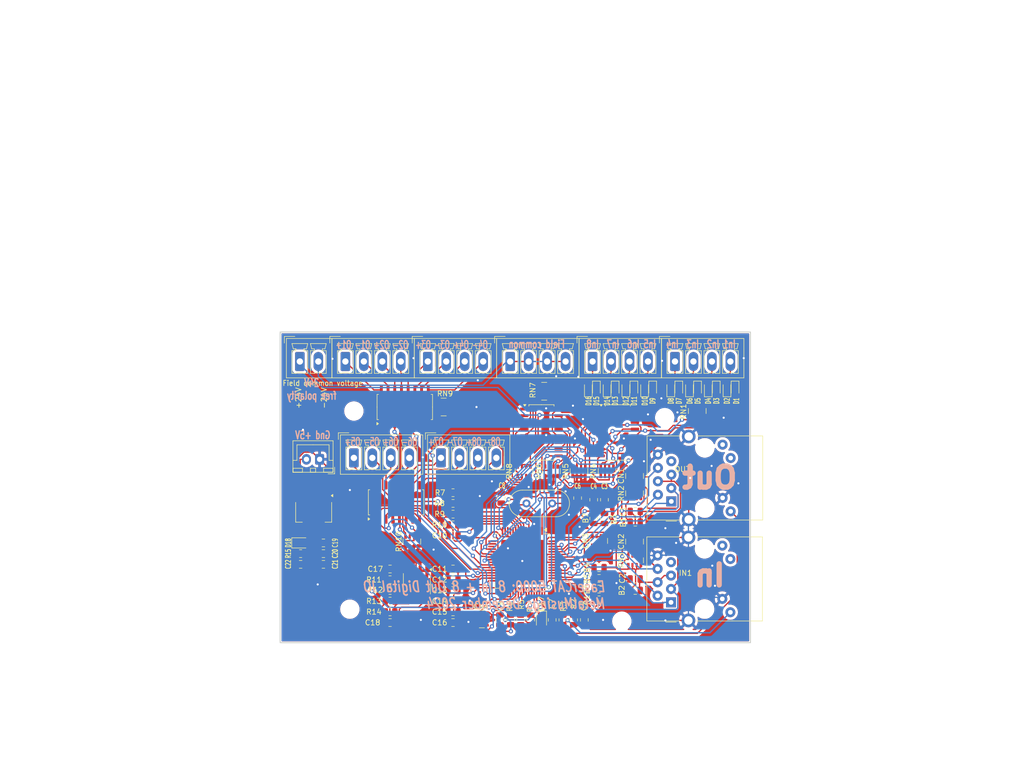
<source format=kicad_pcb>
(kicad_pcb (version 20240108) (generator "pcbnew") (generator_version "8.0")
  (title_block (comment 4 "AISLER Project ID: DIRZJBAO"))
  (layers (0 "F.Cu" signal) (31 "B.Cu" signal) (34 "B.Paste" user) (35 "F.Paste" user) (36 "B.SilkS" user "B.Silkscreen") (37 "F.SilkS" user "F.Silkscreen") (38 "B.Mask" user) (39 "F.Mask" user) (44 "Edge.Cuts" user))
  (net 0 "")
  (net 1 "+1V2")
  (net 2 "VDD12TX1")
  (net 3 "+3.3V")
  (net 4 "+3.3VA")
  (net 5 "GND")
  (net 6 "Net-(D1-K)")
  (net 7 "Net-(D1-A)")
  (net 8 "FXLOSA")
  (net 9 "FXLOSB")
  (net 10 "FXLOSEN")
  (net 11 "IN0")
  (net 12 "OUT9")
  (net 13 "OUT11")
  (net 14 "OUT10")
  (net 15 "OUT12")
  (net 16 "OUT13")
  (net 17 "I2C_SDA")
  (net 18 "I2C_SCL")
  (net 19 "OUT15")
  (net 20 "TXPA")
  (net 21 "TXNA")
  (net 22 "RXPA")
  (net 23 "RXNA")
  (net 24 "TXPB")
  (net 25 "TXNB")
  (net 26 "RXPB")
  (net 27 "RXNB")
  (net 28 "Net-(IN1-Pad9)")
  (net 29 "Net-(IN1-RCT)")
  (net 33 "OUT14")
  (net 34 "LINKACTLED0")
  (net 35 "Net-(D10-K)")
  (net 36 "Net-(D10-A)")
  (net 37 "Net-(D17-K)")
  (net 38 "Net-(D17-A)")
  (net 39 "-24V_FIELD")
  (net 40 "+24V_FIELD")
  (net 41 "IN3")
  (net 42 "IN2")
  (net 43 "IN4")
  (net 44 "IN1")
  (net 45 "IN7")
  (net 46 "LINKACTLED1")
  (net 47 "IN5")
  (net 48 "IN6")
  (net 49 "Net-(J7-Pin_4)")
  (net 50 "Net-(J7-Pin_1)")
  (net 51 "Net-(J7-Pin_2)")
  (net 52 "Net-(J7-Pin_3)")
  (net 53 "OUT8")
  (net 54 "Net-(J5-Pin_2)")
  (net 55 "Net-(J5-Pin_4)")
  (net 56 "Net-(J5-Pin_1)")
  (net 57 "Net-(J5-Pin_3)")
  (net 58 "Net-(U4-SDA)")
  (net 59 "Net-(U4-SCL)")
  (net 60 "Net-(RN1-R4.1)")
  (net 61 "Net-(RN1-R2.1)")
  (net 62 "Net-(RN7-R4.1)")
  (net 63 "Net-(RN7-R2.1)")
  (net 64 "Net-(RN7-R3.1)")
  (net 65 "Net-(RN7-R1.1)")
  (net 66 "Net-(RN8-R4.1)")
  (net 67 "Net-(RN8-R3.1)")
  (net 68 "Net-(RN8-R2.1)")
  (net 69 "Net-(RN8-R1.1)")
  (net 70 "Net-(RN9-R1.1)")
  (net 71 "Net-(RN9-R2.1)")
  (net 72 "Net-(RN9-R4.1)")
  (net 73 "Net-(RN9-R3.1)")
  (net 74 "Net-(RN10-R3.1)")
  (net 75 "Net-(RN10-R2.1)")
  (net 76 "Net-(RN10-R4.1)")
  (net 77 "Net-(RN10-R1.1)")
  (net 78 "Net-(OUT1-RCT)")
  (net 79 "Net-(OUT1-Pad9)")
  (net 83 "Net-(U3-~{RST})")
  (net 84 "Net-(U3-OSCO)")
  (net 85 "Net-(U3-OSCI)")
  (net 86 "Net-(D3-A)")
  (net 87 "Net-(D3-K)")
  (net 88 "Net-(D5-K)")
  (net 89 "Net-(D5-A)")
  (net 90 "Net-(J4-Pin_3)")
  (net 91 "Net-(J4-Pin_4)")
  (net 92 "Net-(J4-Pin_1)")
  (net 93 "Net-(J4-Pin_2)")
  (net 94 "Net-(D7-K)")
  (net 95 "Net-(D7-A)")
  (net 96 "Net-(D11-A)")
  (net 97 "Net-(D11-K)")
  (net 98 "Net-(D13-K)")
  (net 99 "Net-(D13-A)")
  (net 100 "Net-(D15-A)")
  (net 101 "Net-(D15-K)")
  (net 102 "Net-(U3-RBIAS)")
  (net 103 "Net-(RN1-R3.1)")
  (net 104 "Net-(RN1-R1.1)")
  (net 105 "Net-(RN4-R4.1)")
  (net 106 "Net-(RN4-R1.1)")
  (net 107 "Net-(RN4-R2.1)")
  (net 108 "Net-(RN4-R3.1)")
  (net 120 "+5V")
  (net 121 "Net-(D18-A)")
  (net 122 "Net-(J6-Pin_3)")
  (net 123 "Net-(J6-Pin_2)")
  (net 124 "Net-(J6-Pin_4)")
  (net 125 "Net-(J6-Pin_1)")
  (footprint "Package_SO:SOIC-16_4.55x10.3mm_P1.27mm" (layer "F.Cu") (at 164.465 94.794 90)
    (property "Reference" "U6" (hide yes))
    (property "Value" "TLP292-4")
  )
  (footprint "LED_SMD:LED_0603_1608Metric" (layer "F.Cu") (at 202.4394 73.279 -90)
    (property "Reference" "D15")
    (property "Value" "Red led")
  )
  (footprint "LED_SMD:LED_0603_1608Metric" (layer "F.Cu") (at 223.647 73.279 90)
    (property "Reference" "D4")
    (property "Value" "Yellow led")
  )
  (footprint "Package_SO:SOIC-8_3.9x4.9mm_P1.27mm" (layer "F.Cu") (at 168.402 110.236 -90)
    (property "Reference" "U4" (hide yes))
    (property "Value" "AT24CS32-SSHM")
  )
  (footprint "Resistor_SMD:R_0805_2012Metric" (layer "F.Cu") (at 146.37 104.5203)
    (property "Reference" "R15")
    (property "Value" "2k")
  )
  (footprint "Resistor_SMD:R_0805_2012Metric" (layer "F.Cu") (at 163.322 113.538)
    (property "Reference" "R13")
    (property "Value" "2k")
  )
  (footprint "Package_SO:SOIC-16_4.55x10.3mm_P1.27mm" (layer "F.Cu") (at 192.024 81.534)
    (property "Reference" "U2" (hide yes))
    (property "Value" "TLP292-4")
  )
  (footprint "Resistor_SMD:R_0805_2012Metric" (layer "F.Cu") (at 196.088 117.094 -90)
    (property "Reference" "R3")
    (property "Value" "1k")
  )
  (footprint "Capacitor_SMD:C_0805_2012Metric" (layer "F.Cu") (at 198.882 93.98 -90)
    (property "Reference" "C6")
    (property "Value" "20pF")
  )
  (footprint "Connector_Phoenix_MC:PhoenixContact_MCV_1,5_4-G-3.5_1x04_P3.50mm_Vertical" (layer "F.Cu") (at 154.854 68.072)
    (property "Reference" "J7" (hide yes))
    (property "Value" "Output1-2")
  )
  (footprint "Connector_Phoenix_MC:PhoenixContact_MCV_1,5_2-G-3.5_1x02_P3.50mm_Vertical" (layer "F.Cu") (at 146.2225 68.072)
    (property "Reference" "J9" (hide yes))
    (property "Value" "24V Field")
  )
  (footprint "LED_SMD:LED_0603_1608Metric" (layer "F.Cu") (at 204.4714 73.279 90)
    (property "Reference" "D14")
    (property "Value" "Yellow led")
  )
  (footprint "LED_SMD:LED_0603_1608Metric" (layer "F.Cu") (at 213.1074 73.279 -90)
    (property "Reference" "D9")
    (property "Value" "Red led")
  )
  (footprint "Capacitor_SMD:C_0805_2012Metric" (layer "F.Cu") (at 201.93 97.856 90)
    (property "Reference" "B7")
    (property "Value" "BLM18EG221S")
  )
  (footprint "Package_QFP:TQFP-64-1EP_10x10mm_P0.5mm_EP8x8mm" (layer "F.Cu") (at 188.392 105.918 -90)
    (property "Reference" "U3" (hide yes))
    (property "Value" "LAN9252_PT")
  )
  (footprint "Resistor_SMD:R_0805_2012Metric" (layer "F.Cu") (at 163.322 109.474)
    (property "Reference" "R11")
    (property "Value" "22")
  )
  (footprint "LED_SMD:LED_0805_2012Metric" (layer "F.Cu") (at 192.024 117.094 -90)
    (property "Reference" "D17")
    (property "Value" "Green led")
  )
  (footprint "Capacitor_SMD:C_0805_2012Metric" (layer "F.Cu") (at 175.26 111.506 180)
    (property "Reference" "C13")
    (property "Value" "0.1uF")
  )
  (footprint "Resistor_SMD:R_0805_2012Metric" (layer "F.Cu") (at 175.26 99.06)
    (property "Reference" "R10")
    (property "Value" "10k")
  )
  (footprint "Capacitor_SMD:C_0805_2012Metric" (layer "F.Cu") (at 175.26 117.602 180)
    (property "Reference" "C16")
    (property "Value" "0.1uF")
  )
  (footprint "Capacitor_SMD:C_0805_2012Metric" (layer "F.Cu") (at 200.152 117.094 -90)
    (property "Reference" "C5")
    (property "Value" "0.1uF")
  )
  (footprint "Resistor_SMD:R_Array_Convex_4x0603" (layer "F.Cu") (at 202.876 102.108 -90)
    (property "Reference" "CN3")
    (property "Value" "0.1uF")
  )
  (footprint "Resistor_SMD:R_0805_2012Metric" (layer "F.Cu") (at 186.182 117.094 -90)
    (property "Reference" "R6")
    (property "Value" "1k")
  )
  (footprint "LED_SMD:LED_0603_1608Metric" (layer "F.Cu") (at 228.727 73.279 -90)
    (property "Reference" "D1")
    (property "Value" "Red led")
  )
  (footprint "Connector_Phoenix_MC:PhoenixContact_MCV_1,5_4-G-3.5_1x04_P3.50mm_Vertical" (layer "F.Cu") (at 172.974 86.36)
    (property "Reference" "J4" (hide yes))
    (property "Value" "Output7-8")
  )
  (footprint "Resistor_SMD:R_0805_2012Metric" (layer "F.Cu") (at 188.087 117.094 -90)
    (property "Reference" "R5")
    (property "Value" "10k")
  )
  (footprint "Capacitor_SMD:C_0805_2012Metric" (layer "F.Cu") (at 201.93 94.3 90)
    (property "Reference" "C4")
    (property "Value" "0.1uF")
  )
  (footprint "Resistor_SMD:R_Array_Convex_4x0603" (layer "F.Cu") (at 209.677 102.235 90)
    (property "Reference" "CN2")
    (property "Value" "10pF")
  )
  (footprint "Connector_JST:JST_XH_B2B-XH-A_1x02_P2.50mm_Vertical" (layer "F.Cu") (at 149.967 86.6303 180)
    (property "Reference" "J8" (hide yes))
    (property "Value" "Conn_01x02_Pin")
  )
  (footprint "Resistor_SMD:R_Array_Convex_4x0603" (layer "F.Cu") (at 209.677 105.791 90)
    (property "Reference" "RN3")
    (property "Value" "49.9 (51)")
  )
  (footprint "Crystal:Crystal_HC49-4H_Vertical" (layer "F.Cu") (at 189.176 94.996)
    (property "Reference" "Y1" (hide yes))
    (property "Value" "25MHz")
  )
  (footprint "Capacitor_SMD:C_0805_2012Metric" (layer "F.Cu") (at 209.804 96.52)
    (property "Reference" "C1")
    (property "Value" "0.1uF")
  )
  (footprint "Capacitor_SMD:C_0805_2012Metric" (layer "F.Cu") (at 175.26 109.474 180)
    (property "Reference" "C12")
    (property "Value" "0.1uF")
  )
  (footprint "Capacitor_SMD:C_0805_2012Metric" (layer "F.Cu") (at 146.37 106.5523)
    (property "Reference" "C22")
    (property "Value" "0.1uF")
  )
  (footprint "Resistor_SMD:R_Array_Convex_4x0603" (layer "F.Cu") (at 192.543 73.717)
    (property "Reference" "RN7")
    (property "Value" "4k7")
  )
  (footprint "Capacitor_SMD:C_0805_2012Metric" (layer "F.Cu") (at 175.26 113.538 180)
    (property "Reference" "C14")
    (property "Value" "1uF")
  )
  (footprint "Connector_Phoenix_MC:PhoenixContact_MCV_1,5_4-G-3.5_1x04_P3.50mm_Vertical" (layer "F.Cu") (at 201.717 68.072)
    (property "Reference" "J2" (hide yes))
    (property "Value" "In1-4")
  )
  (footprint "LED_SMD:LED_0603_1608Metric" (layer "F.Cu") (at 216.535 73.279 90)
    (property "Reference" "D8")
    (property "Value" "Yellow led")
  )
  (footprint "HakansLibrary:PulseJack JB0011D01BNL" (layer "F.Cu") (at 216.5858 113.7666 -90)
    (property "Reference" "IN1")
    (property "Value" "J0011D01BNL")
  )
  (footprint "Connector_Phoenix_MC:PhoenixContact_MCV_1,5_4-G-3.5_1x04_P3.50mm_Vertical" (layer "F.Cu") (at 217.338 68.072)
    (property "Reference" "J1" (hide yes))
    (property "Value" "In5-8")
  )
  (footprint "Capacitor_SMD:C_0805_2012Metric" (layer "F.Cu") (at 184.404 93.98 -90)
    (property "Reference" "C8")
    (property "Value" "20pF")
  )
  (footprint "LED_SMD:LED_0603_1608Metric" (layer "F.Cu") (at 218.059 73.279 -90)
    (property "Reference" "D7")
    (property "Value" "Red led")
  )
  (footprint "Resistor_SMD:R_0805_2012Metric" (layer "F.Cu") (at 175.26 94.996 180)
    (property "Reference" "R8")
    (property "Value" "10k")
  )
  (footprint "Capacitor_SMD:C_0805_2012Metric" (layer "F.Cu") (at 202.946 109.22 180)
    (property "Reference" "B5")
    (property "Value" "BLM18EG221S")
  )
  (footprint "Resistor_SMD:R_0805_2012Metric" (layer "F.Cu") (at 163.322 115.57)
    (property "Reference" "R14")
    (property "Value" "22")
  )
  (footprint "Capacitor_SMD:C_0805_2012Metric" (layer "F.Cu") (at 175.26 101.092)
    (property "Reference" "C10")
    (property "Value" "0.1uF")
  )
  (footprint "Capacitor_SMD:C_0805_2012Metric" (layer "F.Cu") (at 202.946 107.188 180)
    (property "Reference" "B4")
    (property "Value" "BLM18EG221S")
  )
  (footprint "MountingHole:MountingHole_3.2mm_M3_ISO14580" (layer "F.Cu") (at 155.702 115.062)
    (property "Reference" "H4")
    (property "Value" "MountingHole")
  )
  (footprint "Resistor_SMD:R_Array_Convex_4x0603" (layer "F.Cu") (at 180.732 116.916)
    (property "Reference" "CN4")
    (property "Value" "0.1uF")
  )
  (footprint "Capacitor_SMD:C_0805_2012Metric" (layer "F.Cu") (at 175.26 115.57 180)
    (property "Reference" "C15")
    (property "Value" "470pF")
  )
  (footprint "LED_SMD:LED_0603_1608Metric" (layer "F.Cu") (at 200.9154 73.279 90)
    (property "Reference" "D16")
    (property "Value" "Yellow led")
  )
  (footprint "Resistor_SMD:R_Array_Convex_4x0603" (layer "F.Cu") (at 209.677 89.789 90)
    (property "Reference" "CN1")
    (property "Value" "10pF")
  )
  (footprint "Capacitor_SMD:C_0805_2012Metric" (layer "F.Cu") (at 194.056 117.094 -90)
    (property "Reference" "C7")
    (property "Value" "0.1uF")
  )
  (footprint "Capacitor_SMD:C_0805_2012Metric" (layer "F.Cu") (at 209.804 98.552)
    (property "Reference" "B1")
    (property "Value" "BLM18EG221S")
  )
  (footprint "Resistor_SMD:R_0805_2012Metric" (layer "F.Cu") (at 202.946 113.284 180)
    (property "Reference" "R1")
    (property "Value" "12.1k")
  )
  (footprint "Capacitor_SMD:C_0805_2012Metric" (layer "F.Cu") (at 203.962 94.3 90)
    (property "Reference" "C3")
    (property "Value" "0.1uF")
  )
  (footprint "Capacitor_SMD:C_0805_2012Metric" (layer "F.Cu") (at 203.962 97.856 90)
    (property "Reference" "B3")
    (property "Value" "BLM18EG221S")
  )
  (footprint "Resistor_SMD:R_Array_Convex_4x0603" (layer "F.Cu") (at 204.47 88.9 90)
    (property "Reference" "RN4")
    (property "Value" "1k")
  )
  (footprint "Capacitor_SMD:C_0805_2012Metric" (layer "F.Cu") (at 163.322 107.442 180)
    (property "Reference" "C17")
    (property "Value" "0.1uF")
  )
  (footprint "Resistor_SMD:R_Array_Convex_4x0603" (layer "F.Cu") (at 188.722 88.9 90)
    (property "Reference" "RN8")
    (property "Value" "1k")
  )
  (footprint "Package_SO:SOIC-16_4.55x10.3mm_P1.27mm" (layer "F.Cu") (at 206.502 81.534)
    (property "Reference" "U1" (hide yes))
    (property "Value" "TLP292-4")
  )
  (footprint "Connector_Phoenix_MC:PhoenixContact_MCV_1,5_4-G-3.5_1x04_P3.50mm_Vertical" (layer "F.Cu") (at 170.475 68.072)
    (property "Reference" "J5" (hide yes))
    (property "Value" "Output3-4")
  )
  (footprint "Resistor_SMD:R_0805_2012Metric" (layer "F.Cu") (at 175.26 97.028 180)
    (property "Reference" "R9")
    (property "Value" "10k")
  )
  (footprint "LED_SMD:LED_0603_1608Metric" (layer "F.Cu") (at 221.615 73.279 -90)
    (property "Reference" "D5")
    (property "Value" "Red led")
  )
  (footprint "MountingHole:MountingHole_3.2mm_M3_ISO14580" (layer "F.Cu") (at 207.264 117.348)
    (property "Reference" "H2")
    (property "Value" "MountingHole")
  )
  (footprint "Resistor_SMD:R_0805_2012Metric" (layer "F.Cu") (at 163.322 111.506)
    (property "Reference" "R12")
    (property "Value" "2k")
  )
  (footprint "Package_TO_SOT_SMD:SOT-223-3_TabPin2" (layer "F.Cu") (at 148.844 96.6463 -90)
    (property "Reference" "U7" (hide yes))
    (property "Value" "AMS1117-3.3")
  )
  (footprint "Capacitor_SMD:C_0805_2012Metric" (layer "F.Cu") (at 150.688 106.5523)
    (property "Reference" "C21")
    (property "Value" "10uF")
  )
  (footprint "LED_SMD:LED_0603_1608Metric" (layer "F.Cu") (at 208.0274 73.279 90)
    (property "Reference" "D12")
    (property "Value" "Yellow led")
  )
  (footprint "Capacitor_SMD:C_0805_2012Metric" (layer "F.Cu") (at 209.804 111.506)
    (property "Reference" "B2")
    (property "Value" "BLM18EG221S")
  )
  (footprint "MountingHole:MountingHole_3.2mm_M3_ISO14580" (layer "F.Cu") (at 156.464 77.47)
    (property "Reference" "H3")
    (property "Value" "MountingHole")
  )
  (footprint "Capacitor_SMD:C_0805_2012Metric" (layer "F.Cu") (at 150.688 104.5203)
    (property "Reference" "C20")
    (property "Value" "0.1uF")
  )
  (footprint "Resistor_SMD:R_Array_Convex_4x0603" (layer "F.Cu") (at 199.136 88.9 -90)
    (property "Reference" "RN5")
    (property "Value" "39k")
  )
  (footprint "Connector_Phoenix_MC:PhoenixContact_MCV_1,5_4-G-3.5_1x04_P3.50mm_Vertical" (layer "F.Cu") (at 156.464 86.36)
    (property "Reference" "J6" (hide yes))
    (property "Value" "Output5-6")
  )
  (footprint "Capacitor_SMD:C_0805_2012Metric" (layer "F.Cu") (at 184.15 117.094 90)
    (property "Reference" "C9")
    (property "Value" "0.1uF")
  )
  (footprint "LED_SMD:LED_0603_1608Metric" (layer "F.Cu") (at 209.5514 73.279 -90)
    (property "Reference" "D11")
    (property "Value" "Red led")
  )
  (footprint "Connector_Phoenix_MC:PhoenixContact_MCV_1,5_4-G-3.5_1x04_P3.50mm_Vertical" (layer "F.Cu") (at 186.096 68.072)
    (property "Reference" "J3" (hide yes))
    (property "Value" "24V_Common")
  )
  (footprint "Resistor_SMD:R_Array_Convex_4x0603" (layer "F.Cu") (at 209.677 93.091 90)
    (property "Reference" "RN2")
    (property "Value" "49.9 (51)")
  )
  (footprint "LED_SMD:LED_0603_1608Metric" (layer "F.Cu") (at 227.203 73.279 90)
    (property "Reference" "D2")
    (property "Value" "Yellow led")
  )
  (footprint "HakansLibrary:PulseJack JB0011D01BNL" (layer "F.Cu") (at 216.642 94.615 -90)
    (property "Reference" "OUT1")
    (property "Value" "J0011D01BNL")
  )
  (footprint "LED_SMD:LED_0603_1608Metric" (layer "F.Cu") (at 220.091 73.279 90)
    (property "Reference" "D6")
    (property "Value" "Yellow led")
  )
  (footprint "LED_SMD:LED_0805_2012Metric" (layer "F.Cu") (at 146.37 102.4883)
    (property "Reference" "D18")
    (property "Value" "Blue")
  )
  (footprint "Package_SO:SOIC-16_4.55x10.3mm_P1.27mm" (layer "F.Cu") (at 166.116 76.708 90)
    (property "Reference" "U5" (hide yes))
    (property "Value" "TLP292-4")
  )
  (footprint "Resistor_SMD:R_0805_2012Metric" (layer "F.Cu") (at 189.992 117.094 90)
    (property "Reference" "R4")
    (property "Value" "1k")
  )
  (footprint "Resistor_SMD:R_0805_2012Metric" (layer "F.Cu") (at 198.12 117.094 -90)
    (property "Reference" "R2")
    (property "Value" "10k")
  )
  (footprint "LED_SMD:LED_0603_1608Metric" (layer "F.Cu") (at 211.5834 73.279 90)
    (property "Reference" "D10")
    (property "Value" "Yellow led")
  )
  (footprint "Capacitor_SMD:C_0805_2012Metric" (layer "F.Cu") (at 209.785 109.336)
    (property "Reference" "C2")
    (property "Value" "0.1uF")
  )
  (footprint "Resistor_SMD:R_Array_Convex_4x0603" (layer "F.Cu") (at 167.456 102.224 -90)
    (property "Reference" "RN10")
    (property "Value" "330")
  )
  (footprint "Capacitor_SMD:C_0805_2012Metric" (layer "F.Cu") (at 202.946 111.252 180)
    (property "Reference" "B6")
    (property "Value" "BLM18EG221S")
  )
  (footprint "LED_SMD:LED_0603_1608Metric" (layer "F.Cu") (at 205.9954 73.279 -90)
    (property "Reference" "D13")
    (property "Value" "Red led")
  )
  (footprint "Resistor_SMD:R_0805_2012Metric" (layer "F.Cu") (at 175.26 92.964 180)
    (property "Reference" "R7")
    (property "Value" "10k")
  )
  (footprint "Resistor_SMD:R_Array_Convex_4x0603" (layer "F.Cu") (at 221.558 77.459 90)
    (property "Reference" "RN1")
    (property "Value" "4k7")
  )
  (footprint "Capacitor_SMD:C_0805_2012Metric" (layer "F.Cu") (at 163.322 117.602 180)
    (property "Reference" "C18")
    (property "Value" "0.1uF")
  )
  (footprint "LED_SMD:LED_0603_1608Metric" (layer "F.Cu") (at 225.171 73.279 -90)
    (property "Reference" "D3")
    (property "Value" "Red led")
  )
  (footprint "Capacitor_SMD:C_0805_2012Metric" (layer "F.Cu") (at 175.26 107.442 180)
    (property "Reference" "C11")
    (property "Value" "0.1uF")
  )
  (footprint "Resistor_SMD:R_Array_Convex_4x0603" (layer "F.Cu") (at 193.91 88.9 -90)
    (property "Reference" "RN6")
    (property "Value" "39k")
  )
  (footprint "Capacitor_SMD:C_0805_2012Metric" (layer "F.Cu") (at 150.688 102.4883)
    (property "Reference" "C19")
    (property "Value" "10uF")
  )
  (footprint "Resistor_SMD:R_Array_Convex_4x0603" (layer "F.Cu") (at 173.482 76.708)
    (property "Reference" "RN9")
    (property "Value" "330")
  )
  (footprint "MountingHole:MountingHole_3.2mm_M3_ISO14580" (layer "F.Cu") (at 215.392 78.74)
    (property "Reference" "H1")
    (property "Value" "MountingHole")
  )
  (gr_rect (start 142.494 62.484) (end 231.648 121.412) (stroke (width 0.2)) (fill none) (layer "Edge.Cuts"))
  (gr_text "24V\nfree polarity" (at 148.463 75.438 0) (layer "B.SilkS") (effects (font (size 1.5 1) (thickness 0.25) (bold yes)) (justify bottom mirror)))
  (gr_text "EaserCAT 5000: 8 In + 8 Out Digital IO\nMetalMusings December 2024" (at 204.343 115.189 0) (layer "B.SilkS") (effects (font (size 2 1.5) (thickness 0.3) (bold yes) (italic yes)) (justify left bottom mirror)))
  (gr_text "Gnd +5V" (at 152.146 82.931 0) (layer "B.SilkS") (effects (font (size 1.5 1) (thickness 0.25) (bold yes)) (justify left bottom mirror)))
  (gr_text "O4- O4+ O3- O3+  O2- O2+ O1- O1+" (at 181.991 65.786 0) (layer "B.SilkS") (effects (font (size 1.5 0.9) (thickness 0.225) (bold yes)) (justify left bottom mirror)))
  (gr_text "Field common" (at 196.596 65.659 0) (layer "B.SilkS") (effects (font (size 1.5 1) (thickness 0.25) (bold yes)) (justify left bottom mirror)))
  (gr_text "In" (at 227.33 110.998 0) (layer "B.SilkS") (effects (font (size 4 4) (thickness 1) (bold yes)) (justify left bottom mirror)))
  (gr_text "In5 In6  In7  In8" (at 213.868 65.659 0) (layer "B.SilkS") (effects (font (size 1.5 1) (thickness 0.25) (bold yes)) (justify left bottom mirror)))
  (gr_text "O8- O8+ O7- O7+   O6- O6+ O5- O5+" (at 184.404 84.201 0) (layer "B.SilkS") (effects (font (size 1.5 0.9) (thickness 0.225) (bold yes)) (justify left bottom mirror)))
  (gr_text "In1 In2  In3  In4" (at 228.981 65.659 0) (layer "B.SilkS") (effects (font (size 1.5 1) (thickness 0.25) (bold yes)) (justify left bottom mirror)))
  (gr_text "Out" (at 229.616 92.456 0) (layer "B.SilkS") (effects (font (size 4 4) (thickness 1) (bold yes)) (justify left bottom mirror)))
  (gr_text "+24V\n\n\n-24V" (at 151.384 77.089 90) (layer "F.SilkS") (effects (font (size 1 1)) (justify left bottom)))
  (gr_text "Field common voltage" (at 142.875 72.771 0) (layer "F.SilkS") (effects (font (size 1 0.9)) (justify left bottom)))
  (segment (start 181.0418 114.8701) (end 180.5587 115.3526) (width 0.25) (layer "F.Cu") (net 1))
  (segment (start 203.962 98.806) (end 201.93 98.806) (width 0.25) (layer "F.Cu") (net 1))
  (segment (start 201.205 98.806) (end 199.4953 97.0963) (width 0.25) (layer "F.Cu") (net 1))
  (segment (start 179.832 117.316) (end 180.5587 117.316) (width 0.25) (layer "F.Cu") (net 1))
  (segment (start 181.4165 105.668) (end 181.242 105.8425) (width 0.25) (layer "F.Cu") (net 1))
  (segment (start 180.5587 115.3526) (end 180.5587 115.716) (width 0.25) (layer "F.Cu") (net 1))
  (segment (start 199.932 94.4349) (end 199.4148 93.9177) (width 0.25) (layer "F.Cu") (net 1))
  (segment (start 183.134 113.157) (end 182.577 113.157) (width 0.25) (layer "F.Cu") (net 1))
  (segment (start 182.577 113.157) (end 181.0418 114.6922) (width 0.25) (layer "F.Cu") (net 1))
  (segment (start 180.1954 116.516) (end 180.5587 116.516) (width 0.25) (layer "F.Cu") (net 1))
  (segment (start 186.509693 113.157) (end 183.134 113.157) (width 0.25) (layer "F.Cu") (net 1))
  (segment (start 179.832 115.716) (end 176.356 115.716) (width 0.25) (layer "F.Cu") (net 1))
  (segment (start 201.93 98.806) (end 201.205 98.806) (width 0.25) (layer "F.Cu") (net 1))
  (segment (start 192.046575 93.9177) (end 191.710129 94.254146) (width 0.25) (layer "F.Cu") (net 1))
  (segment (start 176.356 115.716) (end 176.21 115.57) (width 0.25) (layer "F.Cu") (net 1))
  (segment (start 180.1954 115.716) (end 180.5587 115.716) (width 0.25) (layer "F.Cu") (net 1))
  (segment (start 180.1954 116.516) (end 180.1954 115.716) (width 0.25) (layer "F.Cu") (net 1))
  (segment (start 180.5587 117.316) (end 180.5587 116.516) (width 0.25) (layer "F.Cu") (net 1))
  (segment (start 179.832 115.716) (end 180.1954 115.716) (width 0.25) (layer "F.Cu") (net 1))
  (segment (start 181.0418 114.6922) (end 181.0418 114.8701) (width 0.25) (layer "F.Cu") (net 1))
  (segment (start 179.832 116.516) (end 180.1954 116.516) (width 0.25) (layer "F.Cu") (net 1))
  (segment (start 189.371 98.6546) (end 189.642 98.9258) (width 0.25) (layer "F.Cu") (net 1))
  (segment (start 187.142 111.618) (end 187.142 112.524693) (width 0.25) (layer "F.Cu") (net 1))
  (segment (start 179.832 118.116) (end 179.832 117.316) (width 0.25) (layer "F.Cu") (net 1))
  (segment (start 199.4148 93.9177) (end 192.046575 93.9177) (width 0.25) (layer "F.Cu") (net 1))
  (segment (start 176.21 115.57) (end 176.21 113.538) (width 0.25) (layer "F.Cu") (net 1))
  (segment (start 199.932 95.7267) (end 199.932 94.4349) (width 0.25) (layer "F.Cu") (net 1))
  (segment (start 182.692 105.668) (end 181.4165 105.668) (width 0.25) (layer "F.Cu") (net 1))
  (segment (start 199.4953 96.1634) (end 199.932 95.7267) (width 0.25) (layer "F.Cu") (net 1))
  (segment (start 187.142 112.524693) (end 186.509693 113.157) (width 0.25) (layer "F.Cu") (net 1))
  (segment (start 189.642 98.9258) (end 189.642 100.218) (width 0.25) (layer "F.Cu") (net 1))
  (segment (start 199.4953 97.0963) (end 199.4953 96.1634) (width 0.25) (layer "F.Cu") (net 1))
  (via (at 181.242 105.8425) (size 0.8) (drill 0.4) (layers "F.Cu" "B.Cu") (net 1))
  (via (at 191.710129 94.254146) (size 0.8) (drill 0.4) (layers "F.Cu" "B.Cu") (net 1))
  (via (at 189.371 98.6546) (size 0.8) (drill 0.4) (layers "F.Cu" "B.Cu") (net 1))
  (via (at 183.134 113.157) (size 0.8) (drill 0.4) (layers "F.Cu" "B.Cu") (net 1))
  (segment (start 189.23 98.5136) (end 189.23 97.536) (width 0.25) (layer "B.Cu") (net 1))
  (segment (start 189.23 97.536) (end 191.710129 95.055871) (width 0.25) (layer "B.Cu") (net 1))
  (segment (start 181.61 105.534) (end 181.61 104.775) (width 0.25) (layer "B.Cu") (net 1))
  (segment (start 181.61 104.775) (end 187.7304 98.6546) (width 0.25) (layer "B.Cu") (net 1))
  (segment (start 182.626 107.315) (end 182.051 106.74) (width 0.25) (layer "B.Cu") (net 1))
  (segment (start 187.7304 98.6546) (end 189.371 98.6546) (width 0.25) (layer "B.Cu") (net 1))
  (segment (start 183.134 113.157) (end 182.626 112.649) (width 0.25) (layer "B.Cu") (net 1))
  (segment (start 182.051 105.975) (end 181.9185 105.8425) (width 0.25) (layer "B.Cu") (net 1))
  (segment (start 182.051 106.74) (end 182.051 105.975) (width 0.25) (layer "B.Cu") (net 1))
  (segment (start 181.9185 105.8425) (end 181.242 105.8425) (width 0.25) (layer "B.Cu") (net 1))
  (segment (start 182.051 105.975) (end 181.61 105.534) (width 0.25) (layer "B.Cu") (net 1))
  (segment (start 191.710129 95.055871) (end 191.710129 94.254146) (width 0.25) (layer "B.Cu") (net 1))
  (segment (start 189.371 98.6546) (end 189.23 98.5136) (width 0.25) (layer "B.Cu") (net 1))
  (segment (start 182.626 112.649) (end 182.626 107.315) (width 0.25) (layer "B.Cu") (net 1))
  (segment (start 194.092 104.668) (end 196.957 104.668) (width 0.25) (layer "F.Cu") (net 2))
  (segment (start 201.93 96.906) (end 201.93 96.4643) (width 0.25) (layer "F.Cu") (net 2))
  (segment (start 201.93 96.4643) (end 201.93 96.078) (width 0.25) (layer "F.Cu") (net 2))
  (segment (start 193.173 104.668) (end 194.092 104.668) (width 0.25) (layer "F.Cu") (net 2))
  (segment (start 193.168 106.168) (end 193.017 106.017) (width 0.25) (layer "F.Cu") (net 2))
  (segment (start 201.93 96.078) (end 203.962 96.078) (width 0.25) (layer "F.Cu") (net 2))
  (segment (start 193.017 104.824) (end 193.173 104.668) (width 0.25) (layer "F.Cu") (net 2))
  (segment (start 203.962 96.906) (end 203.962 96.078) (width 0.25) (layer "F.Cu") (net 2))
  (segment (start 203.962 96.078) (end 203.962 95.25) (width 0.25) (layer "F.Cu") (net 2))
  (segment (start 201.93 96.4643) (end 200.222 96.4643) (width 0.25) (layer "F.Cu") (net 2))
  (segment (start 194.092 106.168) (end 193.168 106.168) (width 0.25) (layer "F.Cu") (net 2))
  (segment (start 193.017 106.017) (end 193.017 104.824) (width 0.25) (layer "F.Cu") (net 2))
  (segment (start 201.93 96.078) (end 201.93 95.25) (width 0.25) (layer "F.Cu") (net 2))
  (segment (start 196.957 104.668) (end 197.485 104.14) (width 0.25) (layer "F.Cu") (net 2))
  (via (at 197.485 104.14) (size 0.8) (drill 0.4) (layers "F.Cu" "B.Cu") (net 2))
  (via (at 200.222 96.4643) (size 0.8) (drill 0.4) (layers "F.Cu" "B.Cu") (net 2))
  (segment (start 197.2085 99.4778) (end 197.2085 103.8635) (width 0.25) (layer "B.Cu") (net 2))
  (segment (start 197.2085 103.8635) (end 197.485 104.14) (width 0.25) (layer "B.Cu") (net 2))
  (segment (start 200.222 96.4643) (end 197.2085 99.4778) (width 0.25) (layer "B.Cu") (net 2))
  (segment (start 195.274 82.169) (end 195.49 82.169) (width 0.25) (layer "F.Cu") (net 3))
  (segment (start 195.49 82.169) (end 196.432 83.1106) (width 0.25) (layer "F.Cu") (net 3))
  (segment (start 195.274 82.169) (end 195.0889 82.169) (width 0.25) (layer "F.Cu") (net 3))
  (segment (start 209.9692 84.709) (end 210.894 83.7842) (width 0.25) (layer "F.Cu") (net 3))
  (segment (start 182.692 109.668) (end 183.7687 109.668) (width 0.25) (layer "F.Cu") (net 3))
  (segment (start 182.692 103.668) (end 181.615 103.668) (width 0.25) (layer "F.Cu") (net 3))
  (segment (start 209.277 93.991) (end 210.077 93.991) (width 0.25) (layer "F.Cu") (net 3))
  (segment (start 162.4095 113.538) (end 162.4095 113.9462) (width 0.25) (layer "F.Cu") (net 3))
  (segment (start 196.432 83.1106) (end 196.432 83.7476) (width 0.25) (layer "F.Cu") (net 3))
  (segment (start 175.379 112.337) (end 176.21 111.506) (width 0.25) (layer "F.Cu") (net 3))
  (segment (start 209.752 82.169) (end 209.9393 82.169) (width 0.25) (layer "F.Cu") (net 3))
  (segment (start 209.277 107.3208) (end 209.277 107.4177) (width 0.25) (layer "F.Cu") (net 3))
  (segment (start 185.6416 101.2947) (end 185.642 101.2943) (width 0.25) (layer "F.Cu") (net 3))
  (segment (start 175.6615 102.1636) (end 175.26 101.7621) (width 0.25) (layer "F.Cu") (net 3))
  (segment (start 195.432 115.295) (end 200.152 115.295) (width 0.25) (layer "F.Cu") (net 3))
  (segment (start 192.278 114.1474) (end 192.278 113.413792) (width 0.25) (layer "F.Cu") (net 3))
  (segment (start 148.9878 99.7963) (end 150.5692 101.3777) (width 0.25) (layer "F.Cu") (net 3))
  (segment (start 209.277 106.691) (end 209.277 107.3208) (width 0.25) (layer "F.Cu") (net 3))
  (segment (start 192.278 113.413792) (end 191.642 112.777792) (width 0.25) (layer "F.Cu") (net 3))
  (segment (start 196.432 83.7476) (end 195.769 84.4101) (width 0.25) (layer "F.Cu") (net 3))
  (segment (start 191.642 110.568) (end 191.667 110.543) (width 0.25) (layer "F.Cu") (net 3))
  (segment (start 194.9943 82.169) (end 194.099 81.2737) (width 0.25) (layer "F.Cu") (net 3))
  (segment (start 184.5228 110.5413) (end 183.7687 109.7872) (width 0.25) (layer "F.Cu") (net 3))
  (segment (start 182.092 109.668) (end 181.602 110.158) (width 0.25) (layer "F.Cu") (net 3))
  (segment (start 206.1986 101.2074) (end 206.1986 107.188) (width 0.25) (layer "F.Cu") (net 3))
  (segment (start 208.477 106.691) (end 208.477 107.4177) (width 0.25) (layer "F.Cu") (net 3))
  (segment (start 189.7615 118.0065) (end 188.849 117.094) (width 0.25) (layer "F.Cu") (net 3))
  (segment (start 195.909 77.724) (end 209.117 77.724) (width 0.25) (layer "F.Cu") (net 3))
  (segment (start 170.307 113.091908) (end 170.307 112.711) (width 0.25) (layer "F.Cu") (net 3))
  (segment (start 195.274 79.629) (end 194.9941 79.629) (width 0.25) (layer "F.Cu") (net 3))
  (segment (start 194.099 81.2737) (end 194.099 80.5241) (width 0.25) (layer "F.Cu") (net 3))
  (segment (start 182.692 109.668) (end 182.092 109.668) (width 0.25) (layer "F.Cu") (net 3))
  (segment (start 208.477 94.7177) (end 208.0241 95.1706) (width 0.25) (layer "F.Cu") (net 3))
  (segment (start 210.077 106.691) (end 210.077 107.4177) (width 0.25) (layer "F.Cu") (net 3))
  (segment (start 194.099 80.5241) (end 194.9941 79.629) (width 0.25) (layer "F.Cu") (net 3))
  (segment (start 181.2894 101.4982) (end 177.3457 101.4982) (width 0.25) (layer "F.Cu") (net 3))
  (segment (start 209.9393 82.169) (end 210.8792 81.2291) (width 0.25) (layer "F.Cu") (net 3))
  (segment (start 192.35 114.438) (end 194.056 116.144) (width 0.25) (layer "F.Cu") (net 3))
  (segment (start 210.877 107.0543) (end 210.5136 107.4177) (width 0.25) (layer "F.Cu") (net 3))
  (segment (start 208.477 93.991) (end 208.477 94.7177) (width 0.25) (layer "F.Cu") (net 3))
  (segment (start 162.372 107.442) (end 163.25 108.32) (width 0.25) (layer "F.Cu") (net 3))
  (segment (start 188.849 117.094) (end 185.166 117.094) (width 0.25) (layer "F.Cu") (net 3))
  (segment (start 210.894 83.1237) (end 209.9393 82.169) (width 0.25) (layer "F.Cu") (net 3))
  (segment (start 209.752 84.709) (end 209.9692 84.709) (width 0.25) (layer "F.Cu") (net 3))
  (segment (start 203.896 109.22) (end 203.896 107.188) (width 0.25) (layer "F.Cu") (net 3))
  (segment (start 210.8792 80.5332) (end 209.975 79.629) (width 0.25) (layer "F.Cu") (net 3))
  (segment (start 191.642 112.777792) (end 191.642 111.618) (width 0.25) (layer "F.Cu") (net 3))
  (segment (start 189.142 101.1813) (end 189.142 101.2932) (width 0.25) (layer "F.Cu") (net 3))
  (segment (start 200.152 116.144) (end 200.152 115.295) (width 0.25) (layer "F.Cu") (net 3))
  (segment (start 202.946 113.93) (end 202.946 112.202) (width 0.25) (layer "F.Cu") (net 3))
  (segment (start 161.0528 118.5143) (end 161.0528 115.3029) (width 0.25) (layer "F.Cu") (net 3))
  (segment (start 210.894 83.7842) (end 210.894 83.1237) (width 0.25) (layer "F.Cu") (net 3))
  (segment (start 208.0241 95.1706) (end 208.0241 97.7221) (width 0.25) (layer "F.Cu") (net 3))
  (segment (start 176.21 117.602) (end 175.379 116.771) (width 0.25) (layer "F.Cu") (net 3))
  (segment (start 201.581 115.295) (end 202.946 113.93) (width 0.25) (layer "F.Cu") (net 3))
  (segment (start 195.274 77.089) (end 195.909 77.724) (width 0.25) (layer "F.Cu") (net 3))
  (segment (start 191.871866 114.553534) (end 191.871866 114.66917) (width 0.25) (layer "F.Cu") (net 3))
  (segment (start 186.224 119.253) (end 184.257 119.253) (width 0.25) (layer "F.Cu") (net 3))
  (segment (start 164.272 117.4258) (end 164.272 117.602) (width 0.25) (layer "F.Cu") (net 3))
  (segment (start 165.072 115.09) (end 165.481 114.681) (width 0.25) (layer "F.Cu") (net 3))
  (segment (start 162.4095 113.9462) (end 163.2831 114.8198) (width 0.25) (layer "F.Cu") (net 3))
  (segment (start 210.5136 107.4177) (end 210.077 107.4177) (width 0.25) (layer "F.Cu") (net 3))
  (segment (start 210.881 78.7228) (end 209.975 79.629) (width 0.25) (layer "F.Cu") (net 3))
  (segment (start 181.602 110.158) (end 181.602 110.223) (width 0.25) (layer "F.Cu") (net 3))
  (segment (start 189.1435 101.2947) (end 190.142 101.2947) (width 0.25) (layer "F.Cu") (net 3))
  (segment (start 206.4819 107.4713) (end 208.4234 107.4713) (width 0.25) (layer "F.Cu") (net 3))
  (segment (start 175.379 116.771) (end 175.379 112.337) (width 0.25) (layer "F.Cu") (net 3))
  (segment (start 183.5203 100.4009) (end 184.143 101.0236) (width 0.25) (layer "F.Cu") (net 3))
  (segment (start 208.854 98.552) (end 206.1986 101.2074) (width 0.25) (layer "F.Cu") (net 3))
  (segment (start 194.1399 77.9875) (end 195.0384 77.089) (width 0.25) (layer "F.Cu") (net 3))
  (segment (start 186.642 111.618) (end 186.642 110.5413) (width 0.25) (layer "F.Cu") (net 3))
  (segment (start 161.0528 115.3029) (end 162.4095 113.9462) (width 0.25) (layer "F.Cu") (net 3))
  (segment (start 209.8691 110.3639) (end 209.8691 107.6256) (width 0.25) (layer "F.Cu") (net 3))
  (segment (start 184.15 119.146) (end 184.15 118.044) (width 0.25) (layer "F.Cu") (net 3))
  (segment (start 203.896 111.252) (end 203.896 109.22) (width 0.25) (layer "F.Cu") (net 3))
  (segment (start 210.881 78.0048) (end 210.881 78.7228) (width 0.25) (layer "F.Cu") (net 3))
  (segment (start 177.3457 101.4982) (end 176.6803 102.1636) (width 0.25) (layer "F.Cu") (net 3))
  (segment (start 190.958 86.2352) (end 190.958 89.7116) (width 0.25) (layer "F.Cu") (net 3))
  (segment (start 183.7687 109.7872) (end 183.7687 109.668) (width 0.25) (layer "F.Cu") (net 3))
  (segment (start 185.642 101.2943) (end 185.6424 101.2947) (width 0.25) (layer "F.Cu") (net 3))
  (segment (start 176.6803 102.1636) (end 175.6615 102.1636) (width 0.25) (layer "F.Cu") (net 3))
  (segment (start 177.294 110.422) (end 181.403 110.422) (width 0.25) (layer "F.Cu") (net 3))
  (segment (start 210.8792 81.2291) (end 210.8792 80.5332) (width 0.25) (layer "F.Cu") (net 3))
  (segment (start 209.117 77.724) (end 209.752 77.089) (width 0.25) (layer "F.Cu") (net 3))
  (segment (start 165.481 114.681) (end 168.717908 114.681) (width 0.25) (layer "F.Cu") (net 3))
  (segment (start 163.2831 114.8198) (end 163.2831 116.4369) (width 0.25) (layer "F.Cu") (net 3))
  (segment (start 209.277 93.991) (end 208.477 93.991) (width 0.25) (layer "F.Cu") (net 3))
  (segment (start 181.524 101.7328) (end 182.8559 100.4009) (width 0.25) (layer "F.Cu") (net 3))
  (segment (start 177.226 110.49) (end 177.294 110.422) (width 0.25) (layer "F.Cu") (net 3))
  (segment (start 183.6775 119.6185) (end 162.157 119.6185) (width 0.25) (layer "F.Cu") (net 3))
  (segment (start 163.2831 116.4369) (end 164.272 117.4258) (width 0.25) (layer "F.Cu") (net 3))
  (segment (start 190.142 100.218) (end 190.142 101.2947) (width 0.25) (layer "F.Cu") (net 3))
  (segment (start 189.1405 101.2947) (end 189.142 101.2932) (width 0.25) (layer "F.Cu") (net 3))
  (segment (start 210.077 93.991) (end 210.877 93.991) (width 0.25) (layer "F.Cu") (net 3))
  (segment (start 202.946 112.202) (end 203.896 111.252) (width 0.25) (layer "F.Cu") (net 3))
  (segment (start 200.152 115.295) (end 201.581 115.295) (width 0.25) (layer "F.Cu") (net 3))
  (segment (start 195.0384 77.089) (end 195.274 77.089) (width 0.25) (layer "F.Cu") (net 3))
  (segment (start 189.142 100.218) (end 189.142 101.1813) (width 0.25) (layer "F.Cu") (net 3))
  (segment (start 209.277 107.4177) (end 209.6612 107.4177) (width 0.25) (layer "F.Cu") (net 3))
  (segment (start 181.524 103.433002) (end 181.524 103.577) (width 0.25) (layer "F.Cu") (net 3))
  (segment (start 209.975 79.629) (end 209.752 79.629) (width 0.25) (layer "F.Cu") (net 3))
  (segment (start 189.992 118.0065) (end 189.7615 118.0065) (width 0.25) (layer "F.Cu") (net 3))
  (segment (start 209.966 77.089) (end 210.881 78.0048) (width 0.25) (layer "F.Cu") (net 3))
  (segment (start 163.25 110.6655) (end 162.4095 111.506) (width 0.25) (layer "F.Cu") (net 3))
  (segment (start 191.9874 114.438) (end 192.35 114.438) (width 0.25) (layer "F.Cu") (net 3))
  (segment (start 176.21 107.442) (end 176.21 109.474) (width 0.25) (layer "F.Cu") (net 3))
  (segment (start 150.5692 103.6891) (end 149.738 104.5203) (width 0.25) (layer "F.Cu") (net 3))
  (segment (start 175.26 99.9725) (end 174.3475 99.06) (width 0.25) (layer "F.Cu") (net 3))
  (segment (start 208.0241 97.7221) (end 208.854 98.552) (width 0.25) (layer "F.Cu") (net 3))
  (segment (start 184.143 101.121) (end 184.3167 101.2947) (width 0.25) (layer "F.Cu") (net 3))
  (segment (start 150.5692 101.3777) (end 150.5692 103.6891) (width 0.25) (layer "F.Cu") (net 3))
  (segment (start 168.717908 114.681) (end 170.307 113.091908) (width 0.25) (layer "F.Cu") (net 3))
  (segment (start 148.844 99.7963) (end 148.844 93.4963) (width 0.25) (layer "F.Cu") (net 3))
  (segment (start 184.143 101.0236) (end 184.143 101.121) (width 0.25) (layer "F.Cu") (net 3))
  (segment (start 206.1986 107.188) (end 203.896 107.188) (width 0.25) (layer "F.Cu") (net 3))
  (segment (start 176.21 109.474) (end 177.226 110.49) (width 0.25) (layer "F.Cu") (net 3))
  (segment (start 210.877 106.691) (end 210.877 107.0543) (width 0.25) (layer "F.Cu") (net 3))
  (segment (start 191.9874 114.438) (end 192.278 114.1474) (width 0.25) (layer "F.Cu") (net 3))
  (segment (start 162.372 107.442) (end 156.3077 101.3777) (width 0.25) (layer "F.Cu") (net 3))
  (segment (start 162.157 119.6185) (end 161.0528 118.5143) (width 0.25) (layer "F.Cu") (net 3))
  (segment (start 195.573 84.4101) (end 195.274 84.709) (width 0.25) (layer "F.Cu") (net 3))
  (segment (start 191.9874 114.438) (end 191.871866 114.553534) (width 0.25) (layer "F.Cu") (net 3))
  (segment (start 184.257 119.253) (end 184.15 119.146) (width 0.25) (layer "F.Cu") (net 3))
  (segment (start 184.15 119.146) (end 183.6775 119.6185) (width 0.25) (layer "F.Cu") (net 3))
  (segment (start 185.642 100.218) (end 185.642 101.2943) (width 0.25) (layer "F.Cu") (net 3))
  (segment (start 191.642 111.618) (end 191.642 110.568) (width 0.25) (layer "F.Cu") (net 3))
  (segment (start 177.226 110.49) (end 176.21 111.506) (width 0.25) (layer "F.Cu") (net 3))
  (segment (start 165.072 116.6258) (end 165.072 115.09) (width 0.25) (layer "F.Cu") (net 3))
  (segment (start 208.4234 107.4713) (end 208.477 107.4177) (width 0.25) (layer "F.Cu") (net 3))
  (segment (start 181.524 101.7328) (end 181.2894 101.4982) (width 0.25) (layer "F.Cu") (net 3))
  (segment (start 195.0242 82.169) (end 190.958 86.2352) (width 0.25) (layer "F.Cu") (net 3))
  (segment (start 181.403 110.422) (end 181.602 110.223) (width 0.25) (layer "F.Cu") (net 3))
  (segment (start 194.1399 78.7748) (end 194.1399 77.9875) (width 0.25) (layer "F.Cu") (net 3))
  (segment (start 175.26 101.7621) (end 175.26 99.9725) (width 0.25) (layer "F.Cu") (net 3))
  (segment (start 164.272 117.4258) (end 165.072 116.6258) (width 0.25) (layer "F.Cu") (net 3))
  (segment (start 209.277 107.4177) (end 208.477 107.4177) (width 0.25) (layer "F.Cu") (net 3))
  (segment (start 195.0889 82.169) (end 194.9943 82.169) (width 0.25) (layer "F.Cu") (net 3))
  (segment (start 192.617 112.48) (end 195.432 115.295) (width 0.25) (layer "F.Cu") (net 3))
  (segment (start 208.727 111.506) (end 209.8691 110.3639) (width 0.25) (layer "F.Cu") (net 3))
  (segment (start 156.3077 101.3777) (end 150.5692 101.3777) (width 0.25) (layer "F.Cu") (net 3))
  (segment (start 195.0889 82.169) (end 195.0242 82.169) (width 0.25) (layer "F.Cu") (net 3))
  (segment (start 209.8691 107.6256) (end 210.077 107.4177) (width 0.25) (layer "F.Cu") (net 3))
  (segment (start 191.667 110.543) (end 192.617 110.543) (width 0.25) (layer "F.Cu") (net 3))
  (segment (start 148.844 99.7963) (end 148.9878 99.7963) (width 0.25) (layer "F.Cu") (net 3))
  (segment (start 206.1986 107.188) (end 206.4819 107.4713) (width 0.25) (layer "F.Cu") (net 3))
  (segment (start 181.524 103.577) (end 181.524 101.7328) (width 0.25) (layer "F.Cu") (net 3))
  (segment (start 181.615 103.668) (end 181.524 103.577) (width 0.25) (layer "F.Cu") (net 3))
  (segment (start 149.738 106.5523) (end 149.738 104.5203) (width 0.25) (layer "F.Cu") (net 3))
  (segment (start 209.6612 107.4177) (end 209.8691 107.6256) (width 0.25) (layer "F.Cu") (net 3))
  (segment (start 209.752 77.089) (end 209.966 77.089) (width 0.25) (layer "F.Cu") (net 3))
  (segment (start 182.8559 100.4009) (end 183.5203 100.4009) (width 0.25) (layer "F.Cu") (net 3))
  (segment (start 192.617 110.543) (end 192.617 112.48) (width 0.25) (layer "F.Cu") (net 3))
  (segment (start 194.9941 79.629) (end 194.1399 78.7748) (width 0.25) (layer "F.Cu") (net 3))
  (segment (start 181.341998 103.251) (end 181.524 103.433002) (width 0.25) (layer "F.Cu") (net 3))
  (segment (start 163.25 108.32) (end 163.25 110.6655) (width 0.25) (layer "F.Cu") (net 3))
  (segment (start 184.3167 101.2947) (end 185.6416 101.2947) (width 0.25) (layer "F.Cu") (net 3))
  (segment (start 162.4095 111.506) (end 162.4095 113.538) (width 0.25) (layer "F.Cu") (net 3))
  (segment (start 185.6424 101.2947) (end 189.1405 101.2947) (width 0.25) (layer "F.Cu") (net 3))
  (segment (start 195.769 84.4101) (end 195.573 84.4101) (width 0.25) (layer "F.Cu") (net 3))
  (segment (start 186.642 110.5413) (end 184.5228 110.5413) (width 0.25) (layer "F.Cu") (net 3))
  (segment (start 189.142 101.2932) (end 189.1435 101.2947) (width 0.25) (layer "F.Cu") (net 3))
  (via (at 181.602 110.223) (size 0.8) (drill 0.4) (layers "F.Cu" "B.Cu") (net 3))
  (via (at 186.224 119.253) (size 0.8) (drill 0.4) (layers "F.Cu" "B.Cu") (net 3))
  (via (at 190.958 89.7116) (size 0.8) (drill 0.4) (layers "F.Cu" "B.Cu") (net 3))
  (via (at 185.166 117.094) (size 0.8) (drill 0.4) (layers "F.Cu" "B.Cu") (net 3))
  (via (at 191.871866 114.66917) (size 0.8) (drill 0.4) (layers "F.Cu" "B.Cu") (net 3))
  (via (at 181.341998 103.251) (size 0.8) (drill 0.4) (layers "F.Cu" "B.Cu") (net 3))
  (segment (start 189.447036 117.094) (end 191.871866 114.66917) (width 0.25) (layer "B.Cu") (net 3))
  (segment (start 180.467 106.957) (end 181.602 108.092) (width 0.25) (layer "B.Cu") (net 3))
  (segment (start 182.176 110.797) (end 181.602 110.223) (width 0.25) (layer "B.Cu") (net 3))
  (segment (start 186.224 118.3385) (end 186.224 117.4826) (width 0.25) (layer "B.Cu") (net 3))
  (segment (start 185.166 116.586) (end 185.2467 116.5053) (width 0.25) (layer "B.Cu") (net 3))
  (segment (start 181.341998 103.251) (end 182.484998 102.108) (width 0.25) (layer "B.Cu") (net 3))
  (segment (start 185.2467 116.5053) (end 182.214 113.4726) (width 0.25) (layer "B.Cu") (net 3))
  (segment (start 181.602 108.092) (end 181.602 110.223) (width 0.25) (layer "B.Cu") (net 3))
  (segment (start 190.958 94.7569) (end 190.958 89.7116) (width 0.25) (layer "B.Cu") (net 3))
  (segment (start 181.341998 103.251) (end 180.467 104.125998) (width 0.25) (layer "B.Cu") (net 3))
  (segment (start 182.214 112.873396) (end 182.176 112.835396) (width 0.25) (layer "B.Cu") (net 3))
  (segment (start 185.166 117.094) (end 185.166 116.586) (width 0.25) (layer "B.Cu") (net 3))
  (segment (start 186.224 117.4826) (end 185.2467 116.5053) (width 0.25) (layer "B.Cu") (net 3))
  (segment (start 182.176 112.835396) (end 182.176 110.797) (width 0.25) (layer "B.Cu") (net 3))
  (segment (start 182.484998 102.108) (end 183.6069 102.108) (width 0.25) (layer "B.Cu") (net 3))
  (segment (start 182.214 113.4726) (end 182.214 112.873396) (width 0.25) (layer "B.Cu") (net 3))
  (segment (start 183.6069 102.108) (end 190.958 94.7569) (width 0.25) (layer "B.Cu") (net 3))
  (segment (start 185.166 117.094) (end 189.447036 117.094) (width 0.25) (layer "B.Cu") (net 3))
  (segment (start 180.467 104.125998) (end 180.467 106.957) (width 0.25) (layer "B.Cu") (net 3))
  (segment (start 186.224 119.253) (end 186.224 118.3385) (width 0.25) (layer "B.Cu") (net 3))
  (segment (start 195.4329 101.9038) (end 195.1687 102.168) (width 0.25) (layer "F.Cu") (net 4))
  (segment (start 201.996 107.188) (end 201.295 107.188) (width 0.25) (layer "F.Cu") (net 4))
  (segment (start 200.1632 102.729) (end 199.338 101.9038) (width 0.25) (layer "F.Cu") (net 4))
  (segment (start 203.6394 101.9347) (end 204.076 101.9347) (width 0.25) (layer "F.Cu") (net 4))
  (segment (start 200.0279 105.9209) (end 200.0279 105.168) (width 0.25) (layer "F.Cu") (net 4))
  (segment (start 201.996 109.3582) (end 201.888369 109.465831) (width 0.25) (layer "F.Cu") (net 4))
  (segment (start 194.092 102.168) (end 195.1687 102.168) (width 0.25) (layer "F.Cu") (net 4))
  (segment (start 203.276 101.208) (end 203.276 101.2988) (width 0.25) (layer "F.Cu") (net 4))
  (segment (start 199.338 101.9038) (end 195.4329 101.9038) (width 0.25) (layer "F.Cu") (net 4))
  (segment (start 201.888369 109.465831) (end 195.788827 109.465831) (width 0.25) (layer "F.Cu") (net 4))
  (segment (start 194.990996 108.668) (end 194.092 108.668) (width 0.25) (layer "F.Cu") (net 4))
  (segment (start 201.996 109.3582) (end 201.996 111.252) (width 0.25) (layer "F.Cu") (net 4))
  (segment (start 200.0279 105.168) (end 200.1632 105.0327) (width 0.25) (layer "F.Cu") (net 4))
  (segment (start 201.676 101.208) (end 201.676 101.2988) (width 0.25) (layer "F.Cu") (net 4))
  (segment (start 204.076 101.208) (end 204.076 101.9347) (width 0.25) (layer "F.Cu") (net 4))
  (segment (start 201.676 101.2988) (end 202.476 101.2988) (width 0.25) (layer "F.Cu") (net 4))
  (segment (start 203.276 101.2988) (end 203.276 101.5713) (width 0.25) (layer "F.Cu") (net 4))
  (segment (start 200.1632 102.729) (end 201.5934 101.2988) (width 0.25) (layer "F.Cu") (net 4))
  (segment (start 201.295 107.188) (end 200.0279 105.9209) (width 0.25) (layer "F.Cu") (net 4))
  (segment (start 202.476 101.208) (end 202.476 101.2988) (width 0.25) (layer "F.Cu") (net 4))
  (segment (start 200.1632 105.0327) (end 200.1632 102.729) (width 0.25) (layer "F.Cu") (net 4))
  (segment (start 202.476 101.2988) (end 203.276 101.2988) (width 0.25) (layer "F.Cu") (net 4))
  (segment (start 194.092 105.168) (end 200.0279 105.168) (width 0.25) (layer "F.Cu") (net 4))
  (segment (start 201.996 107.188) (end 201.996 109.22) (width 0.25) (layer "F.Cu") (net 4))
  (segment (start 195.788827 109.465831) (end 194.990996 108.668) (width 0.25) (layer "F.Cu") (net 4))
  (segment (start 201.996 109.22) (end 201.996 109.3582) (width 0.25) (layer "F.Cu") (net 4))
  (segment (start 203.276 101.5713) (end 203.6394 101.9347) (width 0.25) (layer "F.Cu") (net 4))
  (segment (start 201.5934 101.2988) (end 201.676 101.2988) (width 0.25) (layer "F.Cu") (net 4))
  (segment (start 195.11 89.8) (end 195.11 89.973) (width 0.25) (layer "F.Cu") (net 5))
  (segment (start 174.7454 76.308) (end 175.1087 76.308) (width 0.25) (layer "F.Cu") (net 5))
  (segment (start 174.31 109.474) (end 173.991 109.155) (width 0.25) (layer "F.Cu") (net 5))
  (segment (start 219.8075 87.3919) (end 217.5869 85.171) (width 0.25) (layer "F.Cu") (net 5))
  (segment (start 174.31 100.5519) (end 173.4805 99.7224) (width 0.25) (layer "F.Cu") (net 5))
  (segment (start 206.923 111.248) (end 212.8696 117.1956) (width 0.25) (layer "F.Cu") (net 5))
  (segment (start 144.5642 107.2473) (end 144.9219 107.605) (width 0.25) (layer "F.Cu") (net 5))
  (segment (start 203.8585 113.284) (end 203.858 113.2845) (width 0.25) (layer "F.Cu") (net 5))
  (segment (start 196.1401 91.0021) (end 195.111 89.973) (width 0.25) (layer "F.Cu") (net 5))
  (segment (start 167.767 107.761) (end 166.497 107.761) (width 0.25) (layer "F.Cu") (net 5))
  (segment (start 198.736 89.8) (end 198.736 89.9816) (width 0.25) (layer "F.Cu") (net 5))
  (segment (start 210.877 101.335) (end 210.877 100.9716) (width 0.25) (layer "F.Cu") (net 5))
  (segment (start 210.9896 101.4476) (end 210.877 101.335) (width 0.25) (layer "F.Cu") (net 5))
  (segment (start 193.51 90.1294) (end 193.1127 90.5267) (width 0.25) (layer "F.Cu") (net 5))
  (segment (start 175.3895 91.921) (end 181.147 91.921) (width 0.25) (layer "F.Cu") (net 5))
  (segment (start 192.71 89.8) (end 192.71 90.5267) (width 0.25) (layer "F.Cu") (net 5))
  (segment (start 181.632 117.316) (end 181.8137 117.316) (width 0.25) (layer "F.Cu") (net 5))
  (segment (start 174.382 77.908) (end 175.1087 77.908) (width 0.25) (layer "F.Cu") (net 5))
  (segment (start 151.144 93.4963) (end 153.107 95.4593) (width 0.25) (layer "F.Cu") (net 5))
  (segment (start 199.9726 90.5267) (end 199.536 90.5267) (width 0.25) (layer "F.Cu") (net 5))
  (segment (start 209.277 88.889) (end 209.277 88.7073) (width 0.25) (layer "F.Cu") (net 5))
  (segment (start 145.4325 102.4883) (end 144.5642 103.3566) (width 0.25) (layer "F.Cu") (net 5))
  (segment (start 151.144 87.8073) (end 149.967 86.6303) (width 0.25) (layer "F.Cu") (net 5))
  (segment (start 168.2926 103.8507) (end 168.256 103.8507) (width 0.25) (layer "F.Cu") (net 5))
  (segment (start 204.5106 93.35) (end 208.2449 89.6157) (width 0.25) (layer "F.Cu") (net 5))
  (segment (start 180.4008 118.6927) (end 180.9053 118.1882) (width 0.25) (layer "F.Cu") (net 5))
  (segment (start 208.477 88.889) (end 208.477 89.6157) (width 0.25) (layer "F.Cu") (net 5))
  (segment (start 173.4805 97.895) (end 174.3475 97.028) (width 0.25) (layer "F.Cu") (net 5))
  (segment (start 173.8842 95.4593) (end 174.3475 94.996) (width 0.25) (layer "F.Cu") (net 5))
  (segment (start 144.5642 103.3566) (end 144.5642 107.2473) (width 0.25) (layer "F.Cu") (net 5))
  (segment (start 187.5425 95.7982) (end 184.6334 95.7982) (width 0.25) (layer "F.Cu") (net 5))
  (segment (start 209.0537 88.4838) (end 209.0537 88.323) (width 0.25) (layer "F.Cu") (net 5))
  (segment (start 184.701 91.8886) (end 184.701 84.8739) (width 0.25) (layer "F.Cu") (net 5))
  (segment (start 222.8294 90.4141) (end 219.8075 87.3919) (width 0.25) (layer "F.Cu") (net 5))
  (segment (start 191.5403 90.5267) (end 190.1784 91.8886) (width 0.25) (layer "F.Cu") (net 5))
  (segment (start 188.048617 96.304383) (end 187.5425 95.7982) (width 0.25) (layer "F.Cu") (net 5))
  (segment (start 210.077 100.9716) (end 209.277 100.9716) (width 0.25) (layer "F.Cu") (net 5))
  (segment (start 182.3587 116.9527) (end 182.3587 116.516) (width 0.25) (layer "F.Cu") (net 5))
  (segment (start 206.923 111.248) (end 204.887 113.284) (width 0.25) (layer "F.Cu") (net 5))
  (segment (start 209.804 100.3353) (end 210.077 100.6083) (width 0.25) (layer "F.Cu") (net 5))
  (segment (start 173.991 109.155) (end 173.991 107.761) (width 0.25) (layer "F.Cu") (net 5))
  (segment (start 173.991 107.761) (end 174.31 107.442) (width 0.25) (layer "F.Cu") (net 5))
  (segment (start 181.8137 117.316) (end 181.632 117.4977) (width 0.25) (layer "F.Cu") (net 5))
  (segment (start 151.638 106.5523) (end 150.5853 107.605) (width 0.25) (layer "F.Cu") (net 5))
  (segment (start 182.7307 116.091) (end 182.7307 116.144) (width 0.25) (layer "F.Cu") (net 5))
  (segment (start 193.1127 90.5267) (end 192.71 90.5267) (width 0.25) (layer "F.Cu") (net 5))
  (segment (start 210.077 88.7073) (end 210.077 88.889) (width 0.25) (layer "F.Cu") (net 5))
  (segment (start 169.037 107.761) (end 168.256 107.761) (width 0.25) (layer "F.Cu") (net 5))
  (segment (start 151.638 102.4883) (end 151.638 104.5203) (width 0.25) (layer "F.Cu") (net 5))
  (segment (start 193.51 89.8) (end 193.51 89.973) (width 0.25) (layer "F.Cu") (net 5))
  (segment (start 167.056 103.124) (end 167.056 103.4873) (width 0.25) (layer "F.Cu") (net 5))
  (segment (start 147.004 85.2757) (end 145.4325 86.847) (width 0.25) (layer "F.Cu") (net 5))
  (segment (start 175.4007 118.6927) (end 180.4008 118.6927) (width 0.25) (layer "F.Cu") (net 5))
  (segment (start 183.33 95.4137) (end 183.33 94.1038) (width 0.25) (layer "F.Cu") (net 5))
  (segment (start 197.2353 92.0983) (end 196.1401 91.0031) (width 0.25) (layer "F.Cu") (net 5))
  (segment (start 163.432 118.662) (end 162.372 117.602) (width 0.25) (layer "F.Cu") (net 5))
  (segment (start 174.5637 77.108) (end 174.7454 77.108) (width 0.25) (layer "F.Cu") (net 5))
  (segment (start 181.632 118.116) (end 180.9053 118.116) (width 0.25) (layer "F.Cu") (net 5))
  (segment (start 209.0537 88.323) (end 208.893 88.1623) (width 0.25) (layer "F.Cu") (net 5))
  (segment (start 193.256 118.844) (end 194.056 118.044) (width 0.25) (layer "F.Cu") (net 5))
  (segment (start 203.858 114.338) (end 200.152 118.044) (width 0.25) (layer "F.Cu") (net 5))
  (segment (start 203.962 93.35) (end 201.93 93.35) (width 0.25) (layer "F.Cu") (net 5))
  (segment (start 181.632 115.716) (end 182.183984 115.716) (width 0.25) (layer "F.Cu") (net 5))
  (segment (start 210.877 88.889) (end 210.877 88.7073) (width 0.25) (layer "F.Cu") (net 5))
  (segment (start 208.893 88.1623) (end 208.477 88.1623) (width 0.25) (layer "F.Cu") (net 5))
  (segment (start 173.8842 96.5647) (end 174.3475 97.028) (width 0.25) (layer "F.Cu") (net 5))
  (segment (start 174.31 117.602) (end 173.25 118.662) (width 0.25) (layer "F.Cu") (net 5))
  (segment (start 190.642 100.218) (end 190.642 98.8981) (width 0.25) (layer "F.Cu") (net 5))
  (segment (start 208.477 101.335) (end 208.477 100.6083) (width 0.25) (layer "F.Cu") (net 5))
  (segment (start 197.8609 92.0089) (end 198.2751 91.5947) (width 0.25) (layer "F.Cu") (net 5))
  (segment (start 163.6414 103.124) (end 166.256 103.124) (width 0.25) (layer "F.Cu") (net 5))
  (segment (start 184.15 116.144) (end 182.7307 116.144) (width 0.25) (layer "F.Cu") (net 5))
  (segment (start 145.4325 86.847) (end 145.4325 102.4883) (width 0.25) (layer "F.Cu") (net 5))
  (segment (start 226.3702 93.9546) (end 223.2026 90.7874) (width 0.25) (layer "F.Cu") (net 5))
  (segment (start 174.382 77.108) (end 174.5637 77.108) (width 0.25) (layer "F.Cu") (net 5))
  (segment (start 202.476 103.3713) (end 202.476 103.7347) (width 0.25) (layer "F.Cu") (net 5))
  (segment (start 174.382 76.308) (end 174.7454 76.308) (width 0.25) (layer "F.Cu") (net 5))
  (segment (start 214.915 84.9122) (end 214.102 85.725) (width 0.25) (layer "F.Cu") (net 5))
  (segment (start 175.1087 76.308) (end 175.1087 75.508) (width 0.25) (layer "F.Cu") (net 5))
  (segment (start 203.858 113.2845) (end 203.858 114.338) (width 0.25) (layer "F.Cu") (net 5))
  (segment (start 188.392 110.2447) (end 188.642 110.4947) (width 0.25) (layer "F.Cu") (net 5))
  (segment (start 167.856 103.4873) (end 167.856 103.8507) (width 0.25) (layer "F.Cu") (net 5))
  (segment (start 203.7126 103.7347) (end 203.276 103.7347) (width 0.25) (layer "F.Cu") (net 5))
  (segment (start 194.8606 118.8486) (end 194.056 118.044) (width 0.25) (layer "F.Cu") (net 5))
  (segment (start 217.5869 85.171) (end 217.328 84.9122) (width 0.25) (layer "F.Cu") (net 5))
  (segment (start 146.2673 107.605) (end 147.32 106.5523) (width 0.25) (layer "F.Cu") (net 5))
  (segment (start 180.9053 118.1882) (end 180.9053 118.116) (width 0.25) (layer "F.Cu") (net 5))
  (segment (start 200.336 90.1633) (end 199.9726 90.5267) (width 0.25) (layer "F.Cu") (net 5))
  (segment (start 159.3706 98.8532) (end 163.6414 103.124) (width 0.25) (layer "F.Cu") (net 5))
  (segment (start 184.6319 95.7967) (end 183.713 95.7967) (width 0.25) (layer "F.Cu") (net 5))
  (segment (start 215.519 117.1956) (end 219.8878 117.1956) (width 0.25) (layer "F.Cu") (net 5))
  (segment (start 168.256 103.8507) (end 168.256 107.761) (width 0.25) (layer "F.Cu") (net 5))
  (segment (start 174.7454 77.108) (end 175.1087 77.4713) (width 0.25) (layer "F.Cu") (net 5))
  (segment (start 188.9245 118.844) (end 193.256 118.844) (width 0.25) (layer "F.Cu") (net 5))
  (segment (start 204.076 103.3713) (end 204.076 103.7347) (width 0.25) (layer "F.Cu") (net 5))
  (segment (start 196.1401 91.0031) (end 196.1401 91.0021) (width 0.25) (layer "F.Cu") (net 5))
  (segment (start 197.8609 92.0089) (end 198.882 93.03) (width 0.25) (layer "F.Cu") (net 5))
  (segment (start 204.2976 103.9563) (end 205.1208 103.9563) (width 0.25) (layer "F.Cu") (net 5))
  (segment (start 177.7351 77.908) (end 175.1087 77.908) (width 0.25) (layer "F.Cu") (net 5))
  (segment (start 153.107 95.4593) (end 159.3706 95.4593) (width 0.25) (layer "F.Cu") (net 5))
  (segment (start 174.3475 92.964) (end 174.3475 94.996) (width 0.25) (layer "F.Cu") (net 5))
  (segment (start 167.856 103.124) (end 167.856 103.4873) (width 0.25) (layer "F.Cu") (net 5))
  (segment (start 208.835 109.336) (end 206.923 111.248) (width 0.25) (layer "F.Cu") (net 5))
  (segment (start 203.276 103.008) (end 203.276 103.3713) (width 0.25) (layer "F.Cu") (net 5))
  (segment (start 219.944 93.9038) (end 223.0604 90.7874) (width 0.25) (layer "F.Cu") (net 5))
  (segment (start 181.632 116.516) (end 182.3587 116.516) (width 0.25) (layer "F.Cu") (net 5))
  (segment (start 217.328 84.9122) (end 219.944 82.296) (width 0.25) (layer "F.Cu") (net 5))
  (segment (start 174.7454 76.308) (end 174.7454 77.108) (width 0.25) (layer "F.Cu") (net 5))
  (segment (start 198.2751 91.5947) (end 198.2751 89.9816) (width 0.25) (layer "F.Cu") (net 5))
  (segment (start 144.9219 107.605) (end 146.2673 107.605) (width 0.25) (layer "F.Cu") (net 5))
  (segment (start 198.2751 89.9816) (end 198.1176 89.9816) (width 0.25) (layer "F.Cu") (net 5))
  (segment (start 164.591 107.761) (end 164.272 107.442) (width 0.25) (layer "F.Cu") (net 5))
  (segment (start 174.31 115.57) (end 174.31 113.538) (width 0.25) (layer "F.Cu") (net 5))
  (segment (start 181.8137 117.316) (end 181.9954 117.316) (width 0.25) (layer "F.Cu") (net 5))
  (segment (start 188.642 110.4947) (end 188.642 111.618) (width 0.25) (layer "F.Cu") (net 5))
  (segment (start 200.152 118.044) (end 199.499 118.044) (width 0.25) (layer "F.Cu") (net 5))
  (segment (start 173.25 118.662) (end 163.432 118.662) (width 0.25) (layer "F.Cu") (net 5))
  (segment (start 184.404 93.03) (end 184.701 92.7333) (width 0.25) (layer "F.Cu") (net 5))
  (segment (start 170.307 107.761) (end 173.991 107.761) (width 0.25) (layer "F.Cu") (net 5))
  (segment (start 200.336 89.8) (end 200.336 90.1633) (width 0.25) (layer "F.Cu") (net 5))
  (segment (start 217.328 84.9122) (end 214.915 84.9122) (width 0.25) (layer "F.Cu") (net 5))
  (segment (start 194.31 89.8) (end 194.31 89.973) (width 0.25) (layer "F.Cu") (net 5))
  (segment (start 223.2026 90.7874) (end 223.0604 90.7874) (width 0.25) (layer "F.Cu") (net 5))
  (segment (start 181.9954 117.316) (end 182.3587 116.9527) (width 0.25) (layer "F.Cu") (net 5))
  (segment (start 204.076 103.008) (end 204.076 103.3713) (width 0.25) (layer "F.Cu") (net 5))
  (segment (start 189.611 91.8886) (end 184.701 91.8886) (width 0.25) (layer "F.Cu") (net 5))
  (segment (start 197.8609 92.0089) (end 197.7715 92.0983) (width 0.25) (layer "F.Cu") (net 5))
  (segment (start 208.9137 100.6083) (end 208.477 100.6083) (width 0.25) (layer "F.Cu") (net 5))
  (segment (start 209.804 97.47) (end 209.804 100.3353) (width 0.25) (layer "F.Cu") (net 5))
  (segment (start 194.31 89.973) (end 193.51 89.973) (width 0.25) (layer "F.Cu") (net 5))
  (segment (start 210.5137 100.6083) (end 210.077 100.6083) (width 0.25) (layer "F.Cu") (net 5))
  (segment (start 210.877 100.9716) (end 210.5137 100.6083) (width 0.25) (layer "F.Cu") (net 5))
  (segment (start 192.71 90.5267) (end 191.5403 90.5267) (width 0.25) (layer "F.Cu") (net 5))
  (segment (start 209.277 88.7073) (end 210.077 88.7073) (width 0.25) (layer "F.Cu") (net 5))
  (segment (start 198.736 89.9816) (end 198.736 90.1633) (width 0.25) (layer "F.Cu") (net 5))
  (segment (start 151.638 104.5203) (end 151.638 106.5523) (width 0.25) (layer "F.Cu") (net 5))
  (segment (start 182.183984 115.716) (end 182.558984 116.091) (width 0.25) (layer "F.Cu") (net 5))
  (segment (start 148.612 85.2757) (end 147.004 85.2757) (width 0.25) (layer "F.Cu") (net 5))
  (segment (start 188.392 105.918) (end 190.642 103.668) (width 0.25) (layer "F.Cu") (net 5))
  (segment (start 149.967 86.6303) (end 148.612 85.2757) (width 0.25) (layer "F.Cu") (net 5))
  (segment (start 182.558984 116.091) (end 182.7307 116.091) (width 0.25) (layer "F.Cu") (net 5))
  (segment (start 209.277 88.7073) (end 209.0537 88.4838) (width 0.25) (layer "F.Cu") (net 5))
  (segment (start 184.701 84.8739) (end 177.7351 77.908) (width 0.25) (layer "F.Cu") (net 5))
  (segment (start 204.076 103.3713) (end 203.7126 103.7347) (width 0.25) (layer "F.Cu") (net 5))
  (segment (start 168.656 103.124) (end 168.656 103.4873) (width 0.25) (layer "F.Cu") (net 5))
  (segment (start 199.202 93.35) (end 198.882 93.03) (width 0.25) (layer "F.Cu") (net 5))
  (segment (start 210.077 101.335) (end 210.077 100.9716) (width 0.25) (layer "F.Cu") (net 5))
  (segment (start 199.536 90.1633) (end 199.536 90.5267) (width 0.25) (layer "F.Cu") (net 5))
  (segment (start 213.8589 85.725) (end 214.102 85.725) (width 0.25) (layer "F.Cu") (net 5))
  (segment (start 174.31 101.092) (end 174.31 100.5519) (width 0.25) (layer "F.Cu") (net 5))
  (segment (start 204.076 103.7347) (end 204.2976 103.9563) (width 0.25) (layer "F.Cu") (net 5))
  (segment (start 197.3154 118.8486) (end 194.8606 118.8486) (width 0.25) (layer "F.Cu") (net 5))
  (segment (start 209.277 100.9716) (end 208.9137 100.6083) (width 0.25) (layer "F.Cu") (net 5))
  (segment (start 188.087 118.0065) (end 188.9245 118.844) (width 0.25) (layer "F.Cu") (net 5))
  (segment (start 167.056 103.4873) (end 167.056 103.8507) (width 0.25) (layer "F.Cu") (net 5))
  (segment (start 168.656 103.4873) (end 168.2926 103.8507) (width 0.25) (layer "F.Cu") (net 5))
  (segment (start 181.632 117.4977) (end 181.632 118.116) (width 0.25) (layer "F.Cu") (net 5))
  (segment (start 173.4805 99.7224) (end 173.4805 97.895) (width 0.25) (layer "F.Cu") (net 5))
  (segment (start 184.6334 95.7982) (end 184.6319 95.7967) (width 0.25) (layer "F.Cu") (net 5))
  (segment (start 200.152 118.044) (end 198.1575 118.044) (width 0.25) (layer "F.Cu") (net 5))
  (segment (start 190.642 103.668) (end 190.642 100.218) (width 0.25) (layer "F.Cu") (net 5))
  (segment (start 190.1784 91.8886) (end 189.611 91.8886) (width 0.25) (layer "F.Cu") (net 5))
  (segment (start 151.144 93.4963) (end 151.144 87.8073) (width 0.25) (layer "F.Cu") (net 5))
  (segment (start 198.1176 89.9816) (end 197.936 89.8) (width 0.25) (layer "F.Cu") (net 5))
  (segment (start 188.392 105.918) (end 188.392 110.2447) (width 0.25) (layer "F.Cu") (net 5))
  (segment (start 195.11 89.973) (end 194.31 89.973) (width 0.25) (layer "F.Cu") (net 5))
  (segment (start 199.536 90.1633) (end 198.736 90.1633) (width 0.25) (layer "F.Cu") (net 5))
  (segment (start 175.1087 77.4713) (end 175.1087 77.908) (width 0.25) (layer "F.Cu") (net 5))
  (segment (start 159.3706 95.4593) (end 159.3706 98.8532) (width 0.25) (layer "F.Cu") (net 5))
  (segment (start 212.8696 117.1956) (end 215.519 117.1956) (width 0.25) (layer "F.Cu") (net 5))
  (segment (start 201.676 103.7347) (end 202.476 103.7347) (width 0.25) (layer "F.Cu") (net 5))
  (segment (start 159.3706 95.4593) (end 173.8842 95.4593) (width 0.25) (layer "F.Cu") (net 5))
  (segment (start 197.7715 92.0983) (end 197.2353 92.0983) (width 0.25) (layer "F.Cu") (net 5))
  (segment (start 174.31 113.538) (end 174.31 111.506) (width 0.25) (layer "F.Cu") (net 5))
  (segment (start 198.1575 118.044) (end 198.12 118.0065) (width 0.25) (layer "F.Cu") (net 5))
  (segment (start 210.077 88.7073) (end 210.877 88.7073) (width 0.25) (layer "F.Cu") (net 5))
  (segment (start 195.111 89.973) (end 195.11 89.973) (width 0.25) (layer "F.Cu") (net 5))
  (segment (start 210.077 100.9716) (end 210.077 100.6083) (width 0.25) (layer "F.Cu") (net 5))
  (segment (start 203.276 103.3713) (end 203.276 103.7347) (width 0.25) (layer "F.Cu") (net 5))
  (segment (start 209.277 101.335) (end 209.277 100.9716) (width 0.25) (layer "F.Cu") (net 5))
  (segment (start 223.0604 90.7874) (end 223.0604 90.6451) (width 0.25) (layer "F.Cu") (net 5))
  (segment (start 197.3154 118.8111) (end 198.12 118.0065) (width 0.25) (layer "F.Cu") (net 5))
  (segment (start 168.256 107.761) (end 167.767 107.761) (width 0.25) (layer "F.Cu") (net 5))
  (segment (start 208.2449 89.6157) (end 208.477 89.6157) (width 0.25) (layer "F.Cu") (net 5))
  (segment (start 183.33 94.1038) (end 184.404 93.03) (width 0.25) (layer "F.Cu") (net 5))
  (segment (start 174.31 115.57) (end 174.31 117.602) (width 0.25) (layer "F.Cu") (net 5))
  (segment (start 208.854 96.52) (end 209.804 97.47) (width 0.25) (layer "F.Cu") (net 5))
  (segment (start 208.477 88.889) (end 208.477 88.1623) (width 0.25) (layer "F.Cu") (net 5))
  (segment (start 166.256 103.124) (end 166.256 103.8507) (width 0.25) (layer "F.Cu") (net 5))
  (segment (start 193.51 89.973) (end 193.51 90.1294) (width 0.25) (layer "F.Cu") (net 5))
  (segment (start 203.962 93.35) (end 204.5106 93.35) (width 0.25) (layer "F.Cu") (net 5))
  (segment (start 210.877 88.7073) (end 213.8589 85.725) (width 0.25) (layer "F.Cu") (net 5))
  (segment (start 174.382 75.508) (end 175.1087 75.508) (width 0.25) (layer "F.Cu") (net 5))
  (segment (start 174.31 117.602) (end 175.4007 118.6927) (width 0.25) (layer "F.Cu") (net 5))
  (segment (start 197.3154 118.8486) (end 197.3154 118.8111) (width 0.25) (layer "F.Cu") (net 5))
  (segment (start 150.5853 107.605) (end 148.3727 107.605) (width 0.25) (layer "F.Cu") (net 5))
  (segment (start 182.7307 116.144) (end 182.3587 116.516) (width 0.25) (layer "F.Cu") (net 5))
  (segment (start 167.856 103.4873) (end 167.056 103.4873) (width 0.25) (layer "F.Cu") (net 5))
  (segment (start 181.147 91.921) (end 183.33 94.1038) (width 0.25) (layer "F.Cu") (net 5))
  (segment (start 223.0604 90.6451) (end 222.8294 90.4141) (width 0.25) (layer "F.Cu") (net 5))
  (segment (start 168.256 103.8507) (end 167.856 103.8507) (width 0.25) (layer "F.Cu") (net 5))
  (segment (start 169.037 107.761) (end 169.037 112.711) (width 0.25) (layer "F.Cu") (net 5))
  (segment (start 219.8878 101.4476) (end 210.9896 101.4476) (width 0.25) (layer "F.Cu") (net 5))
  (segment (start 198.736 89.9816) (end 198.2751 89.9816) (width 0.25) (layer "F.Cu") (net 5))
  (segment (start 174.31 111.506) (end 174.31 109.474) (width 0.25) (layer "F.Cu") (net 5))
  (segment (start 219.944 98.044) (end 219.944 93.9038) (width 0.25) (layer "F.Cu") (net 5))
  (segment (start 174.3475 92.964) (end 175.3895 91.921) (width 0.25) (layer "F.Cu") (net 5))
  (segment (start 166.256 103.8507) (end 167.056 103.8507) (width 0.25) (layer "F.Cu") (net 5))
  (segment (start 203.276 103.3713) (end 202.476 103.3713) (width 0.25) (layer "F.Cu") (net 5))
  (segment (start 201.93 93.35) (end 199.202 93.35) (width 0.25) (layer "F.Cu") (net 5))
  (segment (start 184.701 92.7333) (end 184.701 91.8886) (width 0.25) (layer "F.Cu") (net 5))
  (segment (start 183.713 95.7967) (end 183.33 95.4137) (width 0.25) (layer "F.Cu") (net 5))
  (segment (start 202.476 103.008) (end 202.476 103.3713) (width 0.25) (layer "F.Cu") (net 5))
  (segment (start 148.3727 107.605) (end 147.32 106.5523) (width 0.25) (layer "F.Cu") (net 5))
  (segment (start 173.8842 95.4593) (end 173.8842 96.5647) (width 0.25) (layer "F.Cu") (net 5))
  (segment (start 166.497 107.761) (end 164.591 107.761) (width 0.25) (layer "F.Cu") (net 5))
  (segment (start 169.037 107.761) (end 170.307 107.761) (width 0.25) (layer "F.Cu") (net 5))
  (segment (start 204.887 113.284) (end 203.8585 113.284) (width 0.25) (layer "F.Cu") (net 5))
  (segment (start 190.642 98.8981) (end 188.048617 96.304383) (width 0.25) (layer "F.Cu") (net 5))
  (segment (start 201.676 103.008) (end 201.676 103.7347) (width 0.25) (layer "F.Cu") (net 5))
  (segment (start 199.536 89.8) (end 199.536 90.1633) (width 0.25) (layer "F.Cu") (net 5))
  (via (at 196.596 92.71) (size 0.8) (drill 0.4) (layers "F.Cu" "B.Cu") (net 5))
  (via (at 190.642 98.8981) (size 0.8) (drill 0.4) (layers "F.Cu" "B.Cu") (net 5))
  (via (at 197.231 112.141) (size 0.8) (drill 0.4) (layers "F.Cu" "B.Cu") (net 5))
  (via (at 224.409 106.807) (size 0.8) (drill 0.4) (layers "F.Cu" "B.Cu") (net 5))
  (via (at 224.282 87.884) (size 0.8) (drill 0.4) (layers "F.Cu" "B.Cu") (net 5))
  (via (at 214.884 67.945) (size 0.8) (drill 0.4) (layers "F.Cu" "B.Cu") (net 5))
  (via (at 169.164 117.094) (size 0.8) (drill 0.4) (layers "F.Cu" "B.Cu") (net 5))
  (via (at 192.913 82.042) (size 0.8) (drill 0.4) (layers "F.Cu" "B.Cu") (net 5))
  (via (at 217.805 77.724) (size 0.8) (drill 0.4) (layers "F.Cu" "B.Cu") (net 5))
  (via (at 152.4 67.564) (size 0.8) (drill 0.4) (layers "F.Cu" "B.Cu") (net 5))
  (via (at 199.263 99.441) (size 0.8) (drill 0.4) (layers "F.Cu" "B.Cu") (net 5))
  (via (at 203.708 117.094) (size 0.8) (drill 0.4) (layers "F.Cu" "B.Cu") (net 5))
  (via (at 229.362 91.186) (size 0.8) (drill 0.4) (layers "F.Cu" "B.Cu") (net 5))
  (via (at 189.611 91.8886) (size 0.8) (drill 0.4) (layers "F.Cu" "B.Cu") (net 5))
  (via (at 217.551 102.489) (size 0.8) (drill 0.4) (layers "F.Cu" "B.Cu") (net 5))
  (via (at 230.378 67.437) (size 0.8) (drill 0.4) (layers "F.Cu" "B.Cu") (net 5))
  (via (at 206.248 110.109) (size 0.8) (drill 0.4) (layers "F.Cu" "B.Cu") (net 5))
  (via (at 211.455 86.995) (size 0.8) (drill 0.4) (layers "F.Cu" "B.Cu") (net 5))
  (via (at 179.959 71.628) (size 0.8) (drill 0.4) (layers "F.Cu" "B.Cu") (net 5))
  (via (at 149.606 110.363) (size 0.8) (drill 0.4) (layers "F.Cu" "B.Cu") (net 5))
  (via (at 179.705 76.708) (size 0.8) (drill 0.4) (layers "F.Cu" "B.Cu") (net 5))
  (via (at 199.009 70.993) (size 0.8) (drill 0.4) (layers "F.Cu" "B.Cu") (net 5))
  (via (at 171.958 113.03) (size 0.8) (drill 0.4) (layers "F.Cu" "B.Cu") (net 5))
  (via (at 192.913 76.962) (size 0.8) (drill 0.4) (layers "F.Cu" "B.Cu") (net 5))
  (via (at 220.218 90.17) (size 0.8) (drill 0.4) (layers "F.Cu" "B.Cu") (net 5))
  (via (at 215.519 117.1956) (size 0.8) (drill 0.4) (layers "F.Cu" "B.Cu") (net 5))
  (via (at 178.435 113.411) (size 0.8) (drill 0.4) (layers "F.Cu" "B.Cu") (net 5))
  (via (at 155.702 92.456) (size 0.8) (drill 0.4) (layers "F.Cu" "B.Cu") (net 5))
  (via (at 188.392 105.918) (size 0.8) (drill 0.4) (layers "F.Cu" "B.Cu") (net 5))
  (via (at 194.818 70.866) (size 0.8) (drill 0.4) (layers "F.Cu" "B.Cu") (net 5))
  (via (at 224.917 110.617) (size 0.8) (drill 0.4) (layers "F.Cu" "B.Cu") (net 5))
  (via (at 205.1208 103.9563) (size 0.8) (drill 0.4) (layers "F.Cu" "B.Cu") (net 5))
  (via (at 215.519 99.695) (size 0.8) (drill 0.4) (layers "F.Cu" "B.Cu") (net 5))
  (via (at 188.048617 96.304383) (size 0.8) (drill 0.4) (layers "F.Cu" "B.Cu") (net 5))
  (via (at 180.34 93.599) (size 0.8) (drill 0.4) (layers "F.Cu" "B.Cu") (net 5))
  (via (at 193.548 91.44) (size 0.8) (drill 0.4) (layers "F.Cu" "B.Cu") (net 5))
  (via (at 182.626 90.805) (size 0.8) (drill 0.4) (layers "F.Cu" "B.Cu") (net 5))
  (via (at 212.725 82.931) (size 0.8) (drill 0.4) (layers "F.Cu" "B.Cu") (net 5))
  (via (at 226.568 78.74) (size 0.8) (drill 0.4) (layers "F.Cu" "B.Cu") (net 5))
  (via (at 197.993 76.454) (size 0.8) (drill 0.4) (layers "F.Cu" "B.Cu") (net 5))
  (via (at 146.812 81.026) (size 0.8) (drill 0.4) (layers "F.Cu" "B.Cu") (net 5))
  (via (at 212.217 78.105) (size 0.8) (drill 0.4) (layers "F.Cu" "B.Cu") (net 5))
  (via (at 185.674 103.505) (size 0.8) (drill 0.4) (layers "F.Cu" "B.Cu") (net 5))
  (via (at 171.577 103.759) (size 0.8) (drill 0.4) (layers "F.Cu" "B.Cu") (net 5))
  (via (at 197.231 97.155) (size 0.8) (drill 0.4) (layers "F.Cu" "B.Cu") (net 5))
  (via (at 207.645 82.677) (size 0.8) (drill 0.4) (layers "F.Cu" "B.Cu") (net 5))
  (via (at 167.767 67.437) (size 0.8) (drill 0.4) (layers "F.Cu" "B.Cu") (net 5))
  (via (at 199.898 78.994) (size 0.8) (drill 0.4) (layers "F.Cu" "B.Cu") (net 5))
  (via (at 214.757 75.057) (size 0.8) (drill 0.4) (layers "F.Cu" "B.Cu") (net 5))
  (via (at 198.374 82.677) (size 0.8) (drill 0.4) (layers "F.Cu" "B.Cu") (net 5))
  (via (at 178.181 117.475) (size 0.8) (drill 0.4) (layers "F.Cu" "B.Cu") (net 5))
  (via (at 169.545 86.233) (size 0.8) (drill 0.4) (layers "F.Cu" "B.Cu") (net 5))
  (segment (start 226.0213 112.8135) (end 221.9439 112.8135) (width 0.25) (layer "B.Cu") (net 5))
  (segment (start 209.522 103.858) (end 205.2191 103.858) (width 0.25) (layer "B.Cu") (net 5))
  (segment (start 219.8878 104.8119) (end 214.1105 104.8119) (width 0.25) (layer "B.Cu") (net 5))
  (segment (start 214.1105 104.8119) (end 214.0458 104.8766) (width 0.25) (layer "B.Cu") (net 5))
  (segment (start 221.9439 112.8135) (end 219.8878 110.7574) (width 0.25) (layer "B.Cu") (net 5))
  (segment (start 219.8878 114.8696) (end 219.8878 117.1956) (width 0.25) (layer "B.Cu") (net 5))
  (segment (start 219.8878 98.1002) (end 219.8878 101.4476) (width 0.25) (layer "B.Cu") (net 5))
  (segment (start 221.9439 112.8135) (end 219.8878 114.8696) (width 0.25) (layer "B.Cu") (net 5))
  (segment (start 210.5406 104.8766) (end 209.522 103.858) (width 0.25) (layer "B.Cu") (net 5))
  (segment (start 226.314 113.1062) (end 226.0213 112.8135) (width 0.25) (layer "B.Cu") (net 5))
  (segment (start 205.2191 103.858) (end 205.1208 103.9563) (width 0.25) (layer "B.Cu") (net 5))
  (segment (start 219.8878 104.8119) (end 219.8878 101.4476) (width 0.25) (layer "B.Cu") (net 5))
  (segment (start 219.8878 110.7574) (end 219.8878 104.8119) (width 0.25) (layer "B.Cu") (net 5))
  (segment (start 219.944 98.044) (end 219.8878 98.1002) (width 0.25) (layer "B.Cu") (net 5))
  (segment (start 214.0458 104.8766) (end 210.5406 104.8766) (width 0.25) (layer "B.Cu") (net 5))
  (segment (start 227.203 70.8337) (end 227.203 72.4915) (width 0.25) (layer "F.Cu") (net 6))
  (segment (start 227.838 68.072) (end 227.838 70.1987) (width 0.25) (layer "F.Cu") (net 6))
  (segment (start 227.203 72.4915) (end 228.727 72.4915) (width 0.25) (layer "F.Cu") (net 6))
  (segment (start 227.838 70.1987) (end 227.203 70.8337) (width 0.25) (layer "F.Cu") (net 6))
  (segment (start 226.086 75.184) (end 227.203 74.0665) (width 0.25) (layer "F.Cu") (net 7))
  (segment (start 224.133 75.184) (end 226.086 75.184) (width 0.25) (layer "F.Cu") (net 7))
  (segment (start 228.727 74.0665) (end 227.203 74.0665) (width 0.25) (layer "F.Cu") (net 7))
  (segment (start 222.758 76.559) (end 224.133 75.184) (width 0.25) (layer "F.Cu") (net 7))
  (segment (start 176.1725 94.996) (end 177.9741 94.996) (width 0.25) (layer "F.Cu") (net 8))
  (segment (start 180.388 97.41) (end 186.479 97.41) (width 0.25) (layer "F.Cu") (net 8))
  (segment (start 180.0339 97.0558) (end 180.388 97.41) (width 0.25) (layer "F.Cu") (net 8))
  (segment (start 186.479 97.41) (end 188.142 99.073) (width 0.25) (layer "F.Cu") (net 8))
  (segment (start 188.142 99.073) (end 188.142 100.218) (width 0.25) (layer "F.Cu") (net 8))
  (segment (start 177.9741 94.996) (end 180.0339 97.0558) (width 0.25) (layer "F.Cu") (net 8))
  (segment (start 186.3501 97.9205) (end 187.6084 99.1786) (width 0.25) (layer "F.Cu") (net 9))
  (segment (start 179.324 97.028) (end 180.2165 97.9205) (width 0.25) (layer "F.Cu") (net 9))
  (segment (start 176.1725 97.028) (end 179.324 97.028) (width 0.25) (layer "F.Cu") (net 9))
  (segment (start 187.6084 99.1786) (end 187.6084 99.2495) (width 0.25) (layer "F.Cu") (net 9))
  (segment (start 180.2165 97.9205) (end 186.3501 97.9205) (width 0.25) (layer "F.Cu") (net 9))
  (segment (start 187.6084 99.2495) (end 187.642 99.2831) (width 0.25) (layer "F.Cu") (net 9))
  (segment (start 187.642 99.2831) (end 187.642 100.218) (width 0.25) (layer "F.Cu") (net 9))
  (segment (start 176.5788 92.964) (end 180.2189 96.6041) (width 0.25) (layer "F.Cu") (net 10))
  (segment (start 188.642 98.9305) (end 188.642 100.218) (width 0.25) (layer "F.Cu") (net 10))
  (segment (start 176.1725 92.964) (end 176.5788 92.964) (width 0.25) (layer "F.Cu") (net 10))
  (segment (start 180.2189 96.6041) (end 186.3156 96.6041) (width 0.25) (layer "F.Cu") (net 10))
  (segment (start 186.3156 96.6041) (end 188.642 98.9305) (width 0.25) (layer "F.Cu") (net 10))
  (segment (start 195.274 78.359) (end 195.461884 78.359) (width 0.25) (layer "F.Cu") (net 11))
  (segment (start 186.142 111.618) (end 186.142 112.668) (width 0.25) (layer "F.Cu") (net 11))
  (segment (start 195.461884 78.359) (end 196.399 79.296116) (width 0.25) (layer "F.Cu") (net 11))
  (segment (start 183.7039 112.0939) (end 181.401 112.0939) (width 0.25) (layer "F.Cu") (net 11))
  (segment (start 197.395 81.063) (end 197.395 81.407) (width 0.25) (layer "F.Cu") (net 11))
  (segment (start 196.399 80.067) (end 197.395 81.063) (width 0.25) (layer "F.Cu") (net 11))
  (segment (start 186.142 112.668) (end 186.117 112.693) (width 0.25) (layer "F.Cu") (net 11))
  (segment (start 184.303 112.693) (end 183.7039 112.0939) (width 0.25) (layer "F.Cu") (net 11))
  (segment (start 195.11 88) (end 195.382 88) (width 0.25) (layer "F.Cu") (net 11))
  (segment (start 195.382 88) (end 197.395 85.9875) (width 0.25) (layer "F.Cu") (net 11))
  (segment (start 186.117 112.693) (end 184.303 112.693) (width 0.25) (layer "F.Cu") (net 11))
  (segment (start 196.399 79.296116) (end 196.399 80.067) (width 0.25) (layer "F.Cu") (net 11))
  (segment (start 197.395 85.9875) (end 197.395 81.407) (width 0.25) (layer "F.Cu") (net 11))
  (via (at 197.395 81.407) (size 0.8) (drill 0.4) (layers "F.Cu" "B.Cu") (net 11))
  (via (at 181.401 112.0939) (size 0.8) (drill 0.4) (layers "F.Cu" "B.Cu") (net 11))
  (segment (start 170.6 97.8107) (end 170.6 85.6926) (width 0.25) (layer "B.Cu") (net 11))
  (segment (start 181.401 112.0939) (end 180.876 111.5689) (width 0.25) (layer "B.Cu") (net 11))
  (segment (start 170.6 85.6926) (end 175.0126 81.28) (width 0.25) (layer "B.Cu") (net 11))
  (segment (start 175.0126 81.28) (end 197.268 81.28) (width 0.25) (layer "B.Cu") (net 11))
  (segment (start 180.876 108.0867) (end 170.6 97.8107) (width 0.25) (layer "B.Cu") (net 11))
  (segment (start 180.876 111.5689) (end 180.876 108.0867) (width 0.25) (layer "B.Cu") (net 11))
  (segment (start 197.268 81.28) (end 197.395 81.407) (width 0.25) (layer "B.Cu") (net 11))
  (segment (start 184.642 111.618) (end 184.022 110.998) (width 0.25) (layer "F.Cu") (net 12))
  (segment (start 164.1617 81.4257) (end 164.211 81.3764) (width 0.25) (layer "F.Cu") (net 12))
  (segment (start 184.022 110.998) (end 180.0451 110.998) (width 0.25) (layer "F.Cu") (net 12))
  (segment (start 180.0451 110.998) (end 179.055 111.9881) (width 0.25) (layer "F.Cu") (net 12))
  (segment (start 164.211 81.3764) (end 164.211 79.958) (width 0.25) (layer "F.Cu") (net 12))
  (via (at 164.1617 81.4257) (size 0.8) (drill 0.4) (layers "F.Cu" "B.Cu") (net 12))
  (via (at 179.055 111.9881) (size 0.8) (drill 0.4) (layers "F.Cu" "B.Cu") (net 12))
  (segment (start 174.265084 111.9881) (end 162.293 100.016016) (width 0.25) (layer "B.Cu") (net 12))
  (segment (start 164.973 82.237) (end 164.1617 81.4257) (width 0.25) (layer "B.Cu") (net 12))
  (segment (start 179.055 111.9881) (end 174.265084 111.9881) (width 0.25) (layer "B.Cu") (net 12))
  (segment (start 164.973 88.011) (end 164.973 82.237) (width 0.25) (layer "B.Cu") (net 12))
  (segment (start 162.293 100.016016) (end 162.293 90.691) (width 0.25) (layer "B.Cu") (net 12))
  (segment (start 162.293 90.691) (end 164.973 88.011) (width 0.25) (layer "B.Cu") (net 12))
  (segment (start 180.0798 106.1434) (end 180.5056 106.5692) (width 0.25) (layer "F.Cu") (net 13))
  (segment (start 180.5056 106.5692) (end 180.6361 106.5692) (width 0.25) (layer "F.Cu") (net 13))
  (segment (start 179.0244 104.93) (end 179.026 104.9316) (width 0.25) (layer "F.Cu") (net 13))
  (segment (start 179.026 105.068) (end 180.0798 106.1211) (width 0.25) (layer "F.Cu") (net 13))
  (segment (start 171.399 85.9262) (end 169.291 83.8182) (width 0.25) (layer "F.Cu") (net 13))
  (segment (start 180.7349 106.668) (end 182.692 106.668) (width 0.25) (layer "F.Cu") (net 13))
  (segment (start 169.291 83.8182) (end 169.291 79.958) (width 0.25) (layer "F.Cu") (net 13))
  (segment (start 179.026 104.9316) (end 179.026 105.068) (width 0.25) (layer "F.Cu") (net 13))
  (segment (start 180.6361 106.5692) (end 180.7349 106.668) (width 0.25) (layer "F.Cu") (net 13))
  (segment (start 180.0798 106.1211) (end 180.0798 106.1434) (width 0.25) (layer "F.Cu") (net 13))
  (via (at 179.0244 104.93) (size 0.8) (drill 0.4) (layers "F.Cu" "B.Cu") (net 13))
  (via (at 171.399 85.9262) (size 0.8) (drill 0.4) (layers "F.Cu" "B.Cu") (net 13))
  (segment (start 171.399 85.9262) (end 171.399 97.3046) (width 0.25) (layer "B.Cu") (net 13))
  (segment (start 171.399 97.3046) (end 179.0244 104.93) (width 0.25) (layer "B.Cu") (net 13))
  (segment (start 166.751 80.7297) (end 168.3173 82.296) (width 0.25) (layer "F.Cu") (net 14))
  (segment (start 182.692 108.168) (end 179.983 108.168) (width 0.25) (layer "F.Cu") (net 14))
  (segment (start 179.983 108.168) (end 179.9516 108.1994) (width 0.25) (layer "F.Cu") (net 14))
  (segment (start 166.751 79.958) (end 166.751 80.7297) (width 0.25) (layer "F.Cu") (net 14))
  (via (at 168.3173 82.296) (size 0.8) (drill 0.4) (layers "F.Cu" "B.Cu") (net 14))
  (via (at 179.9516 108.1994) (size 0.8) (drill 0.4) (layers "F.Cu" "B.Cu") (net 14))
  (segment (start 168.529 97.1055) (end 168.529 82.5077) (width 0.25) (layer "B.Cu") (net 14))
  (segment (start 179.6229 108.1994) (end 168.529 97.1055) (width 0.25) (layer "B.Cu") (net 14))
  (segment (start 179.9516 108.1994) (end 179.6229 108.1994) (width 0.25) (layer "B.Cu") (net 14))
  (segment (start 168.529 82.5077) (end 168.3173 82.296) (width 0.25) (layer "B.Cu") (net 14))
  (segment (start 173.0571 100.0856) (end 170.6234 97.6524) (width 0.25) (layer "F.Cu") (net 15))
  (segment (start 180.5961 107.168) (end 180.449 107.0209) (width 0.25) (layer "F.Cu") (net 15))
  (segment (start 175.19705 103.52415) (end 173.1476 101.4747) (width 0.25) (layer "F.Cu") (net 15))
  (segment (start 180.449 107.0209) (end 180.3185 107.0209) (width 0.25) (layer "F.Cu") (net 15))
  (segment (start 173.1476 100.1922) (end 173.0571 100.1017) (width 0.25) (layer "F.Cu") (net 15))
  (segment (start 170.6234 97.6524) (end 168.8948 95.9238) (width 0.25) (layer "F.Cu") (net 15))
  (segment (start 168.8948 95.9238) (end 161.906 95.9238) (width 0.25) (layer "F.Cu") (net 15))
  (segment (start 160.02 97.8103) (end 160.02 98.044) (width 0.25) (layer "F.Cu") (net 15))
  (segment (start 173.1476 101.4747) (end 173.1476 100.1922) (width 0.25) (layer "F.Cu") (net 15))
  (segment (start 182.692 107.168) (end 180.5961 107.168) (width 0.25) (layer "F.Cu") (net 15))
  (segment (start 161.906 95.9238) (end 160.02 97.8103) (width 0.25) (layer "F.Cu") (net 15))
  (segment (start 180.3185 107.0209) (end 180.3092 107.0116) (width 0.25) (layer "F.Cu") (net 15))
  (segment (start 180.3092 107.0116) (end 179.8713 107.0116) (width 0.25) (layer "F.Cu") (net 15))
  (segment (start 173.0571 100.1017) (end 173.0571 100.0856) (width 0.25) (layer "F.Cu") (net 15))
  (segment (start 179.8713 107.0116) (end 176.38385 103.52415) (width 0.25) (layer "F.Cu") (net 15))
  (segment (start 176.38385 103.52415) (end 175.19705 103.52415) (width 0.25) (layer "F.Cu") (net 15))
  (segment (start 162.56 98.044) (end 162.56 97.244001) (width 0.25) (layer "F.Cu") (net 16))
  (segment (start 162.56 97.244001) (end 163.394701 96.4093) (width 0.25) (layer "F.Cu") (net 16))
  (segment (start 163.394701 96.4093) (end 168.7338 96.4093) (width 0.25) (layer "F.Cu") (net 16))
  (segment (start 178.509104 107.4726) (end 180.2619 107.4726) (width 0.25) (layer "F.Cu") (net 16))
  (segment (start 180.2619 107.4726) (end 180.4573 107.668) (width 0.25) (layer "F.Cu") (net 16))
  (segment (start 172.6976 101.661096) (end 178.509104 107.4726) (width 0.25) (layer "F.Cu") (net 16))
  (segment (start 172.6976 101.198) (end 172.6976 101.661096) (width 0.25) (layer "F.Cu") (net 16))
  (segment (start 180.4573 107.668) (end 182.692 107.668) (width 0.25) (layer "F.Cu") (net 16))
  (segment (start 172.4209 100.9213) (end 172.6976 101.198) (width 0.25) (layer "F.Cu") (net 16))
  (segment (start 172.4209 100.0961) (end 172.4209 100.9213) (width 0.25) (layer "F.Cu") (net 16))
  (segment (start 168.7338 96.4093) (end 172.4209 100.0961) (width 0.25) (layer "F.Cu") (net 16))
  (segment (start 159.8765 111.6572) (end 162.0597 109.474) (width 0.25) (layer "F.Cu") (net 17))
  (segment (start 189.142 113.290588) (end 187.704188 114.7284) (width 0.25) (layer "F.Cu") (net 17))
  (segment (start 162.0597 109.474) (end 162.4095 109.474) (width 0.25) (layer "F.Cu") (net 17))
  (segment (start 187.704188 114.7284) (end 183.388416 114.7284) (width 0.25) (layer "F.Cu") (net 17))
  (segment (start 182.2345 114.541) (end 182.0471 114.7284) (width 0.25) (layer "F.Cu") (net 17))
  (segment (start 183.201016 114.541) (end 182.2345 114.541) (width 0.25) (layer "F.Cu") (net 17))
  (segment (start 189.142 111.618) (end 189.142 113.290588) (width 0.25) (layer "F.Cu") (net 17))
  (segment (start 183.388416 114.7284) (end 183.201016 114.541) (width 0.25) (layer "F.Cu") (net 17))
  (via (at 159.8765 111.6572) (size 0.8) (drill 0.4) (layers "F.Cu" "B.Cu") (net 17))
  (via (at 182.0471 114.7284) (size 0.8) (drill 0.4) (layers "F.Cu" "B.Cu") (net 17))
  (segment (start 182.0471 114.7284) (end 162.9477 114.7284) (width 0.25) (layer "B.Cu") (net 17))
  (segment (start 162.9477 114.7284) (end 159.8765 111.6572) (width 0.25) (layer "B.Cu") (net 17))
  (segment (start 187.752984 115.316) (end 182.88 115.316) (width 0.25) (layer "F.Cu") (net 18))
  (segment (start 162.3321 119.1477) (end 161.5213 118.3369) (width 0.25) (layer "F.Cu") (net 18))
  (segment (start 161.5213 118.3369) (end 161.5213 116.4582) (width 0.25) (layer "F.Cu") (net 18))
  (segment (start 182.59235 118.33035) (end 181.775 119.1477) (width 0.25) (layer "F.Cu") (net 18))
  (segment (start 189.642 113.426984) (end 187.752984 115.316) (width 0.25) (layer "F.Cu") (net 18))
  (segment (start 189.642 111.618) (end 189.642 113.426984) (width 0.25) (layer "F.Cu") (net 18))
  (segment (start 182.632002 118.33035) (end 182.59235 118.33035) (width 0.25) (layer "F.Cu") (net 18))
  (segment (start 181.775 119.1477) (end 162.3321 119.1477) (width 0.25) (layer "F.Cu") (net 18))
  (segment (start 161.5213 116.4582) (end 162.4095 115.57) (width 0.25) (layer "F.Cu") (net 18))
  (via (at 182.632002 118.33035) (size 0.8) (drill 0.4) (layers "F.Cu" "B.Cu") (net 18))
  (via (at 182.88 115.316) (size 0.8) (drill 0.4) (layers "F.Cu" "B.Cu") (net 18))
  (segment (start 182.88 115.316) (end 182.88 118.082352) (width 0.25) (layer "B.Cu") (net 18))
  (segment (start 182.88 118.082352) (end 182.632002 118.33035) (width 0.25) (layer "B.Cu") (net 18))
  (segment (start 168.661 99.314) (end 169.632 99.314) (width 0.25) (layer "F.Cu") (net 19))
  (segment (start 167.64 98.044) (end 167.64 98.293) (width 0.25) (layer "F.Cu") (net 19))
  (segment (start 180.4397 109.3778) (end 180.6495 109.168) (width 0.25) (layer "F.Cu") (net 19))
  (segment (start 179.4515 109.3757) (end 179.4615 109.3757) (width 0.25) (layer "F.Cu") (net 19))
  (segment (start 180.6495 109.168) (end 182.692 109.168) (width 0.25) (layer "F.Cu") (net 19))
  (segment (start 169.632 99.314) (end 177.673 107.355) (width 0.25) (layer "F.Cu") (net 19))
  (segment (start 177.673 108.839) (end 178.3002 109.4662) (width 0.25) (layer "F.Cu") (net 19))
  (segment (start 178.3002 109.4662) (end 179.361 109.4662) (width 0.25) (layer "F.Cu") (net 19))
  (segment (start 167.64 98.293) (end 168.661 99.314) (width 0.25) (layer "F.Cu") (net 19))
  (segment (start 179.4615 109.3757) (end 179.4636 109.3778) (width 0.25) (layer "F.Cu") (net 19))
  (segment (start 177.673 107.355) (end 177.673 108.839) (width 0.25) (layer "F.Cu") (net 19))
  (segment (start 179.4636 109.3778) (end 180.4397 109.3778) (width 0.25) (layer "F.Cu") (net 19))
  (segment (start 179.361 109.4662) (end 179.4515 109.3757) (width 0.25) (layer "F.Cu") (net 19))
  (segment (start 194.092 107.668) (end 195.263788 107.668) (width 0.25) (layer "F.Cu") (net 20))
  (segment (start 208.477 104.891) (end 208.477 103.135) (width 0.25) (layer "F.Cu") (net 20))
  (segment (start 208.0316 105.6177) (end 206.9254 106.7239) (width 0.25) (layer "F.Cu") (net 20))
  (segment (start 208.477 104.891) (end 208.477 105.6177) (width 0.25) (layer "F.Cu") (net 20))
  (segment (start 195.263788 107.668) (end 195.836619 108.240831) (width 0.25) (layer "F.Cu") (net 20))
  (segment (start 208.477 105.6177) (end 208.0316 105.6177) (width 0.25) (layer "F.Cu") (net 20))
  (segment (start 195.836619 108.240831) (end 197.354201 108.240831) (width 0.25) (layer "F.Cu") (net 20))
  (via (at 197.354201 108.240831) (size 0.8) (drill 0.4) (layers "F.Cu" "B.Cu") (net 20))
  (via (at 206.9254 106.7239) (size 0.8) (drill 0.4) (layers "F.Cu" "B.Cu") (net 20))
  (segment (start 206.9238 106.7255) (end 206.9254 106.7239) (width 0.25) (layer "B.Cu") (net 20))
  (segment (start 206.9238 107.6676) (end 206.9238 106.7255) (width 0.25) (layer "B.Cu") (net 20))
  (segment (start 215.3091 113.7666) (end 215.2217 113.854) (width 0.25) (layer "B.Cu") (net 20))
  (segment (start 197.704973 108.591603) (end 197.354201 108.240831) (width 0.25) (layer "B.Cu") (net 20))
  (segment (start 206.3172 107.061) (end 200.895077 107.061) (width 0.25) (layer "B.Cu") (net 20))
  (segment (start 200.895077 107.061) (end 199.364474 108.591603) (width 0.25) (layer "B.Cu") (net 20))
  (segment (start 215.2217 113.854) (end 213.1102 113.854) (width 0.25) (layer "B.Cu") (net 20))
  (segment (start 199.364474 108.591603) (end 197.704973 108.591603) (width 0.25) (layer "B.Cu") (net 20))
  (segment (start 213.1102 113.854) (end 206.9238 107.6676) (width 0.25) (layer "B.Cu") (net 20))
  (segment (start 216.5858 113.7666) (end 215.3091 113.7666) (width 0.25) (layer "B.Cu") (net 20))
  (segment (start 206.9238 107.6676) (end 206.3172 107.061) (width 0.25) (layer "B.Cu") (net 20))
  (segment (start 195.127392 108.168) (end 195.975223 109.015831) (width 0.25) (layer "F.Cu") (net 21))
  (segment (start 194.092 108.168) (end 195.127392 108.168) (width 0.25) (layer "F.Cu") (net 21))
  (segment (start 197.84423 109.015831) (end 199.043458 107.816603) (width 0.25) (layer "F.Cu") (net 21))
  (segment (start 209.277 104.891) (end 209.277 103.135) (width 0.25) (layer "F.Cu") (net 21))
  (segment (start 207.3379 105.0403) (end 207.3379 103.1585) (width 0.25) (layer "F.Cu") (net 21))
  (segment (start 208.0881 102.4083) (end 209.277 102.4083) (width 0.25) (layer "F.Cu") (net 21))
  (segment (start 207.3379 103.1585) (end 208.0881 102.4083) (width 0.25) (layer "F.Cu") (net 21))
  (segment (start 195.975223 109.015831) (end 197.84423 109.015831) (width 0.25) (layer "F.Cu") (net 21))
  (segment (start 209.277 103.135) (end 209.277 102.4083) (width 0.25) (layer "F.Cu") (net 21))
  (via (at 207.3379 105.0403) (size 0.8) (drill 0.4) (layers "F.Cu" "B.Cu") (net 21))
  (via (at 199.043458 107.816603) (size 0.8) (drill 0.4) (layers "F.Cu" "B.Cu") (net 21))
  (segment (start 214.0458 112.4966) (end 207.3379 105.7887) (width 0.25) (layer "B.Cu") (net 21))
  (segment (start 200.365061 106.495) (end 199.043458 107.816603) (width 0.25) (layer "B.Cu") (net 21))
  (segment (start 202.441696 105.7887) (end 201.735396 106.495) (width 0.25) (layer "B.Cu") (net 21))
  (segment (start 207.3379 105.7887) (end 207.3379 105.0403) (width 0.25) (layer "B.Cu") (net 21))
  (segment (start 201.735396 106.495) (end 200.365061 106.495) (width 0.25) (layer "B.Cu") (net 21))
  (segment (start 207.3379 105.7887) (end 202.441696 105.7887) (width 0.25) (layer "B.Cu") (net 21))
  (segment (start 194.092 106.668) (end 196.203 106.668) (width 0.25) (layer "F.Cu") (net 22))
  (segment (start 217.8701 109.9423) (end 217.8701 105.0941) (width 0.25) (layer "F.Cu") (net 22))
  (segment (start 210.077 103.135) (end 210.077 104.891) (width 0.25) (layer "F.Cu") (net 22))
  (segment (start 215.1843 102.4083) (end 210.077 102.4083) (width 0.25) (layer "F.Cu") (net 22))
  (segment (start 217.8701 105.0941) (end 215.1843 102.4083) (width 0.25) (layer "F.Cu") (net 22))
  (segment (start 210.077 102.4083) (end 210.077 103.135) (width 0.25) (layer "F.Cu") (net 22))
  (segment (start 216.5858 111.2266) (end 217.8701 109.9423) (width 0.25) (layer "F.Cu") (net 22))
  (segment (start 196.203 106.668) (end 196.469 106.934) (width 0.25) (layer "F.Cu") (net 22))
  (via (at 196.469 106.934) (size 0.8) (drill 0.4) (layers "F.Cu" "B.Cu") (net 22))
  (segment (start 217.6219 115.0926) (end 202.4686 115.0926) (width 0.25) (layer "B.Cu") (net 22))
  (segment (start 217.8625 114.852) (end 217.6219 115.0926) (width 0.25) (layer "B.Cu") (net 22))
  (segment (start 196.469 109.093) (end 196.469 106.934) (width 0.25) (layer "B.Cu") (net 22))
  (segment (start 202.4686 115.0926) (end 196.469 109.093) (width 0.25) (layer "B.Cu") (net 22))
  (segment (start 216.5858 111.2266) (end 217.8625 112.5033) (width 0.25) (layer "B.Cu") (net 22))
  (segment (start 217.8625 112.5033) (end 217.8625 114.852) (width 0.25) (layer "B.Cu") (net 22))
  (segment (start 195.941184 107.709) (end 196.790016 107.709) (width 0.25) (layer "F.Cu") (net 23))
  (segment (start 195.400184 107.168) (end 195.941184 107.709) (width 0.25) (layer "F.Cu") (net 23))
  (segment (start 194.092 107.168) (end 195.400184 107.168) (width 0.25) (layer "F.Cu") (net 23))
  (segment (start 197.692016 106.807) (end 198.882 106.807) (width 0.25) (layer "F.Cu") (net 23))
  (segment (start 210.877 104.891) (end 210.877 103.135) (width 0.25) (layer "F.Cu") (net 23))
  (segment (start 210.877 104.891) (end 210.877 105.6177) (width 0.25) (layer "F.Cu") (net 23))
  (segment (start 210.877 105.6177) (end 212.2469 105.6177) (width 0.25) (layer "F.Cu") (net 23))
  (segment (start 212.2469 105.6177) (end 214.0458 107.4166) (width 0.25) (layer "F.Cu") (net 23))
  (segment (start 196.790016 107.709) (end 197.692016 106.807) (width 0.25) (layer "F.Cu") (net 23))
  (via (at 198.882 106.807) (size 0.8) (drill 0.4) (layers "F.Cu" "B.Cu") (net 23))
  (segment (start 207.6894 104.3114) (end 205.795 104.3114) (width 0.25) (layer "B.Cu") (net 23))
  (segment (start 210.7946 107.4166) (end 207.6894 104.3114) (width 0.25) (layer "B.Cu") (net 23))
  (segment (start 214.0458 107.4166) (end 210.7946 107.4166) (width 0.25) (layer "B.Cu") (net 23))
  (segment (start 204.9504 105.156) (end 202.438 105.156) (width 0.25) (layer "B.Cu") (net 23))
  (segment (start 199.644 106.045) (end 198.882 106.807) (width 0.25) (layer "B.Cu") (net 23))
  (segment (start 201.549 106.045) (end 199.644 106.045) (width 0.25) (layer "B.Cu") (net 23))
  (segment (start 205.795 104.3114) (end 204.9504 105.156) (width 0.25) (layer "B.Cu") (net 23))
  (segment (start 202.438 105.156) (end 201.549 106.045) (width 0.25) (layer "B.Cu") (net 23))
  (segment (start 194.092 103.168) (end 195.536 103.168) (width 0.25) (layer "F.Cu") (net 24))
  (segment (start 195.536 103.168) (end 195.834 102.87) (width 0.25) (layer "F.Cu") (net 24))
  (segment (start 208.477 92.191) (end 207.977 92.191) (width 0.25) (layer "F.Cu") (net 24))
  (segment (start 207.977 92.191) (end 206.502 93.666) (width 0.25) (layer "F.Cu") (net 24))
  (segment (start 206.502 93.666) (end 206.502 97.536) (width 0.25) (layer "F.Cu") (net 24))
  (segment (start 208.477 90.689) (end 208.477 91.4157) (width 0.25) (layer "F.Cu") (net 24))
  (segment (start 208.477 92.191) (end 208.477 91.4157) (width 0.25) (layer "F.Cu") (net 24))
  (via (at 206.502 97.536) (size 0.8) (drill 0.4) (layers "F.Cu" "B.Cu") (net 24))
  (via (at 195.834 102.87) (size 0.8) (drill 0.4) (layers "F.Cu" "B.Cu") (net 24))
  (segment (start 197.658992 105.015852) (end 197.08246 105.015852) (width 0.25) (layer "B.Cu") (net 24))
  (segment (start 216.261 94.996) (end 213.741 94.996) (width 0.25) (layer "B.Cu") (net 24))
  (segment (start 197.08246 105.015852) (end 195.834 103.767392) (width 0.25) (layer "B.Cu") (net 24))
  (segment (start 213.741 94.996) (end 211.201 97.536) (width 0.25) (layer "B.Cu") (net 24))
  (segment (start 198.26 104.414844) (end 197.658992 105.015852) (width 0.25) (layer "B.Cu") (net 24))
  (segment (start 198.26 104.160844) (end 198.26 104.414844) (width 0.25) (layer "B.Cu") (net 24))
  (segment (start 195.834 103.767392) (end 195.834 102.87) (width 0.25) (layer "B.Cu") (net 24))
  (segment (start 206.502 97.536) (end 204.884844 97.536) (width 0.25) (layer "B.Cu") (net 24))
  (segment (start 216.642 94.615) (end 216.261 94.996) (width 0.25) (layer "B.Cu") (net 24))
  (segment (start 211.201 97.536) (end 206.502 97.536) (width 0.25) (layer "B.Cu") (net 24))
  (segment (start 204.884844 97.536) (end 198.26 104.160844) (width 0.25) (layer "B.Cu") (net 24))
  (segment (start 199.524396 101.4538) (end 200.49518 100.483016) (width 0.25) (layer "F.Cu") (net 25))
  (segment (start 204.651 100.483016) (end 207.2442 97.889816) (width 0.25) (layer "F.Cu") (net 25))
  (segment (start 207.2442 97.889816) (end 207.2442 96.3989) (width 0.25) (layer "F.Cu") (net 25))
  (segment (start 208.3525 92.9177) (end 209.277 92.9177) (width 0.25) (layer "F.Cu") (net 25))
  (segment (start 193.4438 101.4538) (end 199.524396 101.4538) (width 0.25) (layer "F.Cu") (net 25))
  (segment (start 193.0153 101.8823) (end 193.4438 101.4538) (width 0.25) (layer "F.Cu") (net 25))
  (segment (start 209.277 92.191) (end 209.277 92.9177) (width 0.25) (layer "F.Cu") (net 25))
  (segment (start 193.092 102.668) (end 193.0153 102.5913) (width 0.25) (layer "F.Cu") (net 25))
  (segment (start 200.49518 100.483016) (end 204.651 100.483016) (width 0.25) (layer "F.Cu") (net 25))
  (segment (start 207.2442 94.026) (end 208.3525 92.9177) (width 0.25) (layer "F.Cu") (net 25))
  (segment (start 194.092 102.668) (end 193.092 102.668) (width 0.25) (layer "F.Cu") (net 25))
  (segment (start 193.0153 102.5913) (end 193.0153 101.8823) (width 0.25) (layer "F.Cu") (net 25))
  (segment (start 209.277 90.689) (end 209.277 92.191) (width 0.25) (layer "F.Cu") (net 25))
  (segment (start 207.2442 96.3989) (end 207.2442 94.026) (width 0.25) (layer "F.Cu") (net 25))
  (via (at 207.2442 96.3989) (size 0.8) (drill 0.4) (layers "F.Cu" "B.Cu") (net 25))
  (segment (start 211.0481 96.3989) (end 207.2442 96.3989) (width 0.25) (layer "B.Cu") (net 25))
  (segment (start 214.102 93.345) (end 211.0481 96.3989) (width 0.25) (layer "B.Cu") (net 25))
  (segment (start 210.077 91.44) (end 211.2422 91.44) (width 0.25) (layer "F.Cu") (net 26))
  (segment (start 210.077 91.44) (end 210.077 90.689) (width 0.25) (layer "F.Cu") (net 26))
  (segment (start 197.117812 103.365) (end 196.314812 104.168) (width 0.25) (layer "F.Cu") (net 26))
  (segment (start 210.077 92.191) (end 210.077 91.44) (width 0.25) (layer "F.Cu") (net 26))
  (segment (start 212.09 95.9131) (end 217.7061 95.9131) (width 0.25) (layer "F.Cu") (net 26))
  (segment (start 198.5134 103.365) (end 197.117812 103.365) (width 0.25) (layer "F.Cu") (net 26))
  (segment (start 196.314812 104.168) (end 194.092 104.168) (width 0.25) (layer "F.Cu") (net 26))
  (segment (start 211.2422 91.44) (end 212.09 92.2878) (width 0.25) (layer "F.Cu") (net 26))
  (segment (start 212.09 92.2878) (end 212.09 95.9131) (width 0.25) (layer "F.Cu") (net 26))
  (segment (start 217.7061 95.9131) (end 217.9187 95.7005) (width 0.25) (layer "F.Cu") (net 26))
  (segment (start 199.3084 104.16) (end 198.5134 103.365) (width 0.25) (layer "F.Cu") (net 26))
  (segment (start 217.9187 95.7005) (end 217.9187 93.3517) (width 0.25) (layer "F.Cu") (net 26))
  (segment (start 217.9187 93.3517) (end 216.642 92.075) (width 0.25) (layer "F.Cu") (net 26))
  (via (at 199.3084 104.16) (size 0.8) (drill 0.4) (layers "F.Cu" "B.Cu") (net 26))
  (segment (start 205.1574 98.311) (end 199.3084 104.16) (width 0.25) (layer "B.Cu") (net 26))
  (segment (start 216.642 92.075) (end 217.9187 93.3517) (width 0.25) (layer "B.Cu") (net 26))
  (segment (start 211.442 98.311) (end 205.1574 98.311) (width 0.25) (layer "B.Cu") (net 26))
  (segment (start 217.4801 96.139) (end 213.614 96.139) (width 0.25) (layer "B.Cu") (net 26))
  (segment (start 213.614 96.139) (end 211.442 98.311) (width 0.25) (layer "B.Cu") (net 26))
  (segment (start 217.9187 93.3517) (end 217.9187 95.7004) (width 0.25) (layer "B.Cu") (net 26))
  (segment (start 217.9187 95.7004) (end 217.4801 96.139) (width 0.25) (layer "B.Cu") (net 26))
  (segment (start 214.102 88.265) (end 212.4047 89.9623) (width 0.25) (layer "F.Cu") (net 27))
  (segment (start 196.178416 103.668) (end 194.092 103.668) (width 0.25) (layer "F.Cu") (net 27))
  (segment (start 210.9097 95.0925) (end 210.44 95.0925) (width 0.25) (layer "F.Cu") (net 27))
  (segment (start 197.215916 102.6305) (end 196.178416 103.668) (width 0.25) (layer "F.Cu") (net 27))
  (segment (start 210.877 90.689) (end 210.877 89.9623) (width 0.25) (layer "F.Cu") (net 27))
  (segment (start 210.877 92.9177) (end 210.9492 92.9177) (width 0.25) (layer "F.Cu") (net 27))
  (segment (start 211.4537 94.5485) (end 210.9097 95.0925) (width 0.25) (layer "F.Cu") (net 27))
  (segment (start 210.877 92.191) (end 210.877 92.9177) (width 0.25) (layer "F.Cu") (net 27))
  (segment (start 198.4075 102.6305) (end 197.215916 102.6305) (width 0.25) (layer "F.Cu") (net 27))
  (segment (start 211.4537 93.4222) (end 211.4537 94.5485) (width 0.25) (layer "F.Cu") (net 27))
  (segment (start 210.9492 92.9177) (end 211.4537 93.4222) (width 0.25) (layer "F.Cu") (net 27))
  (segment (start 212.4047 89.9623) (end 210.877 89.9623) (width 0.25) (layer "F.Cu") (net 27))
  (via (at 198.4075 102.6305) (size 0.8) (drill 0.4) (layers "F.Cu" "B.Cu") (net 27))
  (via (at 210.44 95.0925) (size 0.8) (drill 0.4) (layers "F.Cu" "B.Cu") (net 27))
  (segment (start 207.3185 95.0925) (end 205.891 96.52) (width 0.25) (layer "B.Cu") (net 27))
  (segment (start 212.344 93.472) (end 212.344 90.023) (width 0.25) (layer "B.Cu") (net 27))
  (segment (start 205.891 96.52) (end 204.518 96.52) (width 0.25) (layer "B.Cu") (net 27))
  (segment (start 210.44 95.0925) (end 210.7235 95.0925) (width 0.25) (layer "B.Cu") (net 27))
  (segment (start 212.344 90.023) (end 214.102 88.265) (width 0.25) (layer "B.Cu") (net 27))
  (segment (start 210.44 95.0925) (end 207.3185 95.0925) (width 0.25) (layer "B.Cu") (net 27))
  (segment (start 204.518 96.52) (end 198.4075 102.6305) (width 0.25) (layer "B.Cu") (net 27))
  (segment (start 210.7235 95.0925) (end 212.344 93.472) (width 0.25) (layer "B.Cu") (net 27))
  (segment (start 196.941867 117.152633) (end 196.088 118.0065) (width 0.25) (layer "F.Cu") (net 28))
  (segment (start 197.007415 117.152633) (end 196.941867 117.152633) (width 0.25) (layer "F.Cu") (net 28))
  (via (at 197.007415 117.152633) (size 0.8) (drill 0.4) (layers "F.Cu" "B.Cu") (net 28))
  (segment (start 202.774 119.528) (end 199.382782 119.528) (width 0.25) (layer "B.Cu") (net 28))
  (segment (start 199.382782 119.528) (end 197.007415 117.152633) (width 0.25) (layer "B.Cu") (net 28))
  (segment (start 227.838 115.6462) (end 223.9562 119.528) (width 0.25) (layer "B.Cu") (net 28))
  (segment (start 223.9562 119.528) (end 202.774 119.528) (width 0.25) (layer "B.Cu") (net 28))
  (segment (start 210.627 111.506) (end 210.627 110.0646) (width 0.25) (layer "F.Cu") (net 29))
  (segment (start 210.735 109.9566) (end 210.735 109.336) (width 0.25) (layer "F.Cu") (net 29))
  (segment (start 214.0458 109.9566) (end 215.3158 108.6866) (width 0.25) (layer "F.Cu") (net 29))
  (segment (start 215.3158 108.6866) (end 216.5858 108.6866) (width 0.25) (layer "F.Cu") (net 29))
  (segment (start 210.627 110.0646) (end 210.735 109.9566) (width 0.25) (layer "F.Cu") (net 29))
  (segment (start 210.735 109.9566) (end 214.0458 109.9566) (width 0.25) (layer "F.Cu") (net 29))
  (segment (start 165.1901 98.1341) (end 165.1901 99.9268) (width 0.25) (layer "F.Cu") (net 33))
  (segment (start 180.5107 108.668) (end 182.692 108.668) (width 0.25) (layer "F.Cu") (net 33))
  (segment (start 180.2526 108.9261) (end 180.5107 108.668) (width 0.25) (layer "F.Cu") (net 33))
  (segment (start 179.1315 108.668) (end 179.3926 108.668) (width 0.25) (layer "F.Cu") (net 33))
  (segment (start 179.06 108.7395) (end 179.1315 108.668) (width 0.25) (layer "F.Cu") (net 33))
  (segment (start 179.6507 108.9261) (end 180.2526 108.9261) (width 0.25) (layer "F.Cu") (net 33))
  (segment (start 179.3926 108.668) (end 179.6507 108.9261) (width 0.25) (layer "F.Cu") (net 33))
  (segment (start 165.1 98.044) (end 165.1901 98.1341) (width 0.25) (layer "F.Cu") (net 33))
  (via (at 165.1901 99.9268) (size 0.8) (drill 0.4) (layers "F.Cu" "B.Cu") (net 33))
  (via (at 179.06 108.7395) (size 0.8) (drill 0.4) (layers "F.Cu" "B.Cu") (net 33))
  (segment (start 179.06 108.7395) (end 174.0028 108.7395) (width 0.25) (layer "B.Cu") (net 33))
  (segment (start 174.0028 108.7395) (end 165.1901 99.9268) (width 0.25) (layer "B.Cu") (net 33))
  (segment (start 195.6515 115.745) (end 196.088 116.1815) (width 0.25) (layer "F.Cu") (net 34))
  (segment (start 192.142 112.641396) (end 195.245604 115.745) (width 0.25) (layer "F.Cu") (net 34))
  (segment (start 192.142 111.618) (end 192.142 112.641396) (width 0.25) (layer "F.Cu") (net 34))
  (segment (start 196.088 116.1815) (end 198.12 116.1815) (width 0.25) (layer "F.Cu") (net 34))
  (segment (start 195.245604 115.745) (end 195.6515 115.745) (width 0.25) (layer "F.Cu") (net 34))
  (segment (start 211.5834 74.0665) (end 213.1074 74.0665) (width 0.25) (layer "F.Cu") (net 35))
  (segment (start 198.361 74.917) (end 193.443 74.917) (width 0.25) (layer "F.Cu") (net 35))
  (segment (start 199.2444 75.8004) (end 198.361 74.917) (width 0.25) (layer "F.Cu") (net 35))
  (segment (start 210.8209 74.829) (end 208.127 74.829) (width 0.25) (layer "F.Cu") (net 35))
  (segment (start 211.5834 74.0665) (end 210.8209 74.829) (width 0.25) (layer "F.Cu") (net 35))
  (segment (start 207.1556 75.8004) (end 199.2444 75.8004) (width 0.25) (layer "F.Cu") (net 35))
  (segment (start 208.127 74.829) (end 207.1556 75.8004) (width 0.25) (layer "F.Cu") (net 35))
  (segment (start 212.217 70.1987) (end 211.5834 70.8323) (width 0.25) (layer "F.Cu") (net 36))
  (segment (start 211.5834 72.4915) (end 213.1074 72.4915) (width 0.25) (layer "F.Cu") (net 36))
  (segment (start 211.5834 70.8323) (end 211.5834 72.4915) (width 0.25) (layer "F.Cu") (net 36))
  (segment (start 212.217 68.072) (end 212.217 70.1987) (width 0.25) (layer "F.Cu") (net 36))
  (segment (start 190.642 114.7745) (end 190.642 111.618) (width 0.25) (layer "F.Cu") (net 37))
  (segment (start 192.024 116.1565) (end 190.642 114.7745) (width 0.25) (layer "F.Cu") (net 37))
  (segment (start 190.174 116.1815) (end 192.024 118.0315) (width 0.25) (layer "F.Cu") (net 38))
  (segment (start 189.992 116.1815) (end 190.174 116.1815) (width 0.25) (layer "F.Cu") (net 38))
  (segment (start 189.922 84.4523) (end 191.389 82.9853) (width 0.25) (layer "F.Cu") (net 39))
  (segment (start 201.8739 82.9274) (end 201.8739 84.8002) (width 0.25) (layer "F.Cu") (net 39))
  (segment (start 187.522 88) (end 187.8521 87.6699) (width 0.25) (layer "F.Cu") (net 39))
  (segment (start 204.3934 85.6239) (end 204.3934 86.9499) (width 0.25) (layer "F.Cu") (net 39))
  (segment (start 202.4177 85.344) (end 204.1135 85.344) (width 0.25) (layer "F.Cu") (net 39))
  (segment (start 204.07 88) (end 204.07 87.6366) (width 0.25) (layer "F.Cu") (net 39))
  (segment (start 201.8739 84.8002) (end 202.4177 85.344) (width 0.25) (layer "F.Cu") (net 39))
  (segment (start 191.389 78.486) (end 191.643 78.232) (width 0.25) (layer "F.Cu") (net 39))
  (segment (start 188.322 88) (end 188.322 87.6699) (width 0.25) (layer "F.Cu") (net 39))
  (segment (start 204.87 87.6366) (end 205.2333 87.2733) (width 0.25) (layer "F.Cu") (net 39))
  (segment (start 204.3934 86.9499) (end 204.07 87.2733) (width 0.25) (layer "F.Cu") (net 39))
  (segment (start 189.922 87.6366) (end 189.922 84.4523) (width 0.25) (layer "F.Cu") (net 39))
  (segment (start 188.322 87.6366) (end 188.9403 87.6366) (width 0.25) (layer "F.Cu") (net 39))
  (segment (start 203.27 87.6366) (end 203.6333 87.2733) (width 0.25) (layer "F.Cu") (net 39))
  (segment (start 187.8521 87.6699) (end 188.322 87.6699) (width 0.25) (layer "F.Cu") (net 39))
  (segment (start 204.1135 85.344) (end 204.3934 85.6239) (width 0.25) (layer "F.Cu") (net 39))
  (segment (start 189.3037 87.6366) (end 189.922 87.6366) (width 0.25) (layer "F.Cu") (net 39))
  (segment (start 205.67 88) (end 205.67 87.2733) (width 0.25) (layer "F.Cu") (net 39))
  (segment (start 204.07 87.6366) (end 204.07 87.2733) (width 0.25) (layer "F.Cu") (net 39))
  (segment (start 188.9403 87.6366) (end 189.122 87.8183) (width 0.25) (layer "F.Cu") (net 39))
  (segment (start 205.2333 87.2733) (end 205.67 87.2733) (width 0.25) (layer "F.Cu") (net 39))
  (segment (start 188.322 87.6699) (end 188.322 87.6366) (width 0.25) (layer "F.Cu") (net 39))
  (segment (start 189.122 88) (end 189.122 87.8183) (width 0.25) (layer "F.Cu") (net 39))
  (segment (start 204.07 87.6366) (end 204.87 87.6366) (width 0.25) (layer "F.Cu") (net 39))
  (segment (start 189.122 87.8183) (end 189.3037 87.6366) (width 0.25) (layer "F.Cu") (net 39))
  (segment (start 203.27 88) (end 203.27 87.6366) (width 0.25) (layer "F.Cu") (net 39))
  (segment (start 191.389 82.9853) (end 191.389 78.486) (width 0.25) (layer "F.Cu") (net 39))
  (segment (start 203.6333 87.2733) (end 204.07 87.2733) (width 0.25) (layer "F.Cu") (net 39))
  (segment (start 189.922 88) (end 189.922 87.6366) (width 0.25) (layer "F.Cu") (net 39))
  (segment (start 204.87 88) (end 204.87 87.6366) (width 0.25) (layer "F.Cu") (net 39))
  (via (at 191.643 78.232) (size 0.8) (drill 0.4) (layers "F.Cu" "B.Cu") (net 39))
  (via (at 201.8739 82.9274) (size 0.8) (drill 0.4) (layers "F.Cu" "B.Cu") (net 39))
  (segment (start 150.622 73.025) (end 183.769 73.025) (width 0.25) (layer "B.Cu") (net 39))
  (segment (start 191.643 78.232) (end 197.1785 78.232) (width 0.25) (layer "B.Cu") (net 39))
  (segment (start 188.976 78.232) (end 191.643 78.232) (width 0.25) (layer "B.Cu") (net 39))
  (segment (start 146.416 68.2655) (end 146.416 68.819) (width 0.25) (layer "B.Cu") (net 39))
  (segment (start 197.1785 78.232) (end 201.8739 82.9274) (width 0.25) (layer "B.Cu") (net 39))
  (segment (start 183.769 73.025) (end 188.976 78.232) (width 0.25) (layer "B.Cu") (net 39))
  (segment (start 146.2225 68.072) (end 146.416 68.2655) (width 0.25) (layer "B.Cu") (net 39))
  (segment (start 146.416 68.819) (end 150.622 73.025) (width 0.25) (layer "B.Cu") (net 39))
  (segment (start 193.096 68.072) (end 196.596 68.072) (width 0.25) (layer "F.Cu") (net 40))
  (segment (start 189.596 68.072) (end 186.096 68.072) (width 0.25) (layer "F.Cu") (net 40))
  (segment (start 180.956604 72.575) (end 185.777802 67.753802) (width 0.25) (layer "B.Cu") (net 40))
  (segment (start 193.096 68.072) (end 189.596 68.072) (width 0.25) (layer "B.Cu") (net 40))
  (segment (start 151.442 72.575) (end 180.956604 72.575) (width 0.25) (layer "B.Cu") (net 40))
  (segment (start 149.7225 68.072) (end 149.7225 70.8555) (width 0.25) (layer "B.Cu") (net 40))
  (segment (start 149.7225 70.8555) (end 151.442 72.575) (width 0.25) (layer "B.Cu") (net 40))
  (segment (start 193.092 110.068) (end 193.092 110.581793) (width 0.25) (layer "F.Cu") (net 41))
  (segment (start 192.71 88) (end 192.71 86.436) (width 0.25) (layer "F.Cu") (net 41))
  (segment (start 193.092 110.581793) (end 193.392 110.881793) (width 0.25) (layer "F.Cu") (net 41))
  (segment (start 194.092 109.668) (end 193.492 109.668) (width 0.25) (layer "F.Cu") (net 41))
  (segment (start 193.492 109.668) (end 193.092 110.068) (width 0.25) (layer "F.Cu") (net 41))
  (segment (start 192.71 86.436) (end 193.167 85.979) (width 0.25) (layer "F.Cu") (net 41))
  (segment (start 195.274 85.979) (end 193.167 85.979) (width 0.25) (layer "F.Cu") (net 41))
  (via (at 193.167 85.979) (size 0.8) (drill 0.4) (layers "F.Cu" "B.Cu") (net 41))
  (via (at 193.392 110.881793) (size 0.8) (drill 0.4) (layers "F.Cu" "B.Cu") (net 41))
  (segment (start 192.981 93.286) (end 192.981 110.470793) (width 0.25) (layer "B.Cu") (net 41))
  (segment (start 192.532 92.837) (end 192.981 93.286) (width 0.25) (layer "B.Cu") (net 41))
  (segment (start 192.532 86.614) (end 192.532 92.837) (width 0.25) (layer "B.Cu") (net 41))
  (segment (start 192.981 110.470793) (end 193.392 110.881793) (width 0.25) (layer "B.Cu") (net 41))
  (segment (start 193.167 85.979) (end 192.532 86.614) (width 0.25) (layer "B.Cu") (net 41))
  (segment (start 193.51 88.7267) (end 192.238 88.7267) (width 0.25) (layer "F.Cu") (net 42))
  (segment (start 188.142 111.618) (end 188.142 112.618) (width 0.25) (layer "F.Cu") (net 42))
  (segment (start 192.114 85.799001) (end 194.474001 83.439) (width 0.25) (layer "F.Cu") (net 42))
  (segment (start 188.142 112.618) (end 188.317 112.793) (width 0.25) (layer "F.Cu") (net 42))
  (segment (start 192.114 88.6012) (end 192.114 85.799001) (width 0.25) (layer "F.Cu") (net 42))
  (segment (start 194.474001 83.439) (end 195.274 83.439) (width 0.25) (layer "F.Cu") (net 42))
  (segment (start 192.17 88.6577) (end 191.8691 88.9586) (width 0.25) (layer "F.Cu") (net 42))
  (segment (start 188.317 112.793) (end 188.317 113.479192) (width 0.25) (layer "F.Cu") (net 42))
  (segment (start 185.32329 114.075318) (end 185.166 113.918028) (width 0.25) (layer "F.Cu") (net 42))
  (segment (start 188.317 113.479192) (end 187.720874 114.075318) (width 0.25) (layer "F.Cu") (net 42))
  (segment (start 193.51 88) (end 193.51 88.7267) (width 0.25) (layer "F.Cu") (net 42))
  (segment (start 187.720874 114.075318) (end 185.32329 114.075318) (width 0.25) (layer "F.Cu") (net 42))
  (segment (start 191.8691 88.9586) (end 191.757 88.9586) (width 0.25) (layer "F.Cu") (net 42))
  (segment (start 192.238 88.7267) (end 192.17 88.6577) (width 0.25) (layer "F.Cu") (net 42))
  (segment (start 192.17 88.6577) (end 192.114 88.6012) (width 0.25) (layer "F.Cu") (net 42))
  (via (at 191.757 88.9586) (size 0.8) (drill 0.4) (layers "F.Cu" "B.Cu") (net 42))
  (via (at 185.166 113.918028) (size 0.8) (drill 0.4) (layers "F.Cu" "B.Cu") (net 42))
  (segment (start 192.659 110.998) (end 188.086028 110.998) (width 0.25) (layer "B.Cu") (net 42))
  (segment (start 191.757 88.9586) (end 191.757 93.205) (width 0.25) (layer "B.Cu") (net 42))
  (segment (start 192.531 93.979) (end 192.531 110.87) (width 0.25) (layer "B.Cu") (net 42))
  (segment (start 188.086028 110.998) (end 185.166 113.918028) (width 0.25) (layer "B.Cu") (net 42))
  (segment (start 192.531 110.87) (end 192.659 110.998) (width 0.25) (layer "B.Cu") (net 42))
  (segment (start 191.757 93.205) (end 192.531 93.979) (width 0.25) (layer "B.Cu") (net 42))
  (segment (start 202.4023 78.9941) (end 209.1169 78.9941) (width 0.25) (layer "F.Cu") (net 43))
  (segment (start 180.653164 105.0237) (end 179.189198 103.559734) (width 0.25) (layer "F.Cu") (net 43))
  (segment (start 200.336 88) (end 200.336 84.7119) (width 0.25) (layer "F.Cu") (net 43))
  (segment (start 200.336 84.7119) (end 200.0849 84.963) (width 0.25) (layer "F.Cu") (net 43))
  (segment (start 200.0849 84.963) (end 199.771 84.963) (width 0.25) (layer "F.Cu") (net 43))
  (segment (start 181.0173 105.0237) (end 180.653164 105.0237) (width 0.25) (layer "F.Cu") (net 43))
  (segment (start 181.0611 105.0675) (end 181.0173 105.0237) (width 0.25) (layer "F.Cu") (net 43))
  (segment (start 181.436016 105.0675) (end 181.0611 105.0675) (width 0.25) (layer "F.Cu") (net 43))
  (segment (start 200.336 84.7119) (end 200.336 81.0604) (width 0.25) (layer "F.Cu") (net 43))
  (segment (start 200.336 81.0604) (end 202.4023 78.9941) (width 0.25) (layer "F.Cu") (net 43))
  (segment (start 181.536516 105.168) (end 181.436016 105.0675) (width 0.25) (layer "F.Cu") (net 43))
  (segment (start 209.1169 78.9941) (end 209.752 78.359) (width 0.25) (layer "F.Cu") (net 43))
  (segment (start 182.692 105.168) (end 181.536516 105.168) (width 0.25) (layer "F.Cu") (net 43))
  (via (at 179.189198 103.559734) (size 0.8) (drill 0.4) (layers "F.Cu" "B.Cu") (net 43))
  (via (at 199.771 84.963) (size 0.8) (drill 0.4) (layers "F.Cu" "B.Cu") (net 43))
  (segment (start 181.61 100.33) (end 179.832 102.108) (width 0.25) (layer "B.Cu") (net 43))
  (segment (start 179.832 102.916932) (end 179.189198 103.559734) (width 0.25) (layer "B.Cu") (net 43))
  (segment (start 181.61 95.167192) (end 181.61 100.33) (width 0.25) (layer "B.Cu") (net 43))
  (segment (start 199.771 84.963) (end 199.112 84.304) (width 0.25) (layer "B.Cu") (net 43))
  (segment (start 199.112 84.304) (end 192.473192 84.304) (width 0.25) (layer "B.Cu") (net 43))
  (segment (start 179.832 102.108) (end 179.832 102.916932) (width 0.25) (layer "B.Cu") (net 43))
  (segment (start 192.473192 84.304) (end 181.61 95.167192) (width 0.25) (layer "B.Cu") (net 43))
  (segment (start 195.274 80.899) (end 195.790984 80.899) (width 0.25) (layer "F.Cu") (net 44))
  (segment (start 194.31 87.35) (end 194.6705 86.9895) (width 0.25) (layer "F.Cu") (net 44))
  (segment (start 196.92 82.028016) (end 196.92 85.8191) (width 0.25) (layer "F.Cu") (net 44))
  (segment (start 187.642 111.618) (end 187.642 113.120709) (width 0.25) (layer "F.Cu") (net 44))
  (segment (start 187.642 113.120709) (end 187.4908 113.271909) (width 0.25) (layer "F.Cu") (net 44))
  (segment (start 194.31 88) (end 194.31 87.35) (width 0.25) (layer "F.Cu") (net 44))
  (segment (start 195.790984 80.899) (end 196.92 82.028016) (width 0.25) (layer "F.Cu") (net 44))
  (segment (start 196.92 85.8191) (end 195.7496 86.9895) (width 0.25) (layer "F.Cu") (net 44))
  (segment (start 195.7496 86.9895) (end 195.199 86.9895) (width 0.25) (layer "F.Cu") (net 44))
  (segment (start 194.6705 86.9895) (end 195.199 86.9895) (width 0.25) (layer "F.Cu") (net 44))
  (via (at 187.4908 113.271909) (size 0.8) (drill 0.4) (layers "F.Cu" "B.Cu") (net 44))
  (via (at 195.199 86.9895) (size 0.8) (drill 0.4) (layers "F.Cu" "B.Cu") (net 44))
  (segment (start 194.6867 87.5018) (end 194.6867 91.604) (width 0.25) (layer "B.Cu") (net 44))
  (segment (start 194.167 110.560777) (end 194.167 111.202809) (width 0.25) (layer "B.Cu") (net 44))
  (segment (start 195.141 92.0583) (end 195.141 95.943) (width 0.25) (layer "B.Cu") (net 44))
  (segment (start 189.105916 111.656793) (end 187.4908 113.271909) (width 0.25) (layer "B.Cu") (net 44))
  (segment (start 195.141 95.943) (end 193.929 97.155) (width 0.25) (layer "B.Cu") (net 44))
  (segment (start 194.6867 91.604) (end 195.141 92.0583) (width 0.25) (layer "B.Cu") (net 44))
  (segment (start 193.713016 111.656793) (end 189.105916 111.656793) (width 0.25) (layer "B.Cu") (net 44))
  (segment (start 194.167 111.202809) (end 193.713016 111.656793) (width 0.25) (layer "B.Cu") (net 44))
  (segment (start 193.929 97.155) (end 193.929 110.322777) (width 0.25) (layer "B.Cu") (net 44))
  (segment (start 193.929 110.322777) (end 194.167 110.560777) (width 0.25) (layer "B.Cu") (net 44))
  (segment (start 195.199 86.9895) (end 194.6867 87.5018) (width 0.25) (layer "B.Cu") (net 44))
  (segment (start 184.0626 99.6386) (end 184.642 100.218) (width 0.25) (layer "F.Cu") (net 45))
  (segment (start 193.7525 92.964) (end 191.897 92.964) (width 0.25) (layer "F.Cu") (net 45))
  (segment (start 197.936 88.7267) (end 197.8638 88.7267) (width 0.25) (layer "F.Cu") (net 45))
  (segment (start 188.468 93.726) (end 187.96 94.234) (width 0.25) (layer "F.Cu") (net 45))
  (segment (start 195.4134 91.3031) (end 193.7525 92.964) (width 0.25) (layer "F.Cu") (net 45))
  (segment (start 183.8445 99.6386) (end 184.0626 99.6386) (width 0.25) (layer "F.Cu") (net 45))
  (segment (start 197.129 89.8804) (end 197.0136 89.9959) (width 0.25) (layer "F.Cu") (net 45))
  (segment (start 197.8638 88.7267) (end 197.129 89.4615) (width 0.25) (layer "F.Cu") (net 45))
  (segment (start 197.129 89.4615) (end 197.129 89.8804) (width 0.25) (layer "F.Cu") (net 45))
  (segment (start 208.863 86.868) (end 208.534 86.868) (width 0.25) (layer "F.Cu") (net 45))
  (segment (start 191.897 92.964) (end 191.135 93.726) (width 0.25) (layer "F.Cu") (net 45))
  (segment (start 191.135 93.726) (end 188.468 93.726) (width 0.25) (layer "F.Cu") (net 45))
  (segment (start 209.752 85.979) (end 208.863 86.868) (width 0.25) (layer "F.Cu") (net 45))
  (segment (start 187.96 94.234) (end 185.800996 94.234) (width 0.25) (layer "F.Cu") (net 45))
  (segment (start 197.936 88) (end 197.936 88.7267) (width 0.25) (layer "F.Cu") (net 45))
  (via (at 183.8445 99.6386) (size 0.8) (drill 0.4) (layers "F.Cu" "B.Cu") (net 45))
  (via (at 197.0136 89.9959) (size 0.8) (drill 0.4) (layers "F.Cu" "B.Cu") (net 45))
  (via (at 195.4134 91.3031) (size 0.8) (drill 0.4) (layers "F.Cu" "B.Cu") (net 45))
  (via (at 208.534 86.868) (size 0.8) (drill 0.4) (layers "F.Cu" "B.Cu") (net 45))
  (via (at 185.800996 94.234) (size 0.8) (drill 0.4) (layers "F.Cu" "B.Cu") (net 45))
  (segment (start 197.0136 89.9959) (end 205.6601 89.9959) (width 0.25) (layer "B.Cu") (net 45))
  (segment (start 196.7206 89.9959) (end 195.4134 91.3031) (width 0.25) (layer "B.Cu") (net 45))
  (segment (start 208.534 87.122) (end 208.534 86.868) (width 0.25) (layer "B.Cu") (net 45))
  (segment (start 197.0136 89.9959) (end 196.7206 89.9959) (width 0.25) (layer "B.Cu") (net 45))
  (segment (start 184.023 99.4601) (end 184.023 96.011996) (width 0.25) (layer "B.Cu") (net 45))
  (segment (start 205.6601 89.9959) (end 208.534 87.122) (width 0.25) (layer "B.Cu") (net 45))
  (segment (start 184.023 96.011996) (end 185.800996 94.234) (width 0.25) (layer "B.Cu") (net 45))
  (segment (start 183.8445 99.6386) (end 184.023 99.4601) (width 0.25) (layer "B.Cu") (net 45))
  (segment (start 186.182 116.1815) (end 187.9835 116.1815) (width 0.25) (layer "F.Cu") (net 46))
  (segment (start 187.9835 116.1815) (end 189.865 114.3) (width 0.25) (layer "F.Cu") (net 46))
  (segment (start 186.182 116.1815) (end 188.087 116.1815) (width 0.25) (layer "F.Cu") (net 46))
  (segment (start 191.142 113.373808) (end 191.468096 113.699904) (width 0.25) (layer "F.Cu") (net 46))
  (segment (start 191.142 111.618) (end 191.142 113.373808) (width 0.25) (layer "F.Cu") (net 46))
  (via (at 191.468096 113.699904) (size 0.8) (drill 0.4) (layers "F.Cu" "B.Cu") (net 46))
  (via (at 189.865 114.3) (size 0.8) (drill 0.4) (layers "F.Cu" "B.Cu") (net 46))
  (segment (start 189.865 114.3) (end 190.465096 113.699904) (width 0.25) (layer "B.Cu") (net 46))
  (segment (start 190.465096 113.699904) (end 191.468096 113.699904) (width 0.25) (layer "B.Cu") (net 46))
  (segment (start 180.9007 104.5678) (end 180.607 104.2741) (width 0.25) (layer "F.Cu") (net 47))
  (segment (start 180.607 104.2741) (end 180.607 102.362) (width 0.25) (layer "F.Cu") (net 47))
  (segment (start 181.572712 104.5678) (end 180.9007 104.5678) (width 0.25) (layer "F.Cu") (net 47))
  (segment (start 182.692 104.668) (end 181.672912 104.668) (width 0.25) (layer "F.Cu") (net 47))
  (segment (start 199.536 86.854) (end 199.499 86.8174) (width 0.25) (layer "F.Cu") (net 47))
  (segment (start 181.672912 104.668) (end 181.572712 104.5678) (width 0.25) (layer "F.Cu") (net 47))
  (segment (start 199.536 88) (end 199.536 86.854) (width 0.25) (layer "F.Cu") (net 47))
  (segment (start 207.482 80.899) (end 206.039 82.3414) (width 0.25) (layer "F.Cu") (net 47))
  (segment (start 209.752 80.899) (end 207.482 80.899) (width 0.25) (layer "F.Cu") (net 47))
  (via (at 180.607 102.362) (size 0.8) (drill 0.4) (layers "F.Cu" "B.Cu") (net 47))
  (via (at 206.039 82.3414) (size 0.8) (drill 0.4) (layers "F.Cu" "B.Cu") (net 47))
  (via (at 199.499 86.8174) (size 0.8) (drill 0.4) (layers "F.Cu" "B.Cu") (net 47))
  (segment (start 199.499 86.8174) (end 199.499 86.7411) (width 0.25) (layer "B.Cu") (net 47))
  (segment (start 182.499 94.914588) (end 182.499 100.47) (width 0.25) (layer "B.Cu") (net 47))
  (segment (start 199.499 86.8174) (end 204.2666 86.8174) (width 0.25) (layer "B.Cu") (net 47))
  (segment (start 204.47 86.614) (end 204.47 84.455) (width 0.25) (layer "B.Cu") (net 47))
  (segment (start 206.039 82.886) (end 206.039 82.3414) (width 0.25) (layer "B.Cu") (net 47))
  (segment (start 197.5119 84.754) (end 192.659588 84.754) (width 0.25) (layer "B.Cu") (net 47))
  (segment (start 199.499 86.7411) (end 197.5119 84.754) (width 0.25) (layer "B.Cu") (net 47))
  (segment (start 192.659588 84.754) (end 182.499 94.914588) (width 0.25) (layer "B.Cu") (net 47))
  (segment (start 204.47 84.455) (end 206.039 82.886) (width 0.25) (layer "B.Cu") (net 47))
  (segment (start 204.2666 86.8174) (end 204.47 86.614) (width 0.25) (layer "B.Cu") (net 47))
  (segment (start 182.499 100.47) (end 180.607 102.362) (width 0.25) (layer "B.Cu") (net 47))
  (segment (start 198.736 87.0058) (end 198.4323 86.7021) (width 0.25) (layer "F.Cu") (net 48))
  (segment (start 183.7687 101.7167) (end 183.188 101.137) (width 0.25) (layer "F.Cu") (net 48))
  (segment (start 198.736 88) (end 198.736 87.0058) (width 0.25) (layer "F.Cu") (net 48))
  (segment (start 182.692 104.168) (end 183.7687 104.168) (width 0.25) (layer "F.Cu") (net 48))
  (segment (start 183.7687 104.168) (end 183.7687 101.7167) (width 0.25) (layer "F.Cu") (net 48))
  (segment (start 208.4413 83.439) (end 209.752 83.439) (width 0.25) (layer "F.Cu") (net 48))
  (segment (start 207.1508 84.7295) (end 208.4413 83.439) (width 0.25) (layer "F.Cu") (net 48))
  (via (at 183.188 101.137) (size 0.8) (drill 0.4) (layers "F.Cu" "B.Cu") (net 48))
  (via (at 207.1508 84.7295) (size 0.8) (drill 0.4) (layers "F.Cu" "B.Cu") (net 48))
  (via (at 198.4323 86.7021) (size 0.8) (drill 0.4) (layers "F.Cu" "B.Cu") (net 48))
  (segment (start 205.6172 87.5466) (end 199.141 87.5466) (width 0.25) (layer "B.Cu") (net 48))
  (segment (start 198.3643 86.7702) (end 198.4323 86.7021) (width 0.25) (layer "B.Cu") (net 48))
  (segment (start 206.489 86.6748) (end 205.6172 87.5466) (width 0.25) (layer "B.Cu") (net 48))
  (segment (start 207.1508 84.7295) (end 206.489 85.3913) (width 0.25) (layer "B.Cu") (net 48))
  (segment (start 199.141 87.5466) (end 198.3643 86.7702) (width 0.25) (layer "B.Cu") (net 48))
  (segment (start 192.845984 85.204) (end 183.072 94.977984) (width 0.25) (layer "B.Cu") (net 48))
  (segment (start 206.489 85.3913) (end 206.489 86.6748) (width 0.25) (layer "B.Cu") (net 48))
  (segment (start 198.4323 86.7022) (end 198.4323 86.7021) (width 0.25) (layer "B.Cu") (net 48))
  (segment (start 183.072 94.977984) (end 183.072 101.021) (width 0.25) (layer "B.Cu") (net 48))
  (segment (start 198.4323 86.7021) (end 196.9342 85.204) (width 0.25) (layer "B.Cu") (net 48))
  (segment (start 196.9342 85.204) (end 192.845984 85.204) (width 0.25) (layer "B.Cu") (net 48))
  (segment (start 183.072 101.021) (end 183.188 101.137) (width 0.25) (layer "B.Cu") (net 48))
  (segment (start 198.3643 86.7702) (end 198.4323 86.7022) (width 0.25) (layer "B.Cu") (net 48))
  (segment (start 165.354 70.1987) (end 165.481 70.3257) (width 0.25) (layer "F.Cu") (net 49))
  (segment (start 165.481 70.3257) (end 165.481 73.458) (width 0.25) (layer "F.Cu") (net 49))
  (segment (start 165.354 68.072) (end 165.354 70.1987) (width 0.25) (layer "F.Cu") (net 49))
  (segment (start 160.24 73.458) (end 161.671 73.458) (width 0.25) (layer "F.Cu") (net 50))
  (segment (start 154.854 68.072) (end 160.24 73.458) (width 0.25) (layer "F.Cu") (net 50))
  (segment (start 162.941 72.659) (end 162.941 73.458) (width 0.25) (layer "F.Cu") (net 51))
  (segment (start 158.354 68.072) (end 162.941 72.659) (width 0.25) (layer "F.Cu") (net 51))
  (segment (start 164.211 73.458) (end 164.211 70.993) (width 0.25) (layer "F.Cu") (net 52))
  (segment (start 161.854 68.636) (end 161.854 68.072) (width 0.25) (layer "F.Cu") (net 52))
  (segment (start 164.211 70.993) (end 161.854 68.636) (width 0.25) (layer "F.Cu") (net 52))
  (segment (start 179.863 98.8764) (end 178.357 100.382) (width 0.25) (layer "F.Cu") (net 53))
  (segment (start 185.142 100.218) (end 185.142 99.1413) (width 0.25) (layer "F.Cu") (net 53))
  (segment (start 184.7423 98.8764) (end 179.863 98.8764) (width 0.25) (layer "F.Cu") (net 53))
  (segment (start 161.925 92.3718) (end 164.1654 94.6121) (width 0.25) (layer "F.Cu") (net 53))
  (segment (start 161.925 80.2121) (end 161.925 92.3718) (width 0.25) (layer "F.Cu") (net 53))
  (segment (start 185.0073 99.1413) (end 184.7423 98.8764) (width 0.25) (layer "F.Cu") (net 53))
  (segment (start 164.1654 94.6121) (end 172.372 94.6121) (width 0.25) (layer "F.Cu") (net 53))
  (segment (start 185.142 99.1413) (end 185.0073 99.1413) (width 0.25) (layer "F.Cu") (net 53))
  (segment (start 161.671 79.958) (end 161.925 80.2121) (width 0.25) (layer "F.Cu") (net 53))
  (via (at 178.357 100.382) (size 0.8) (drill 0.4) (layers "F.Cu" "B.Cu") (net 53))
  (via (at 172.372 94.6121) (size 0.8) (drill 0.4) (layers "F.Cu" "B.Cu") (net 53))
  (segment (start 176.074 100.382) (end 172.372 96.68) (width 0.25) (layer "B.Cu") (net 53))
  (segment (start 178.357 100.382) (end 176.074 100.382) (width 0.25) (layer "B.Cu") (net 53))
  (segment (start 172.372 96.68) (end 172.372 94.6121) (width 0.25) (layer "B.Cu") (net 53))
  (segment (start 173.975 68.072) (end 170.885 71.1623) (width 0.25) (layer "F.Cu") (net 54))
  (segment (start 168.021 73.1832) (end 168.021 73.458) (width 0.25) (layer "F.Cu") (net 54))
  (segment (start 170.042 71.1623) (end 168.021 73.1832) (width 0.25) (layer "F.Cu") (net 54))
  (segment (start 170.885 71.1623) (end 170.042 71.1623) (width 0.25) (layer "F.Cu") (net 54))
  (segment (start 175.589 73.458) (end 170.561 73.458) (width 0.25) (layer "F.Cu") (net 55))
  (segment (start 180.975 68.072) (end 175.589 73.458) (width 0.25) (layer "F.Cu") (net 55))
  (segment (start 170.475 68.072) (end 166.751 71.796) (width 0.25) (layer "F.Cu") (net 56))
  (segment (start 166.751 71.796) (end 166.751 73.458) (width 0.25) (layer "F.Cu") (net 56))
  (segment (start 169.291 73.231) (end 169.291 73.458) (width 0.25) (layer "F.Cu") (net 57))
  (segment (start 170.748 71.7735) (end 169.291 73.231) (width 0.25) (layer "F.Cu") (net 57))
  (segment (start 177.475 68.072) (end 173.7755 71.772) (width 0.25) (layer "F.Cu") (net 57))
  (segment (start 171.6067 71.7735) (end 170.748 71.7735) (width 0.25) (layer "F.Cu") (net 57))
  (segment (start 173.7755 71.772) (end 171.6082 71.772) (width 0.25) (layer "F.Cu") (net 57))
  (segment (start 171.6082 71.772) (end 171.6067 71.7735) (width 0.25) (layer "F.Cu") (net 57))
  (segment (start 166.497 112.711) (end 165.4405 112.711) (width 0.25) (layer "F.Cu") (net 58))
  (segment (start 165.4405 112.711) (end 164.2345 111.506) (width 0.25) (layer "F.Cu") (net 58))
  (segment (start 164.2345 109.474) (end 164.2345 111.506) (width 0.25) (layer "F.Cu") (net 58))
  (segment (start 166.866 114.019) (end 164.715 114.019) (width 0.25) (layer "F.Cu") (net 59))
  (segment (start 167.767 113.118) (end 166.866 114.019) (width 0.25) (layer "F.Cu") (net 59))
  (segment (start 164.2345 115.57) (end 164.2345 114.4995) (width 0.25) (layer "F.Cu") (net 59))
  (segment (start 164.2345 113.5385) (end 164.2345 113.538) (width 0.25) (layer "F.Cu") (net 59))
  (segment (start 164.715 114.019) (end 164.2345 113.5385) (width 0.25) (layer "F.Cu") (net 59))
  (segment (start 164.2345 114.4995) (end 164.715 114.019) (width 0.25) (layer "F.Cu") (net 59))
  (segment (start 167.767 112.711) (end 167.767 113.118) (width 0.25) (layer "F.Cu") (net 59))
  (segment (start 222.758 78.359) (end 222.758 79.009) (width 0.25) (layer "F.Cu") (net 60))
  (segment (start 221.1076 80.6594) (end 217.362 80.6594) (width 0.25) (layer "F.Cu") (net 60))
  (segment (start 217.362 80.6594) (end 212.677 85.344) (width 0.25) (layer "F.Cu") (net 60))
  (segment (start 205.327983 85.5099) (end 204.527083 84.709) (width 0.25) (layer "F.Cu") (net 60))
  (segment (start 208.912 85.344) (end 208.7461 85.5099) (width 0.25) (layer "F.Cu") (net 60))
  (segment (start 204.527083 84.709) (end 203.252 84.709) (width 0.25) (layer "F.Cu") (net 60))
  (segment (start 222.758 79.009) (end 221.1076 80.6594) (width 0.25) (layer "F.Cu") (net 60))
  (segment (start 212.677 85.344) (end 208.912 85.344) (width 0.25) (layer "F.Cu") (net 60))
  (segment (start 208.7461 85.5099) (end 205.327983 85.5099) (width 0.25) (layer "F.Cu") (net 60))
  (segment (start 203.729 80.106) (end 203.252 79.629) (width 0.25) (layer "F.Cu") (net 61))
  (segment (start 208.2862 80.106) (end 203.729 80.106) (width 0.25) (layer "F.Cu") (net 61))
  (segment (start 221.158 78.359) (end 221.158 78.7216) (width 0.25) (layer "F.Cu") (net 61))
  (segment (start 221.158 78.7216) (end 220.7684 79.1112) (width 0.25) (layer "F.Cu") (net 61))
  (segment (start 220.7684 79.1112) (end 218.668 79.1112) (width 0.25) (layer "F.Cu") (net 61))
  (via (at 208.2862 80.106) (size 0.8) (drill 0.4) (layers "F.Cu" "B.Cu") (net 61))
  (via (at 218.668 79.1112) (size 0.8) (drill 0.4) (layers "F.Cu" "B.Cu") (net 61))
  (segment (start 218.668 79.1112) (end 216.4992 81.28) (width 0.25) (layer "B.Cu") (net 61))
  (segment (start 216.4992 81.28) (end 214.0358 81.28) (width 0.25) (layer "B.Cu") (net 61))
  (segment (start 214.0358 81.28) (end 212.8618 80.106) (width 0.25) (layer "B.Cu") (net 61))
  (segment (start 212.8618 80.106) (end 208.2862 80.106) (width 0.25) (layer "B.Cu") (net 61))
  (segment (start 190.916 77.8898) (end 190.9145 77.8913) (width 0.25) (layer "F.Cu") (net 62))
  (segment (start 191.643 74.917) (end 190.916 75.644) (width 0.25) (layer "F.Cu") (net 62))
  (segment (start 190.916 75.644) (end 190.916 77.8898) (width 0.25) (layer "F.Cu") (net 62))
  (segment (start 190.9145 77.8913) (end 190.9145 82.7559) (width 0.25) (layer "F.Cu") (net 62))
  (segment (start 188.962 84.709) (end 188.774 84.709) (width 0.25) (layer "F.Cu") (net 62))
  (segment (start 190.9145 82.7559) (end 188.962 84.709) (width 0.25) (layer "F.Cu") (net 62))
  (segment (start 190.9163 73.317) (end 189.94 74.2933) (width 0.25) (layer "F.Cu") (net 63))
  (segment (start 189.94 78.7112) (end 189.022 79.629) (width 0.25) (layer "F.Cu") (net 63))
  (segment (start 189.022 79.629) (end 188.774 79.629) (width 0.25) (layer "F.Cu") (net 63))
  (segment (start 189.94 74.2933) (end 189.94 78.7112) (width 0.25) (layer "F.Cu") (net 63))
  (segment (start 191.643 73.317) (end 190.9163 73.317) (width 0.25) (layer "F.Cu") (net 63))
  (segment (start 190.431 74.9665) (end 190.431 80.7143) (width 0.25) (layer "F.Cu") (net 64))
  (segment (start 190.9163 74.4806) (end 190.431 74.9665) (width 0.25) (layer "F.Cu") (net 64))
  (segment (start 189.325 81.8201) (end 189.123 81.8201) (width 0.25) (layer "F.Cu") (net 64))
  (segment (start 190.431 80.7143) (end 189.325 81.8201) (width 0.25) (layer "F.Cu") (net 64))
  (segment (start 191.643 74.117) (end 190.9163 74.117) (width 0.25) (layer "F.Cu") (net 64))
  (segment (start 190.9163 74.117) (end 190.9163 74.4806) (width 0.25) (layer "F.Cu") (net 64))
  (segment (start 189.123 81.8201) (end 188.774 82.169) (width 0.25) (layer "F.Cu") (net 64))
  (segment (start 190.9163 72.517) (end 189.357 74.0763) (width 0.25) (layer "F.Cu") (net 65))
  (segment (start 189.357 76.506) (end 188.774 77.089) (width 0.25) (layer "F.Cu") (net 65))
  (segment (start 189.357 74.0763) (end 189.357 76.506) (width 0.25) (layer "F.Cu") (net 65))
  (segment (start 191.643 72.517) (end 190.9163 72.517) (width 0.25) (layer "F.Cu") (net 65))
  (segment (start 189.761 90.5267) (end 189.1989 91.089) (width 0.25) (layer "F.Cu") (net 66))
  (segment (start 189.1969 91.089) (end 188.8609 91.425) (width 0.25) (layer "F.Cu") (net 66))
  (segment (start 188.8609 91.425) (end 186.574 91.425) (width 0.25) (layer "F.Cu") (net 66))
  (segment (start 185.42 86.614) (end 186.69 85.344) (width 0.25) (layer "F.Cu") (net 66))
  (segment (start 189.922 90.5267) (end 189.761 90.5267) (width 0.25) (layer "F.Cu") (net 66))
  (segment (start 186.574 91.425) (end 185.42 90.2709) (width 0.25) (layer "F.Cu") (net 66))
  (segment (start 186.69 85.344) (end 186.69 80.243) (width 0.25) (layer "F.Cu") (net 66))
  (segment (start 189.1989 91.089) (end 189.1969 91.089) (width 0.25) (layer "F.Cu") (net 66))
  (segment (start 185.42 90.2709) (end 185.42 86.614) (width 0.25) (layer "F.Cu") (net 66))
  (segment (start 186.69 80.243) (end 188.574 78.359) (width 0.25) (layer "F.Cu") (net 66))
  (segment (start 188.574 78.359) (end 188.774 78.359) (width 0.25) (layer "F.Cu") (net 66))
  (segment (start 189.922 89.8) (end 189.922 90.5267) (width 0.25) (layer "F.Cu") (net 66))
  (segment (start 187.14 85.530396) (end 187.14 81.733001) (width 0.25) (layer "F.Cu") (net 67))
  (segment (start 185.942 90.1559) (end 185.942 86.728396) (width 0.25) (layer "F.Cu") (net 67))
  (segment (start 189.122 89.8) (end 189.122 90.45) (width 0.25) (layer "F.Cu") (net 67))
  (segment (start 187.974001 80.899) (end 188.774 80.899) (width 0.25) (layer "F.Cu") (net 67))
  (segment (start 185.942 86.728396) (end 187.14 85.530396) (width 0.25) (layer "F.Cu") (net 67))
  (segment (start 189.122 90.45) (end 188.597 90.975) (width 0.25) (layer "F.Cu") (net 67))
  (segment (start 186.761 90.975) (end 185.942 90.1559) (width 0.25) (layer "F.Cu") (net 67))
  (segment (start 187.14 81.733001) (end 187.974001 80.899) (width 0.25) (layer "F.Cu") (net 67))
  (segment (start 188.597 90.975) (end 186.761 90.975) (width 0.25) (layer "F.Cu") (net 67))
  (segment (start 186.486 89.9095) (end 186.7598 90.1833) (width 0.25) (layer "F.Cu") (net 68))
  (segment (start 187.649 84.364) (end 187.649 85.7806) (width 0.25) (layer "F.Cu") (net 68))
  (segment (start 186.6815 86.7483) (end 186.6815 86.7485) (width 0.25) (layer "F.Cu") (net 68))
  (segment (start 188.322 90.3) (end 188.322 89.8) (width 0.25) (layer "F.Cu") (net 68))
  (segment (start 188.774 83.439) (end 188.574 83.439) (width 0.25) (layer "F.Cu") (net 68))
  (segment (start 186.6815 86.7485) (end 186.486 86.943) (width 0.25) (layer "F.Cu") (net 68))
  (segment (start 187.649 85.7806) (end 187.166 86.2638) (width 0.25) (layer "F.Cu") (net 68))
  (segment (start 186.486 86.943) (end 186.486 89.9095) (width 0.25) (layer "F.Cu") (net 68))
  (segment (start 187.102 90.525) (end 188.097 90.525) (width 0.25) (layer "F.Cu") (net 68))
  (segment (start 187.166 86.2638) (end 186.6815 86.7483) (width 0.25) (layer "F.Cu") (net 68))
  (segment (start 188.097 90.525) (end 188.322 90.3) (width 0.25) (layer "F.Cu") (net 68))
  (segment (start 186.7598 90.1833) (end 187.102 90.525) (width 0.25) (layer "F.Cu") (net 68))
  (segment (start 188.574 83.439) (end 187.649 84.364) (width 0.25) (layer "F.Cu") (net 68))
  (segment (start 188.4281 85.979) (end 188.774 85.979) (width 0.25) (layer "F.Cu") (net 69))
  (segment (start 187.522 89.8) (end 187.522 89.0733) (width 0.25) (layer "F.Cu") (net 69))
  (segment (start 186.9453 87.4618) (end 188.4281 85.979) (width 0.25) (layer "F.Cu") (net 69))
  (segment (start 187.522 89.0733) (end 187.4498 89.0733) (width 0.25) (layer "F.Cu") (net 69))
  (segment (start 186.9453 88.5688) (end 186.9453 87.4618) (width 0.25) (layer "F.Cu") (net 69))
  (segment (start 187.4498 89.0733) (end 186.9453 88.5688) (width 0.25) (layer "F.Cu") (net 69))
  (segment (start 167.235 78.383) (end 170.11 75.508) (width 0.25) (layer "F.Cu") (net 70))
  (segment (start 162.941 79.958) (end 162.941 79.7701) (width 0.25) (layer "F.Cu") (net 70))
  (segment (start 165.782 78.833) (end 166.232 78.383) (width 0.25) (layer "F.Cu") (net 70))
  (segment (start 162.941 79.7701) (end 163.878 78.833) (width 0.25) (layer "F.Cu") (net 70))
  (segment (start 166.232 78.383) (end 167.235 78.383) (width 0.25) (layer "F.Cu") (net 70))
  (segment (start 163.878 78.833) (end 165.782 78.833) (width 0.25) (layer "F.Cu") (net 70))
  (segment (start 170.11 75.508) (end 172.582 75.508) (width 0.25) (layer "F.Cu") (net 70))
  (segment (start 165.481 79.7701) (end 166.418 78.833) (width 0.25) (layer "F.Cu") (net 71))
  (segment (start 166.418 78.833) (end 167.675 78.833) (width 0.25) (layer "F.Cu") (net 71))
  (segment (start 170.2 76.308) (end 172.582 76.308) (width 0.25) (layer "F.Cu") (net 71))
  (segment (start 165.481 79.958) (end 165.481 79.7701) (width 0.25) (layer "F.Cu") (net 71))
  (segment (start 167.675 78.833) (end 170.2 76.308) (width 0.25) (layer "F.Cu") (net 71))
  (segment (start 170.561 78.867) (end 170.561 79.958) (width 0.25) (layer "F.Cu") (net 72))
  (segment (start 172.582 77.908) (end 171.52 77.908) (width 0.25) (layer "F.Cu") (net 72))
  (segment (start 171.52 77.908) (end 170.561 78.867) (width 0.25) (layer "F.Cu") (net 72))
  (segment (start 172.582 77.108) (end 170.652 77.108) (width 0.25) (layer "F.Cu") (net 73))
  (segment (start 168.18 79.5809) (end 168.18 79.7995) (width 0.25) (layer "F.Cu") (net 73))
  (segment (start 168.18 79.7995) (end 168.021 79.958) (width 0.25) (layer "F.Cu") (net 73))
  (segment (start 170.652 77.108) (end 168.18 79.5809) (width 0.25) (layer "F.Cu") (net 73))
  (segment (start 166.5967 99.9396) (end 166.37 99.7129) (width 0.25) (layer "F.Cu") (net 74))
  (segment (start 166.5967 100.1382) (end 166.5967 99.9396) (width 0.25) (layer "F.Cu") (net 74))
  (segment (start 167.056 100.5973) (end 166.5967 100.1382) (width 0.25) (layer "F.Cu") (net 74))
  (segment (start 167.056 101.324) (end 167.056 100.5973) (width 0.25) (layer "F.Cu") (net 74))
  (segment (start 166.37 99.7129) (end 166.37 98.044) (width 0.25) (layer "F.Cu") (net 74))
  (segment (start 164.0929 100.3325) (end 164.0929 98.3069) (width 0.25) (layer "F.Cu") (net 75))
  (segment (start 167.856 102.0507) (end 165.8111 102.0507) (width 0.25) (layer "F.Cu") (net 75))
  (segment (start 164.0929 98.3069) (end 163.83 98.044) (width 0.25) (layer "F.Cu") (net 75))
  (segment (start 165.8111 102.0507) (end 164.0929 100.3325) (width 0.25) (layer "F.Cu") (net 75))
  (segment (start 167.856 101.324) (end 167.856 102.0507) (width 0.25) (layer "F.Cu") (net 75))
  (segment (start 165.7365 97.2117) (end 166.0593 96.8889) (width 0.25) (layer "F.Cu") (net 76))
  (segment (start 165.7365 99.4455) (end 165.7365 97.2117) (width 0.25) (layer "F.Cu") (net 76))
  (segment (start 165.9168 100.2581) (end 165.9168 99.6258) (width 0.25) (layer "F.Cu") (net 76))
  (segment (start 166.256 100.5973) (end 165.9168 100.2581) (width 0.25) (layer "F.Cu") (net 76))
  (segment (start 167.9978 96.8889) (end 168.91 97.8011) (width 0.25) (layer "F.Cu") (net 76))
  (segment (start 168.91 97.8011) (end 168.91 98.044) (width 0.25) (layer "F.Cu") (net 76))
  (segment (start 166.0593 96.8889) (end 167.9978 96.8889) (width 0.25) (layer "F.Cu") (net 76))
  (segment (start 166.256 101.324) (end 166.256 100.5973) (width 0.25) (layer "F.Cu") (net 76))
  (segment (start 165.9168 99.6258) (end 165.7365 99.4455) (width 0.25) (layer "F.Cu") (net 76))
  (segment (start 161.29 98.044) (end 161.29 98.843999) (width 0.25) (layer "F.Cu") (net 77))
  (segment (start 168.656 100.5973) (end 168.4856 100.5973) (width 0.25) (layer "F.Cu") (net 77))
  (segment (start 168.656 101.324) (end 168.656 100.5973) (width 0.25) (layer "F.Cu") (net 77))
  (segment (start 161.29 98.843999) (end 162.141001 99.695) (width 0.25) (layer "F.Cu") (net 77))
  (segment (start 168.4856 100.5973) (end 167.4809 99.5926) (width 0.25) (layer "F.Cu") (net 77))
  (segment (start 162.141001 99.695) (end 163.068 99.695) (width 0.25) (layer "F.Cu") (net 77))
  (via (at 167.4809 99.5926) (size 0.8) (drill 0.4) (layers "F.Cu" "B.Cu") (net 77))
  (via (at 163.068 99.695) (size 0.8) (drill 0.4) (layers "F.Cu" "B.Cu") (net 77))
  (segment (start 163.068 98.806) (end 163.068 99.695) (width 0.25) (layer "B.Cu") (net 77))
  (segment (start 165.9323 98.044) (end 163.83 98.044) (width 0.25) (layer "B.Cu") (net 77))
  (segment (start 163.83 98.044) (end 163.068 98.806) (width 0.25) (layer "B.Cu") (net 77))
  (segment (start 167.4809 99.5926) (end 165.9323 98.044) (width 0.25) (layer "B.Cu") (net 77))
  (segment (start 217.199 90.7983) (end 216.642 90.7983) (width 0.25) (layer "F.Cu") (net 78))
  (segment (start 217.7378 96.52) (end 218.373 95.8851) (width 0.25) (layer "F.Cu") (net 78))
  (segment (start 216.642 90.7983) (end 214.109 90.7983) (width 0.25) (layer "F.Cu") (net 78))
  (segment (start 214.109 90.7983) (end 214.102 90.805) (width 0.25) (layer "F.Cu") (net 78))
  (segment (start 216.642 89.535) (end 216.642 90.7983) (width 0.25) (layer "F.Cu") (net 78))
  (segment (start 218.373 91.9716) (end 217.199 90.7983) (width 0.25) (layer "F.Cu") (net 78))
  (segment (start 218.373 95.8851) (end 218.373 91.9716) (width 0.25) (layer "F.Cu") (net 78))
  (segment (start 210.754 98.552) (end 210.754 96.52) (width 0.25) (layer "F.Cu") (net 78))
  (segment (start 210.754 96.52) (end 217.7378 96.52) (width 0.25) (layer "F.Cu") (net 78))
  (segment (start 187.8225 119.647) (end 186.182 118.0065) (width 0.25) (layer "F.Cu") (net 79))
  (segment (start 227.8942 96.4946) (end 229.1335 97.7339) (width 0.25) (layer "F.Cu") (net 79))
  (segment (start 229.1335 97.7339) (end 229.1335 112.0986) (width 0.25) (layer "F.Cu") (net 79))
  (segment (start 229.1335 112.0986) (end 221.5851 119.647) (width 0.25) (layer "F.Cu") (net 79))
  (segment (start 221.5851 119.647) (end 187.8225 119.647) (width 0.25) (layer "F.Cu") (net 79))
  (segment (start 186.181 98.3945) (end 176.8757 98.3945) (width 0.25) (layer "F.Cu") (net 83))
  (segment (start 187.142 100.218) (end 187.142 99.3559) (width 0.25) (layer "F.Cu") (net 83))
  (segment (start 176.191 99.0787) (end 176.21 99.0975) (width 0.25) (layer "F.Cu") (net 83))
  (segment (start 176.191 99.0785) (end 176.191 99.0787) (width 0.25) (layer "F.Cu") (net 83))
  (segment (start 176.8757 98.3945) (end 176.1912 99.0785) (width 0.25) (layer "F.Cu") (net 83))
  (segment (start 176.1725 99.06) (end 176.191 99.0785) (width 0.25) (layer "F.Cu") (net 83))
  (segment (start 176.1912 99.0785) (end 176.191 99.0785) (width 0.25) (layer "F.Cu") (net 83))
  (segment (start 176.21 99.0975) (end 176.21 101.092) (width 0.25) (layer "F.Cu") (net 83))
  (segment (start 187.142 99.3559) (end 186.181 98.3945) (width 0.25) (layer "F.Cu") (net 83))
  (segment (start 189.448 95.087) (end 191.642 97.281) (width 0.25) (layer "F.Cu") (net 84))
  (segment (start 189.176 95.087) (end 189 95.263) (width 0.25) (layer "F.Cu") (net 84))
  (segment (start 189.176 94.996) (end 189.176 95.087) (width 0.25) (layer "F.Cu") (net 84))
  (segment (start 191.642 97.281) (end 191.642 100.218) (width 0.25) (layer "F.Cu") (net 84))
  (segment (start 189 95.263) (end 184.737 95.263) (width 0.25) (layer "F.Cu") (net 84))
  (segment (start 184.737 95.263) (end 184.404 94.93) (width 0.25) (layer "F.Cu") (net 84))
  (segment (start 189.176 95.087) (end 189.448 95.087) (width 0.25) (layer "F.Cu") (net 84))
  (segment (start 192.142 97.164) (end 192.142 100.218) (width 0.25) (layer "F.Cu") (net 85))
  (segment (start 194.056 94.996) (end 194.056 95.25) (width 0.25) (layer "F.Cu") (net 85))
  (segment (start 194.056 95.25) (end 192.142 97.164) (width 0.25) (layer "F.Cu") (net 85))
  (segment (start 198.816 94.996) (end 198.882 94.93) (width 0.25) (layer "F.Cu") (net 85))
  (segment (start 194.056 94.996) (end 198.816 94.996) (width 0.25) (layer "F.Cu") (net 85))
  (segment (start 221.958 75.7555) (end 223.647 74.0665) (width 0.25) (layer "F.Cu") (net 86))
  (segment (start 223.647 74.0665) (end 225.171 74.0665) (width 0.25) (layer "F.Cu") (net 86))
  (segment (start 221.958 76.559) (end 221.958 75.7555) (width 0.25) (layer "F.Cu") (net 86))
  (segment (start 223.647 70.8897) (end 223.647 72.4915) (width 0.25) (layer "F.Cu") (net 87))
  (segment (start 224.338 70.1987) (end 223.647 70.8897) (width 0.25) (layer "F.Cu") (net 87))
  (segment (start 223.647 72.4915) (end 225.171 72.4915) (width 0.25) (layer "F.Cu") (net 87))
  (segment (start 224.338 68.072) (end 224.338 70.1987) (width 0.25) (layer "F.Cu") (net 87))
  (segment (start 220.091 70.9457) (end 220.091 72.4915) (width 0.25) (layer "F.Cu") (net 88))
  (segment (start 220.091 72.4915) (end 221.615 72.4915) (width 0.25) (layer "F.Cu") (net 88))
  (segment (start 220.838 70.1987) (end 220.091 70.9457) (width 0.25) (layer "F.Cu") (net 88))
  (segment (start 220.838 68.072) (end 220.838 70.1987) (width 0.25) (layer "F.Cu") (net 88))
  (segment (start 220.548 74.5235) (end 220.091 74.0665) (width 0.25) (layer "F.Cu") (net 89))
  (segment (start 221.158 74.5235) (end 221.615 74.0665) (width 0.25) (layer "F.Cu") (net 89))
  (segment (start 221.158 74.5235) (end 220.548 74.5235) (width 0.25) (layer "F.Cu") (net 89))
  (segment (start 221.158 76.559) (end 221.158 74.5235) (width 0.25) (layer "F.Cu") (net 89))
  (segment (start 167.64 91.344) (end 167.64 91.544) (width 0.25) (layer "F.Cu") (net 90))
  (segment (start 169.52 89.4645) (end 167.64 91.344) (width 0.25) (layer "F.Cu") (net 90))
  (segment (start 178.2515 89.4645) (end 169.52 89.4645) (width 0.25) (layer "F.Cu") (net 90))
  (segment (start 179.974 86.36) (end 179.974 87.742) (width 0.25) (layer "F.Cu") (net 90))
  (segment (start 179.974 87.742) (end 178.2515 89.4645) (width 0.25) (layer "F.Cu") (net 90))
  (segment (start 179.6058 90.2282) (end 170.2258 90.2282) (width 0.25) (layer "F.Cu") (net 91))
  (segment (start 170.2258 90.2282) (end 168.91 91.544) (width 0.25) (layer "F.Cu") (net 91))
  (segment (start 183.474 86.36) (end 179.6058 90.2282) (width 0.25) (layer "F.Cu") (net 91))
  (segment (start 171.596 87.7379) (end 168.633 87.7379) (width 0.25) (layer "F.Cu") (net 92))
  (segment (start 172.974 86.36) (end 171.596 87.7379) (width 0.25) (layer "F.Cu") (net 92))
  (segment (start 165.1 91.271) (end 165.1 91.544) (width 0.25) (layer "F.Cu") (net 92))
  (segment (start 168.633 87.7379) (end 165.1 91.271) (width 0.25) (layer "F.Cu") (net 92))
  (segment (start 166.37 91.3513) (end 166.37 91.544) (width 0.25) (layer "F.Cu") (net 93))
  (segment (start 169.197 88.5246) (end 166.37 91.3513) (width 0.25) (layer "F.Cu") (net 93))
  (segment (start 175.7624 88.5246) (end 169.197 88.5246) (width 0.25) (layer "F.Cu") (net 93))
  (segment (start 176.474 86.36) (end 176.474 87.813) (width 0.25) (layer "F.Cu") (net 93))
  (segment (start 176.474 87.813) (end 175.7624 88.5246) (width 0.25) (layer "F.Cu") (net 93))
  (segment (start 216.535 72.4915) (end 217.338 72.4915) (width 0.25) (layer "F.Cu") (net 94))
  (segment (start 217.338 72.4915) (end 218.059 72.4915) (width 0.25) (layer "F.Cu") (net 94))
  (segment (start 217.338 68.072) (end 217.338 72.4915) (width 0.25) (layer "F.Cu") (net 94))
  (segment (start 219.8248 75.8323) (end 218.059 74.0665) (width 0.25) (layer "F.Cu") (net 95))
  (segment (start 220.358 76.559) (end 220.358 75.8323) (width 0.25) (layer "F.Cu") (net 95))
  (segment (start 218.059 74.0665) (end 216.535 74.0665) (width 0.25) (layer "F.Cu") (net 95))
  (segment (start 220.358 75.8323) (end 219.8248 75.8323) (width 0.25) (layer "F.Cu") (net 95))
  (segment (start 199.7825 75.3225) (end 206.7714 75.3225) (width 0.25) (layer "F.Cu") (net 96))
  (segment (start 206.7714 75.3225) (end 208.0274 74.0665) (width 0.25) (layer "F.Cu") (net 96))
  (segment (start 198.577 74.117) (end 199.7825 75.3225) (width 0.25) (layer "F.Cu") (net 96))
  (segment (start 193.443 74.117) (end 198.577 74.117) (width 0.25) (layer "F.Cu") (net 96))
  (segment (start 208.0274 74.0665) (end 209.5514 74.0665) (width 0.25) (layer "F.Cu") (net 96))
  (segment (start 208.717 68.072) (end 208.717 70.1987) (width 0.25) (layer "F.Cu") (net 97))
  (segment (start 208.0274 72.4915) (end 209.5514 72.4915) (width 0.25) (layer "F.Cu") (net 97))
  (segment (start 208.717 70.1987) (end 208.0274 70.8883) (width 0.25) (layer "F.Cu") (net 97))
  (segment (start 208.0274 70.8883) (end 208.0274 72.4915) (width 0.25) (layer "F.Cu") (net 97))
  (segment (start 205.217 70.1987) (end 204.4714 70.9443) (width 0.25) (layer "F.Cu") (net 98))
  (segment (start 204.4714 70.9443) (end 204.4714 72.4915) (width 0.25) (layer "F.Cu") (net 98))
  (segment (start 205.217 68.072) (end 205.217 70.1987) (width 0.25) (layer "F.Cu") (net 98))
  (segment (start 204.4714 72.4915) (end 205.9954 72.4915) (width 0.25) (layer "F.Cu") (net 98))
  (segment (start 200.3425 74.8325) (end 198.827 73.317) (width 0.25) (layer "F.Cu") (net 99))
  (segment (start 203.7038 74.8325) (end 200.3425 74.8325) (width 0.25) (layer "F.Cu") (net 99))
  (segment (start 198.827 73.317) (end 193.443 73.317) (width 0.25) (layer "F.Cu") (net 99))
  (segment (start 205.9954 74.0665) (end 204.4714 74.0665) (width 0.25) (layer "F.Cu") (net 99))
  (segment (start 203.8946 74.6437) (end 203.8926 74.6437) (width 0.25) (layer "F.Cu") (net 99))
  (segment (start 203.8926 74.6437) (end 203.7038 74.8325) (width 0.25) (layer "F.Cu") (net 99))
  (segment (start 204.4714 74.0665) (end 203.8946 74.6437) (width 0.25) (layer "F.Cu") (net 99))
  (segment (start 202.4394 74.0665) (end 200.9154 74.0665) (width 0.25) (layer "F.Cu") (net 100))
  (segment (start 199.3664 72.517) (end 200.9154 74.0665) (width 0.25) (layer "F.Cu") (net 100))
  (segment (start 193.443 72.517) (end 199.3664 72.517) (width 0.25) (layer "F.Cu") (net 100))
  (segment (start 201.717 68.072) (end 201.717 72.4915) (width 0.25) (layer "F.Cu") (net 101))
  (segment (start 201.717 72.4915) (end 202.4394 72.4915) (width 0.25) (layer "F.Cu") (net 101))
  (segment (start 201.717 72.4915) (end 200.9154 72.4915) (width 0.25) (layer "F.Cu") (net 101))
  (segment (start 194.092 105.668) (end 198.913418 105.668) (width 0.25) (layer "F.Cu") (net 102))
  (segment (start 202.0335 113.284) (end 200.787 112.0375) (width 0.25) (layer "F.Cu") (net 102))
  (segment (start 198.913418 105.668) (end 200.66 107.414582) (width 0.25) (layer "F.Cu") (net 102))
  (segment (start 200.66 107.414582) (end 200.66 108.331) (width 0.25) (layer "F.Cu") (net 102))
  (segment (start 200.787 112.0375) (end 200.787 110.744) (width 0.25) (layer "F.Cu") (net 102))
  (via (at 200.787 110.744) (size 0.8) (drill 0.4) (layers "F.Cu" "B.Cu") (net 102))
  (via (at 200.66 108.331) (size 0.8) (drill 0.4) (layers "F.Cu" "B.Cu") (net 102))
  (segment (start 200.66 110.617) (end 200.787 110.744) (width 0.25) (layer "B.Cu") (net 102))
  (segment (start 200.66 108.331) (end 200.66 110.617) (width 0.25) (layer "B.Cu") (net 102))
  (segment (start 221.958 78.6769) (end 220.4381 80.1964) (width 0.25) (layer "F.Cu") (net 103))
  (segment (start 221.958 78.359) (end 221.958 78.6769) (width 0.25) (layer "F.Cu") (net 103))
  (segment (start 211.6837 81.1862) (end 211.6809 81.189) (width 0.25) (layer "F.Cu") (net 103))
  (segment (start 217.014 80.1964) (end 216.024 81.1862) (width 0.25) (layer "F.Cu") (net 103))
  (segment (start 204.605 82.169) (end 203.252 82.169) (width 0.25) (layer "F.Cu") (net 103))
  (segment (start 220.4381 80.1964) (end 217.014 80.1964) (width 0.25) (layer "F.Cu") (net 103))
  (segment (start 205.502 81.2721) (end 204.605 82.169) (width 0.25) (layer "F.Cu") (net 103))
  (segment (start 216.024 81.1862) (end 211.6837 81.1862) (width 0.25) (layer "F.Cu") (net 103))
  (via (at 211.6809 81.189) (size 0.8) (drill 0.4) (layers "F.Cu" "B.Cu") (net 103))
  (via (at 205.502 81.2721) (size 0.8) (drill 0.4) (layers "F.Cu" "B.Cu") (net 103))
  (segment (start 205.502 81.2721) (end 211.578 81.2721) (width 0.25) (layer "B.Cu") (net 103))
  (segment (start 211.6668 81.189) (end 211.6809 81.189) (width 0.25) (layer "B.Cu") (net 103))
  (segment (start 211.664 81.1862) (end 211.6668 81.189) (width 0.25) (layer "B.Cu") (net 103))
  (segment (start 211.578 81.2721) (end 211.664 81.1862) (width 0.25) (layer "B.Cu") (net 103))
  (segment (start 203.9118 76.4292) (end 203.252 77.089) (width 0.25) (layer "F.Cu") (net 104))
  (segment (start 220.358 77.6323) (end 219.6313 77.6323) (width 0.25) (layer "F.Cu") (net 104))
  (segment (start 219.6313 77.6323) (end 218.4282 76.4292) (width 0.25) (layer "F.Cu") (net 104))
  (segment (start 218.4282 76.4292) (end 203.9118 76.4292) (width 0.25) (layer "F.Cu") (net 104))
  (segment (start 220.358 78.359) (end 220.358 77.6323) (width 0.25) (layer "F.Cu") (net 104))
  (segment (start 205.67 89.8) (end 205.67 90.5267) (width 0.25) (layer "F.Cu") (net 105))
  (segment (start 197.3252 91.3354) (end 197.5003 91.3354) (width 0.25) (layer "F.Cu") (net 105))
  (segment (start 199.644 81.0889) (end 199.644 83.566) (width 0.25) (layer "F.Cu") (net 105))
  (segment (start 198.882 85.1809) (end 196.2777 87.7852) (width 0.25) (layer "F.Cu") (net 105))
  (segment (start 203.252 78.359) (end 202.3739 78.359) (width 0.25) (layer "F.Cu") (net 105))
  (segment (start 196.2777 87.7852) (end 196.2777 90.2879) (width 0.25) (layer "F.Cu") (net 105))
  (segment (start 205.5881 90.6086) (end 205.5881 91.2448) (width 0.25) (layer "F.Cu") (net 105))
  (segment (start 198.882 84.328) (end 198.882 85.1809) (width 0.25) (layer "F.Cu") (net 105))
  (segment (start 196.2777 90.2879) (end 197.3252 91.3354) (width 0.25) (layer "F.Cu") (net 105))
  (segment (start 199.644 83.566) (end 198.882 84.328) (width 0.25) (layer "F.Cu") (net 105))
  (segment (start 202.3739 78.359) (end 199.644 81.0889) (width 0.25) (layer "F.Cu") (net 105))
  (segment (start 205.67 90.5267) (end 205.5881 90.6086) (width 0.25) (layer "F.Cu") (net 105))
  (via (at 197.5003 91.3354) (size 0.8) (drill 0.4) (layers "F.Cu" "B.Cu") (net 105))
  (via (at 205.5881 91.2448) (size 0.8) (drill 0.4) (layers "F.Cu" "B.Cu") (net 105))
  (segment (start 197.5909 91.2448) (end 197.5003 91.3354) (width 0.25) (layer "B.Cu") (net 105))
  (segment (start 205.5881 91.2448) (end 197.5909 91.2448) (width 0.25) (layer "B.Cu") (net 105))
  (segment (start 203.1978 89.0733) (end 202.6933 88.5688) (width 0.25) (layer "F.Cu") (net 106))
  (segment (start 203.27 89.0733) (end 203.1978 89.0733) (width 0.25) (layer "F.Cu") (net 106))
  (segment (start 202.6933 88.5688) (end 202.6933 86.5377) (width 0.25) (layer "F.Cu") (net 106))
  (segment (start 202.6933 86.5377) (end 203.252 85.979) (width 0.25) (layer "F.Cu") (net 106))
  (segment (start 203.27 89.8) (end 203.27 89.0733) (width 0.25) (layer "F.Cu") (net 106))
  (segment (start 206.259 87.1045) (end 205.617 86.4624) (width 0.25) (layer "F.Cu") (net 107))
  (segment (start 204.07 89.8) (end 204.07 89.0733) (width 0.25) (layer "F.Cu") (net 107))
  (segment (start 204.353098 83.439) (end 205.467557 84.553459) (width 0.25) (layer "F.Cu") (net 107))
  (segment (start 203.252 83.439) (end 204.353098 83.439) (width 0.25) (layer "F.Cu") (net 107))
  (segment (start 206.259 88.5311) (end 206.259 87.1045) (width 0.25) (layer "F.Cu") (net 107))
  (segment (start 204.07 89.0733) (end 205.716 89.0733) (width 0.25) (layer "F.Cu") (net 107))
  (segment (start 205.716 89.0733) (end 206.259 88.5311) (width 0.25) (layer "F.Cu") (net 107))
  (via (at 205.617 86.4624) (size 0.8) (drill 0.4) (layers "F.Cu" "B.Cu") (net 107))
  (via (at 205.467557 84.553459) (size 0.8) (drill 0.4) (layers "F.Cu" "B.Cu") (net 107))
  (segment (start 205.617 86.4624) (end 205.467557 86.312957) (width 0.25) (layer "B.Cu") (net 107))
  (segment (start 205.467557 86.312957) (end 205.467557 84.553459) (width 0.25) (layer "B.Cu") (net 107))
  (segment (start 202.057 80.899) (end 201.1404 81.8156) (width 0.25) (layer "F.Cu") (net 108))
  (segment (start 201.1404 88.8023) (end 202.8648 90.5267) (width 0.25) (layer "F.Cu") (net 108))
  (segment (start 203.252 80.899) (end 202.057 80.899) (width 0.25) (layer "F.Cu") (net 108))
  (segment (start 202.8648 90.5267) (end 204.87 90.5267) (width 0.25) (layer "F.Cu") (net 108))
  (segment (start 204.87 90.5267) (end 204.87 89.8) (width 0.25) (layer "F.Cu") (net 108))
  (segment (start 201.1404 81.8156) (end 201.1404 88.8023) (width 0.25) (layer "F.Cu") (net 108))
  (segment (start 146.2903 93.2426) (end 146.544 93.4963) (width 0.25) (layer "F.Cu") (net 120))
  (segment (start 146.847 101.4142) (end 146.544 101.1112) (width 0.25) (layer "F.Cu") (net 120))
  (segment (start 145.42 104.5578) (end 145.42 106.5523) (width 0.25) (layer "F.Cu") (net 120))
  (segment (start 146.847 101.4142) (end 146.37 101.8912) (width 0.25) (layer "F.Cu") (net 120))
  (segment (start 146.37 103.6078) (end 145.4575 104.5203) (width 0.25) (layer "F.Cu") (net 120))
  (segment (start 148.6639 101.4142) (end 146.847 101.4142) (width 0.25) (layer "F.Cu") (net 120))
  (segment (start 147.467 86.6303) (end 146.2903 86.6303) (width 0.25) (layer "F.Cu") (net 120))
  (segment (start 149.738 102.4883) (end 148.6639 101.4142) (width 0.25) (layer "F.Cu") (net 120))
  (segment (start 146.2903 86.6303) (end 146.2903 93.2426) (width 0.25) (layer "F.Cu") (net 120))
  (segment (start 146.544 101.1112) (end 146.544 93.4963) (width 0.25) (layer "F.Cu") (net 120))
  (segment (start 145.4575 104.5203) (end 145.42 104.5578) (width 0.25) (layer "F.Cu") (net 120))
  (segment (start 146.37 101.8912) (end 146.37 103.6078) (width 0.25) (layer "F.Cu") (net 120))
  (segment (start 147.3075 102.4883) (end 147.3075 104.4953) (width 0.25) (layer "F.Cu") (net 121))
  (segment (start 147.3075 104.4953) (end 147.2825 104.5203) (width 0.25) (layer "F.Cu") (net 121))
  (segment (start 162.56 89.3907) (end 162.56 91.544) (width 0.25) (layer "F.Cu") (net 122))
  (segment (start 163.464 86.36) (end 163.464 88.4867) (width 0.25) (layer "F.Cu") (net 122))
  (segment (start 163.464 88.4867) (end 162.56 89.3907) (width 0.25) (layer "F.Cu") (net 122))
  (segment (start 159.964 86.36) (end 161.29 87.686) (width 0.25) (layer "F.Cu") (net 123))
  (segment (start 161.29 87.686) (end 161.29 91.544) (width 0.25) (layer "F.Cu") (net 123))
  (segment (start 166.964 87.925) (end 163.83 91.059) (width 0.25) (layer "F.Cu") (net 124))
  (segment (start 163.83 91.059) (end 163.83 91.544) (width 0.25) (layer "F.Cu") (net 124))
  (segment (start 166.964 86.36) (end 166.964 87.925) (width 0.25) (layer "F.Cu") (net 124))
  (segment (start 156.464 86.36) (end 156.464 87.988) (width 0.25) (layer "F.Cu") (net 125))
  (segment (start 156.464 87.988) (end 160.02 91.544) (width 0.25) (layer "F.Cu") (net 125))
  (zone (net 0) (net_name "") (layer "F.Cu") (connect_pads (clearance 0)) (min_thickness 0.25)
    (keepout (tracks allowed) (vias allowed) (pads allowed) (copperpour not_allowed) (footprints allowed))
    (fill (thermal_gap 0.5) (thermal_bridge_width 0.5) (island_removal_mode 1) (island_area_min 10))
    (polygon (pts (xy 189.992 93.853) (xy 193.294 94.107) (xy 193.04 96.52) (xy 190.881 96.647)))
  )
  (zone (net 0) (net_name "") (layer "F.Cu") (connect_pads (clearance 0)) (min_thickness 0.25)
    (keepout (tracks allowed) (vias allowed) (pads allowed) (copperpour not_allowed) (footprints allowed))
    (fill (thermal_gap 0.5) (thermal_bridge_width 0.5) (island_removal_mode 1) (island_area_min 10))
    (polygon (pts (xy 198.12 89.154) (xy 197.739 87.376) (xy 196.723 88.011) (xy 196.85 88.773)))
  )
  (zone (net 0) (net_name "") (layer "F.Cu") (connect_pads (clearance 0)) (min_thickness 0.25)
    (keepout (tracks allowed) (vias allowed) (pads allowed) (copperpour not_allowed) (footprints allowed))
    (fill (thermal_gap 0.5) (thermal_bridge_width 0.5) (island_removal_mode 1) (island_area_min 10))
    (polygon (pts (xy 176.911 95.25) (xy 180.086 97.155) (xy 183.007 99.441) (xy 179.832 104.267) (xy 176.911 104.14) (xy 176.149 99.314)))
  )
  (zone (net 0) (net_name "") (layer "F.Cu") (connect_pads (clearance 0)) (min_thickness 0.25)
    (keepout (tracks allowed) (vias allowed) (pads allowed) (copperpour not_allowed) (footprints allowed))
    (fill (thermal_gap 0.5) (thermal_bridge_width 0.5) (island_removal_mode 1) (island_area_min 10))
    (polygon (pts (xy 183.388 113.538) (xy 185.674 113.411) (xy 185.674 114.173) (xy 183.515 114.173)))
  )
  (zone (net 0) (net_name "") (layer "F.Cu") (connect_pads (clearance 0)) (min_thickness 0.25)
    (keepout (tracks allowed) (vias allowed) (pads allowed) (copperpour not_allowed) (footprints allowed))
    (fill (thermal_gap 0.5) (thermal_bridge_width 0.5) (island_removal_mode 1) (island_area_min 10))
    (polygon (pts (xy 211.963 90.17) (xy 208.407 95.631) (xy 216.281 95.377) (xy 216.027 90.805)))
  )
  (zone (net 0) (net_name "") (layer "F.Cu") (connect_pads (clearance 0)) (min_thickness 0.25)
    (keepout (tracks allowed) (vias allowed) (pads allowed) (copperpour not_allowed) (footprints allowed))
    (fill (thermal_gap 0.5) (thermal_bridge_width 0.5) (island_removal_mode 1) (island_area_min 10))
    (polygon (pts (xy 201.549 86.106) (xy 202.311 86.233) (xy 202.184 88.773) (xy 201.422 88.646)))
  )
  (zone (net 0) (net_name "") (layer "F.Cu") (connect_pads (clearance 0)) (min_thickness 0.25)
    (keepout (tracks allowed) (vias allowed) (pads allowed) (copperpour not_allowed) (footprints allowed))
    (fill (thermal_gap 0.5) (thermal_bridge_width 0.5) (island_removal_mode 1) (island_area_min 10))
    (polygon (pts (xy 209.423 104.775) (xy 214.249 106.553) (xy 214.376 110.109) (xy 209.931 109.855) (xy 209.296 104.775)))
  )
  (zone (net 0) (net_name "") (layer "F.Cu") (connect_pads (clearance 0)) (min_thickness 0.25)
    (keepout (tracks allowed) (vias allowed) (pads allowed) (copperpour not_allowed) (footprints allowed))
    (fill (thermal_gap 0.5) (thermal_bridge_width 0.5) (island_removal_mode 1) (island_area_min 10))
    (polygon (pts (xy 157.734 69.469) (xy 162.052 70.358) (xy 165.227 70.231) (xy 166.116 71.628) (xy 168.783 70.104) (xy 178.181 70.104) (xy 175.641 73.025) (xy 165.862 72.39) (xy 160.274 73.025) (xy 158.242 70.993)))
  )
  (zone (net 0) (net_name "") (layer "F.Cu") (connect_pads (clearance 0)) (min_thickness 0.25)
    (keepout (tracks allowed) (vias allowed) (pads allowed) (copperpour not_allowed) (footprints allowed))
    (fill (thermal_gap 0.5) (thermal_bridge_width 0.5) (island_removal_mode 1) (island_area_min 10))
    (polygon (pts (xy 146.685 93.726) (xy 148.844 93.218) (xy 148.463 99.187) (xy 146.558 99.187)))
  )
  (zone (net 0) (net_name "") (layer "F.Cu") (connect_pads (clearance 0)) (min_thickness 0.25)
    (keepout (tracks allowed) (vias allowed) (pads allowed) (copperpour not_allowed) (footprints allowed))
    (fill (thermal_gap 0.5) (thermal_bridge_width 0.5) (island_removal_mode 1) (island_area_min 10))
    (polygon (pts (xy 187.96 85.979) (xy 189.992 86.106) (xy 189.992 90.17) (xy 187.579 90.17)))
  )
  (zone (net 0) (net_name "") (layer "F.Cu") (connect_pads (clearance 0)) (min_thickness 0.25)
    (keepout (tracks allowed) (vias allowed) (pads allowed) (copperpour not_allowed) (footprints allowed))
    (fill (thermal_gap 0.5) (thermal_bridge_width 0.5) (island_removal_mode 1) (island_area_min 10))
    (polygon (pts (xy 216.535 72.517) (xy 228.854 72.39) (xy 228.854 74.295) (xy 216.408 74.295) (xy 216.535 72.39)))
  )
  (zone (net 0) (net_name "") (layer "F.Cu") (connect_pads (clearance 0)) (min_thickness 0.25)
    (keepout (tracks allowed) (vias allowed) (pads allowed) (copperpour not_allowed) (footprints allowed))
    (fill (thermal_gap 0.5) (thermal_bridge_width 0.5) (island_removal_mode 1) (island_area_min 10))
    (polygon (pts (xy 200.787 72.263) (xy 213.233 72.263) (xy 213.233 74.295) (xy 200.66 74.295)))
  )
  (zone (net 0) (net_name "") (layer "F.Cu") (connect_pads (clearance 0)) (min_thickness 0.25)
    (keepout (tracks allowed) (vias allowed) (pads allowed) (copperpour not_allowed) (footprints allowed))
    (fill (thermal_gap 0.5) (thermal_bridge_width 0.5) (island_removal_mode 1) (island_area_min 10))
    (polygon (pts (xy 193.167 86.106) (xy 194.945 86.233) (xy 194.31 87.503) (xy 193.167 87.249)))
  )
  (zone (net 0) (net_name "") (layer "F.Cu") (connect_pads (clearance 0)) (min_thickness 0.25)
    (keepout (tracks allowed) (vias allowed) (pads allowed) (copperpour not_allowed) (footprints allowed))
    (fill (thermal_gap 0.5) (thermal_bridge_width 0.5) (island_removal_mode 1) (island_area_min 10))
    (polygon (pts (xy 196.85 106.045) (xy 198.628 106.045) (xy 198.374 106.934) (xy 196.85 106.934)))
  )
  (zone (net 5) (net_name "GND") (layers "F&B.Cu") (connect_pads (clearance 0.5)) (min_thickness 0.25) (fill yes (thermal_gap 0.5) (thermal_bridge_width 0.5) (island_removal_mode 1) (island_area_min 10))
    (polygon (pts (xy 142.748 62.738) (xy 231.394 62.738) (xy 231.394 121.158) (xy 142.748 121.158)))
  )
  (zone (net 0) (net_name "") (layer "B.Cu") (connect_pads (clearance 0)) (min_thickness 0.25)
    (keepout (tracks allowed) (vias allowed) (pads allowed) (copperpour not_allowed) (footprints allowed))
    (fill (thermal_gap 0.5) (thermal_bridge_width 0.5) (island_removal_mode 1) (island_area_min 10))
    (polygon (pts (xy 208.28 106.172) (xy 215.265 107.442) (xy 214.884 114.173) (xy 211.963 112.776) (xy 207.01 107.315)))
  )
)
</source>
